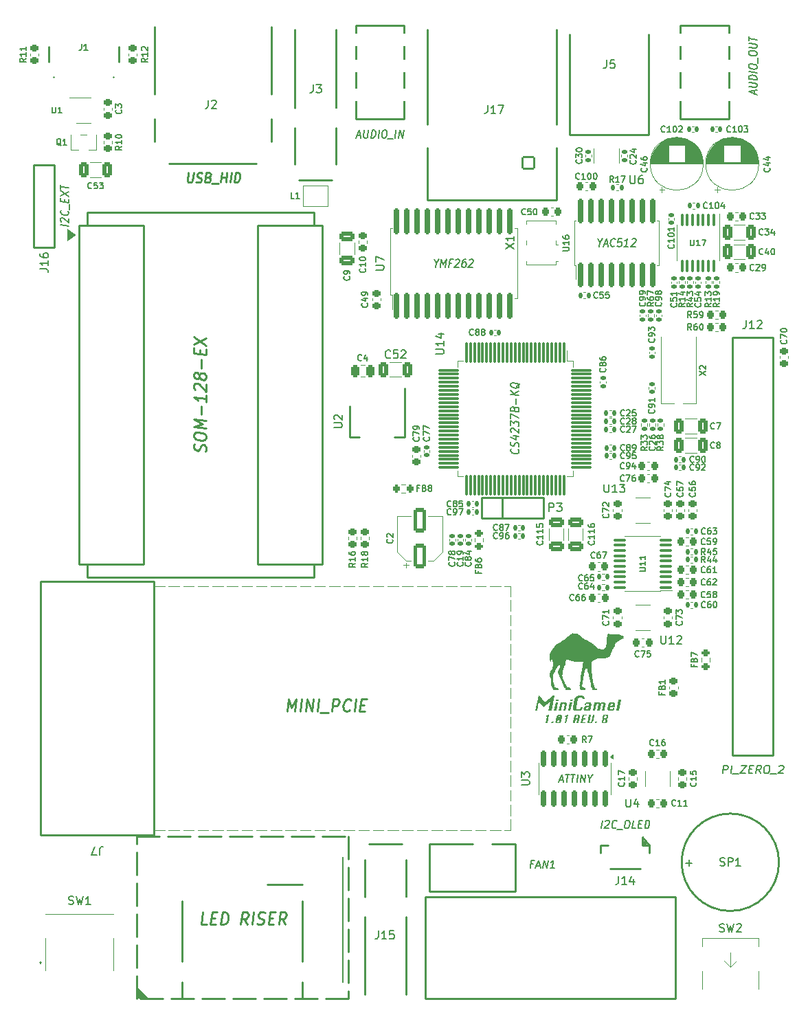
<source format=gto>
G04 #@! TF.GenerationSoftware,KiCad,Pcbnew,9.0.0*
G04 #@! TF.CreationDate,2025-03-14T14:49:40-04:00*
G04 #@! TF.ProjectId,MiniCamel_long_rev.A,4d696e69-4361-46d6-956c-5f6c6f6e675f,2.1*
G04 #@! TF.SameCoordinates,PX16e3600PY6052340*
G04 #@! TF.FileFunction,Legend,Top*
G04 #@! TF.FilePolarity,Positive*
%FSLAX46Y46*%
G04 Gerber Fmt 4.6, Leading zero omitted, Abs format (unit mm)*
G04 Created by KiCad (PCBNEW 9.0.0) date 2025-03-14 14:49:40*
%MOMM*%
%LPD*%
G01*
G04 APERTURE LIST*
G04 Aperture macros list*
%AMRoundRect*
0 Rectangle with rounded corners*
0 $1 Rounding radius*
0 $2 $3 $4 $5 $6 $7 $8 $9 X,Y pos of 4 corners*
0 Add a 4 corners polygon primitive as box body*
4,1,4,$2,$3,$4,$5,$6,$7,$8,$9,$2,$3,0*
0 Add four circle primitives for the rounded corners*
1,1,$1+$1,$2,$3*
1,1,$1+$1,$4,$5*
1,1,$1+$1,$6,$7*
1,1,$1+$1,$8,$9*
0 Add four rect primitives between the rounded corners*
20,1,$1+$1,$2,$3,$4,$5,0*
20,1,$1+$1,$4,$5,$6,$7,0*
20,1,$1+$1,$6,$7,$8,$9,0*
20,1,$1+$1,$8,$9,$2,$3,0*%
G04 Aperture macros list end*
%ADD10C,0.150000*%
%ADD11C,0.300000*%
%ADD12C,0.312500*%
%ADD13C,0.200000*%
%ADD14C,0.180000*%
%ADD15C,0.203200*%
%ADD16C,0.280000*%
%ADD17C,0.240000*%
%ADD18C,0.120000*%
%ADD19C,0.254000*%
%ADD20C,0.000000*%
%ADD21C,0.100000*%
%ADD22RoundRect,0.250000X0.650000X-0.325000X0.650000X0.325000X-0.650000X0.325000X-0.650000X-0.325000X0*%
%ADD23RoundRect,0.225000X-0.225000X-0.250000X0.225000X-0.250000X0.225000X0.250000X-0.225000X0.250000X0*%
%ADD24RoundRect,0.140000X-0.170000X0.140000X-0.170000X-0.140000X0.170000X-0.140000X0.170000X0.140000X0*%
%ADD25RoundRect,0.140000X0.140000X0.170000X-0.140000X0.170000X-0.140000X-0.170000X0.140000X-0.170000X0*%
%ADD26RoundRect,0.225000X-0.250000X0.225000X-0.250000X-0.225000X0.250000X-0.225000X0.250000X0.225000X0*%
%ADD27C,2.000000*%
%ADD28C,2.600000*%
%ADD29R,1.600000X1.600000*%
%ADD30C,1.600000*%
%ADD31RoundRect,0.225000X0.225000X0.250000X-0.225000X0.250000X-0.225000X-0.250000X0.225000X-0.250000X0*%
%ADD32RoundRect,0.135000X-0.135000X-0.185000X0.135000X-0.185000X0.135000X0.185000X-0.135000X0.185000X0*%
%ADD33R,2.200000X1.600000*%
%ADD34RoundRect,0.135000X-0.185000X0.135000X-0.185000X-0.135000X0.185000X-0.135000X0.185000X0.135000X0*%
%ADD35RoundRect,0.135000X0.185000X-0.135000X0.185000X0.135000X-0.185000X0.135000X-0.185000X-0.135000X0*%
%ADD36RoundRect,0.100000X-0.100000X0.637500X-0.100000X-0.637500X0.100000X-0.637500X0.100000X0.637500X0*%
%ADD37RoundRect,0.225000X0.250000X-0.225000X0.250000X0.225000X-0.250000X0.225000X-0.250000X-0.225000X0*%
%ADD38RoundRect,0.162500X0.162500X-1.462500X0.162500X1.462500X-0.162500X1.462500X-0.162500X-1.462500X0*%
%ADD39R,0.600000X1.200000*%
%ADD40RoundRect,0.200000X-0.200000X-0.275000X0.200000X-0.275000X0.200000X0.275000X-0.200000X0.275000X0*%
%ADD41RoundRect,0.140000X0.170000X-0.140000X0.170000X0.140000X-0.170000X0.140000X-0.170000X-0.140000X0*%
%ADD42C,1.397000*%
%ADD43C,1.300000*%
%ADD44C,1.700000*%
%ADD45R,1.200000X0.600000*%
%ADD46R,1.000000X3.000000*%
%ADD47R,1.700000X1.700000*%
%ADD48O,1.700000X1.700000*%
%ADD49RoundRect,0.140000X-0.140000X-0.170000X0.140000X-0.170000X0.140000X0.170000X-0.140000X0.170000X0*%
%ADD50R,0.950000X2.150000*%
%ADD51R,3.250000X2.150000*%
%ADD52RoundRect,0.135000X0.135000X0.185000X-0.135000X0.185000X-0.135000X-0.185000X0.135000X-0.185000X0*%
%ADD53RoundRect,0.100000X0.637500X0.100000X-0.637500X0.100000X-0.637500X-0.100000X0.637500X-0.100000X0*%
%ADD54C,1.400000*%
%ADD55C,0.900000*%
%ADD56R,2.400000X0.600000*%
%ADD57R,3.200000X1.900000*%
%ADD58RoundRect,0.162500X0.162500X-1.337500X0.162500X1.337500X-0.162500X1.337500X-0.162500X-1.337500X0*%
%ADD59R,1.530000X1.530000*%
%ADD60C,1.550000*%
%ADD61RoundRect,0.250000X0.550000X-1.250000X0.550000X1.250000X-0.550000X1.250000X-0.550000X-1.250000X0*%
%ADD62RoundRect,0.075000X-0.075000X1.162500X-0.075000X-1.162500X0.075000X-1.162500X0.075000X1.162500X0*%
%ADD63RoundRect,0.075000X-1.162500X0.075000X-1.162500X-0.075000X1.162500X-0.075000X1.162500X0.075000X0*%
%ADD64R,1.397000X1.397000*%
%ADD65R,0.700000X0.700000*%
%ADD66C,1.420000*%
%ADD67O,1.250000X2.250000*%
%ADD68R,1.300000X1.800000*%
%ADD69R,1.200000X1.800000*%
%ADD70R,0.600000X1.550000*%
%ADD71C,3.250000*%
%ADD72RoundRect,0.102000X-0.704000X-0.704000X0.704000X-0.704000X0.704000X0.704000X-0.704000X0.704000X0*%
%ADD73C,1.612000*%
%ADD74C,1.734000*%
%ADD75C,2.604000*%
%ADD76RoundRect,0.200000X0.275000X-0.200000X0.275000X0.200000X-0.275000X0.200000X-0.275000X-0.200000X0*%
%ADD77C,0.800000*%
%ADD78R,2.600000X0.630000*%
%ADD79C,0.600000*%
%ADD80R,0.600000X1.440000*%
%ADD81R,0.300000X1.500000*%
%ADD82O,0.900000X2.000000*%
%ADD83O,0.900000X1.700000*%
%ADD84RoundRect,0.250000X0.325000X0.650000X-0.325000X0.650000X-0.325000X-0.650000X0.325000X-0.650000X0*%
%ADD85RoundRect,0.150000X-0.150000X0.825000X-0.150000X-0.825000X0.150000X-0.825000X0.150000X0.825000X0*%
%ADD86C,1.000000*%
%ADD87R,0.700000X1.300000*%
%ADD88R,1.400000X2.200000*%
%ADD89R,1.200000X1.700000*%
%ADD90RoundRect,0.250000X0.250000X0.475000X-0.250000X0.475000X-0.250000X-0.475000X0.250000X-0.475000X0*%
%ADD91RoundRect,0.250000X-0.325000X-0.650000X0.325000X-0.650000X0.325000X0.650000X-0.325000X0.650000X0*%
%ADD92C,1.500000*%
%ADD93C,3.000000*%
%ADD94C,5.000000*%
%ADD95RoundRect,0.250000X-0.650000X0.325000X-0.650000X-0.325000X0.650000X-0.325000X0.650000X0.325000X0*%
%ADD96C,1.950000*%
%ADD97O,0.600000X0.900000*%
G04 APERTURE END LIST*
D10*
X57607688Y-32660032D02*
X57607688Y-48020032D01*
D11*
G36*
X87155648Y-14194817D02*
G01*
X87121621Y-14297399D01*
X87079380Y-14386304D01*
X87028924Y-14461531D01*
X86954302Y-14536330D01*
X86866844Y-14589758D01*
X86766552Y-14621815D01*
X86677077Y-14632073D01*
X86653424Y-14632501D01*
X86252927Y-14632501D01*
X86162673Y-14622628D01*
X86076270Y-14588501D01*
X86004476Y-14529997D01*
X85985786Y-14507692D01*
X85942138Y-14433461D01*
X85918145Y-14342099D01*
X85918607Y-14251879D01*
X85925519Y-14209350D01*
X86137522Y-13189514D01*
X86165859Y-13098268D01*
X86211438Y-13013987D01*
X86266429Y-12944918D01*
X86316613Y-12896728D01*
X86390451Y-12842311D01*
X86467922Y-12803442D01*
X86559419Y-12778299D01*
X86633763Y-12772347D01*
X87034260Y-12772347D01*
X87125088Y-12779186D01*
X87218487Y-12806968D01*
X87289513Y-12856122D01*
X87338166Y-12926647D01*
X87364446Y-13018544D01*
X87369361Y-13107448D01*
X87359958Y-13210030D01*
X87132568Y-13210030D01*
X87132274Y-13114287D01*
X87099824Y-13033076D01*
X87022958Y-12993112D01*
X86994509Y-12991189D01*
X86794047Y-12991189D01*
X86710063Y-13010663D01*
X86648295Y-13052738D01*
X86592516Y-13119950D01*
X86561955Y-13199345D01*
X86348243Y-14226447D01*
X86351014Y-14313535D01*
X86374316Y-14358094D01*
X86444396Y-14407093D01*
X86492712Y-14413659D01*
X86693175Y-14413659D01*
X86778718Y-14396348D01*
X86848776Y-14344416D01*
X86898050Y-14269189D01*
X86926976Y-14194817D01*
X87155648Y-14194817D01*
G37*
D10*
G36*
X82581939Y-16170000D02*
G01*
X82751994Y-15352030D01*
X82637505Y-15352030D01*
X82662295Y-15232657D01*
X82916308Y-15114870D01*
X83033056Y-15114870D01*
X82813726Y-16170000D01*
X82581939Y-16170000D01*
G37*
G36*
X83286092Y-16170000D02*
G01*
X83335612Y-15931618D01*
X83567459Y-15931618D01*
X83517939Y-16170000D01*
X83286092Y-16170000D01*
G37*
G36*
X84476731Y-15119480D02*
G01*
X84515847Y-15132655D01*
X84549555Y-15154131D01*
X84578747Y-15184602D01*
X84600640Y-15220727D01*
X84613484Y-15259718D01*
X84617512Y-15302564D01*
X84612086Y-15350504D01*
X84490514Y-15935221D01*
X84470754Y-15995173D01*
X84437311Y-16049840D01*
X84388665Y-16100268D01*
X84331071Y-16139836D01*
X84272752Y-16162523D01*
X84212260Y-16170000D01*
X83983344Y-16170000D01*
X83937423Y-16165409D01*
X83898296Y-16152287D01*
X83864564Y-16130902D01*
X83835333Y-16100573D01*
X83813446Y-16064574D01*
X83800597Y-16025588D01*
X83796576Y-15982607D01*
X83799870Y-15953600D01*
X84032681Y-15953600D01*
X84037658Y-15996756D01*
X84053564Y-16024858D01*
X84080377Y-16042297D01*
X84122196Y-16048855D01*
X84152225Y-16045194D01*
X84180952Y-16034126D01*
X84209085Y-16014905D01*
X84232873Y-15990305D01*
X84249210Y-15963669D01*
X84258850Y-15934488D01*
X84339511Y-15546509D01*
X84032681Y-15953600D01*
X83799870Y-15953600D01*
X83802055Y-15934366D01*
X83842706Y-15738850D01*
X84074508Y-15738850D01*
X84382315Y-15329682D01*
X84374599Y-15286578D01*
X84357425Y-15258861D01*
X84331013Y-15242171D01*
X84291945Y-15236015D01*
X84262215Y-15239635D01*
X84233565Y-15250612D01*
X84205300Y-15269720D01*
X84181473Y-15294154D01*
X84165043Y-15320864D01*
X84155291Y-15350382D01*
X84074508Y-15738850D01*
X83842706Y-15738850D01*
X83923627Y-15349649D01*
X83943580Y-15288996D01*
X83977098Y-15234161D01*
X84025598Y-15184052D01*
X84083116Y-15144814D01*
X84141399Y-15122295D01*
X84201880Y-15114870D01*
X84430797Y-15114870D01*
X84476731Y-15119480D01*
G37*
G36*
X84912993Y-16170000D02*
G01*
X85083047Y-15352030D01*
X84968558Y-15352030D01*
X84993349Y-15232657D01*
X85247362Y-15114870D01*
X85364110Y-15114870D01*
X85144780Y-16170000D01*
X84912993Y-16170000D01*
G37*
G36*
X86681740Y-15119493D02*
G01*
X86720839Y-15132709D01*
X86754531Y-15154257D01*
X86783710Y-15184846D01*
X86805589Y-15221086D01*
X86818414Y-15260215D01*
X86822409Y-15303225D01*
X86816927Y-15351359D01*
X86803677Y-15415045D01*
X86787763Y-15465404D01*
X86760186Y-15515968D01*
X86719230Y-15567452D01*
X86682983Y-15598573D01*
X86639938Y-15620942D01*
X86588690Y-15634641D01*
X86527316Y-15638832D01*
X86640706Y-15636878D01*
X86671019Y-15640954D01*
X86695611Y-15652580D01*
X86715872Y-15671988D01*
X86729665Y-15696565D01*
X86735394Y-15724113D01*
X86732786Y-15756008D01*
X86646751Y-16170000D01*
X86414904Y-16170000D01*
X86487871Y-15819084D01*
X86490330Y-15788483D01*
X86484731Y-15762082D01*
X86471324Y-15738545D01*
X86451760Y-15719945D01*
X86428248Y-15708840D01*
X86399516Y-15704961D01*
X86286615Y-15704961D01*
X86189956Y-16170000D01*
X85958108Y-16170000D01*
X86079958Y-15583817D01*
X86311833Y-15583817D01*
X86423941Y-15583817D01*
X86453279Y-15580150D01*
X86481863Y-15568972D01*
X86510403Y-15549378D01*
X86534509Y-15524462D01*
X86551091Y-15497423D01*
X86560900Y-15467740D01*
X86585324Y-15350137D01*
X86587790Y-15319574D01*
X86582212Y-15293192D01*
X86568838Y-15269659D01*
X86549269Y-15251023D01*
X86525757Y-15239899D01*
X86497030Y-15236015D01*
X86384129Y-15236015D01*
X86311833Y-15583817D01*
X86079958Y-15583817D01*
X86177438Y-15114870D01*
X86635821Y-15114870D01*
X86681740Y-15119493D01*
G37*
G36*
X86890139Y-16170000D02*
G01*
X87109469Y-15114870D01*
X87683623Y-15114870D01*
X87658466Y-15236015D01*
X87316160Y-15236015D01*
X87243864Y-15583817D01*
X87472780Y-15583817D01*
X87447562Y-15704961D01*
X87218646Y-15704961D01*
X87147144Y-16048855D01*
X87489450Y-16048855D01*
X87464293Y-16170000D01*
X86890139Y-16170000D01*
G37*
G36*
X88383012Y-15114870D02*
G01*
X88614860Y-15114870D01*
X88478817Y-15769319D01*
X88455512Y-15847576D01*
X88419351Y-15920127D01*
X88369638Y-15987918D01*
X88304977Y-16051542D01*
X88231422Y-16104786D01*
X88157391Y-16141345D01*
X88081973Y-16162840D01*
X88004009Y-16170000D01*
X87706887Y-16170000D01*
X87926217Y-15114870D01*
X88158065Y-15114870D01*
X87963892Y-16048855D01*
X88075999Y-16048855D01*
X88106025Y-16045188D01*
X88134751Y-16034102D01*
X88162889Y-16014844D01*
X88186675Y-15990205D01*
X88203012Y-15963528D01*
X88212653Y-15934305D01*
X88383012Y-15114870D01*
G37*
G36*
X88638918Y-16170000D02*
G01*
X88688438Y-15931618D01*
X88920286Y-15931618D01*
X88870765Y-16170000D01*
X88638918Y-16170000D01*
G37*
G36*
X90170505Y-15119493D02*
G01*
X90209604Y-15132709D01*
X90243296Y-15154257D01*
X90272475Y-15184846D01*
X90294354Y-15221086D01*
X90307179Y-15260215D01*
X90311174Y-15303225D01*
X90305692Y-15351359D01*
X90293358Y-15410710D01*
X90272962Y-15476393D01*
X90242563Y-15529918D01*
X90202194Y-15573314D01*
X90152715Y-15606359D01*
X90091190Y-15630343D01*
X90014921Y-15644389D01*
X90072049Y-15648694D01*
X90115481Y-15662257D01*
X90148376Y-15683748D01*
X90172824Y-15713326D01*
X90194251Y-15762100D01*
X90202345Y-15816041D01*
X90196393Y-15877213D01*
X90184120Y-15936076D01*
X90164363Y-15995785D01*
X90130798Y-16050268D01*
X90081844Y-16100573D01*
X90023974Y-16140036D01*
X89965852Y-16162591D01*
X89906050Y-16170000D01*
X89446873Y-16170000D01*
X89472055Y-16048855D01*
X89703878Y-16048855D01*
X89815985Y-16048855D01*
X89845358Y-16045248D01*
X89873907Y-16034273D01*
X89902325Y-16015088D01*
X89926380Y-15990614D01*
X89942821Y-15964142D01*
X89952456Y-15935160D01*
X89976636Y-15818900D01*
X89980516Y-15774663D01*
X89973154Y-15744433D01*
X89956771Y-15723648D01*
X89929987Y-15710169D01*
X89888281Y-15704961D01*
X89775380Y-15704961D01*
X89703878Y-16048855D01*
X89472055Y-16048855D01*
X89568723Y-15583817D01*
X89800598Y-15583817D01*
X89912705Y-15583817D01*
X89942043Y-15580150D01*
X89970627Y-15568972D01*
X89999167Y-15549378D01*
X90023274Y-15524462D01*
X90039855Y-15497423D01*
X90049665Y-15467740D01*
X90074089Y-15350137D01*
X90076555Y-15319574D01*
X90070977Y-15293192D01*
X90057602Y-15269659D01*
X90038034Y-15251023D01*
X90014522Y-15239899D01*
X89985795Y-15236015D01*
X89872894Y-15236015D01*
X89800598Y-15583817D01*
X89568723Y-15583817D01*
X89666203Y-15114870D01*
X90124586Y-15114870D01*
X90170505Y-15119493D01*
G37*
D11*
G36*
X81297470Y-14632501D02*
G01*
X81683862Y-12772347D01*
X81792428Y-12772347D01*
X82460493Y-13637455D01*
X83487168Y-12772347D01*
X83709002Y-12772347D01*
X83322609Y-14632501D01*
X82894330Y-14632501D01*
X83122575Y-13534018D01*
X82291660Y-14234568D01*
X81754387Y-13530171D01*
X81525287Y-14632501D01*
X81297470Y-14632501D01*
G37*
D12*
G36*
X83841654Y-13455951D02*
G01*
X83874016Y-13299635D01*
X84178709Y-13299635D01*
X84146347Y-13455951D01*
X83841654Y-13455951D01*
G37*
G36*
X83598022Y-14628317D02*
G01*
X83814177Y-13587537D01*
X84118870Y-13587537D01*
X83902715Y-14628317D01*
X83598022Y-14628317D01*
G37*
G36*
X84181762Y-14628317D02*
G01*
X84397001Y-13592727D01*
X84701694Y-13592727D01*
X84659562Y-13748126D01*
X84678763Y-13686617D01*
X84715018Y-13635784D01*
X84720623Y-13630890D01*
X84775054Y-13601112D01*
X84832669Y-13592727D01*
X84975857Y-13592727D01*
X85040176Y-13599827D01*
X85101785Y-13624370D01*
X85153019Y-13666445D01*
X85166366Y-13682486D01*
X85197691Y-13735632D01*
X85214936Y-13800915D01*
X85214652Y-13865277D01*
X85209719Y-13895588D01*
X85057373Y-14628317D01*
X84752680Y-14628317D01*
X84906553Y-13887650D01*
X84904478Y-13824514D01*
X84887319Y-13792701D01*
X84834517Y-13757163D01*
X84803360Y-13753317D01*
X84743565Y-13766261D01*
X84699862Y-13794227D01*
X84658625Y-13842023D01*
X84639412Y-13891924D01*
X84486455Y-14628317D01*
X84181762Y-14628317D01*
G37*
G36*
X85591654Y-13455951D02*
G01*
X85624016Y-13299635D01*
X85928709Y-13299635D01*
X85896347Y-13455951D01*
X85591654Y-13455951D01*
G37*
G36*
X85348022Y-14628317D02*
G01*
X85564177Y-13587537D01*
X85868870Y-13587537D01*
X85652715Y-14628317D01*
X85348022Y-14628317D01*
G37*
G36*
X88068787Y-13599827D02*
G01*
X88130397Y-13624370D01*
X88181631Y-13666445D01*
X88194977Y-13682486D01*
X88226303Y-13735632D01*
X88243548Y-13800915D01*
X88243263Y-13865277D01*
X88238331Y-13895588D01*
X88085984Y-14628317D01*
X87781291Y-14628317D01*
X87823728Y-14472306D01*
X87801641Y-14533095D01*
X87765487Y-14584286D01*
X87710900Y-14618566D01*
X87650011Y-14628317D01*
X87507129Y-14628317D01*
X87442661Y-14621216D01*
X87380945Y-14596673D01*
X87329663Y-14554598D01*
X87316314Y-14538557D01*
X87285160Y-14485290D01*
X87268106Y-14419591D01*
X87268562Y-14354598D01*
X87273571Y-14323929D01*
X87273877Y-14322708D01*
X87275426Y-14317517D01*
X87579485Y-14317517D01*
X87581584Y-14379604D01*
X87598414Y-14411246D01*
X87651374Y-14446784D01*
X87682983Y-14450630D01*
X87743326Y-14437782D01*
X87786787Y-14410024D01*
X87827700Y-14362335D01*
X87846626Y-14313243D01*
X87874714Y-14178910D01*
X87743433Y-14178910D01*
X87683638Y-14191757D01*
X87639936Y-14219515D01*
X87598936Y-14266901D01*
X87579791Y-14316296D01*
X87579485Y-14317517D01*
X87275426Y-14317517D01*
X87291622Y-14263231D01*
X87319214Y-14208142D01*
X87356652Y-14157443D01*
X87403936Y-14111132D01*
X87457269Y-14072397D01*
X87512548Y-14044729D01*
X87577063Y-14026831D01*
X87628945Y-14022594D01*
X87907076Y-14022594D01*
X87933943Y-13893451D01*
X87934501Y-13831487D01*
X87916235Y-13791174D01*
X87866841Y-13754021D01*
X87832887Y-13749042D01*
X87690005Y-13749042D01*
X87628632Y-13761407D01*
X87578465Y-13798501D01*
X87543278Y-13852235D01*
X87522699Y-13905358D01*
X87359056Y-13905358D01*
X87386577Y-13832085D01*
X87419068Y-13768582D01*
X87456529Y-13714848D01*
X87498962Y-13670885D01*
X87558992Y-13629669D01*
X87626790Y-13603718D01*
X87702354Y-13593032D01*
X87718399Y-13592727D01*
X88004468Y-13592727D01*
X88068787Y-13599827D01*
G37*
G36*
X89252244Y-14628317D02*
G01*
X88947551Y-14628317D01*
X89102340Y-13883986D01*
X89100264Y-13820588D01*
X89083105Y-13788732D01*
X89030303Y-13752918D01*
X88999147Y-13749042D01*
X88939352Y-13761987D01*
X88895649Y-13789953D01*
X88854412Y-13838073D01*
X88835199Y-13888261D01*
X88681326Y-14628317D01*
X88376633Y-14628317D01*
X88591872Y-13592727D01*
X88896565Y-13592727D01*
X88854128Y-13748737D01*
X88873537Y-13686961D01*
X88909887Y-13635822D01*
X88915494Y-13630890D01*
X88969925Y-13601112D01*
X89027540Y-13592727D01*
X89170728Y-13592727D01*
X89231761Y-13596993D01*
X89295291Y-13615014D01*
X89346167Y-13651579D01*
X89366732Y-13681875D01*
X89414743Y-13641958D01*
X89462903Y-13617456D01*
X89522795Y-13599706D01*
X89584505Y-13592944D01*
X89598458Y-13592727D01*
X89740424Y-13592727D01*
X89804816Y-13599779D01*
X89866676Y-13624155D01*
X89918339Y-13665944D01*
X89931849Y-13681875D01*
X89963446Y-13734700D01*
X89980822Y-13800077D01*
X89980502Y-13864934D01*
X89975508Y-13895588D01*
X89823161Y-14628317D01*
X89517247Y-14628317D01*
X89672036Y-13884292D01*
X89669937Y-13821180D01*
X89653107Y-13789037D01*
X89600869Y-13752948D01*
X89570065Y-13749042D01*
X89510269Y-13761987D01*
X89466567Y-13789953D01*
X89425329Y-13838073D01*
X89406117Y-13888261D01*
X89252244Y-14628317D01*
G37*
G36*
X90984948Y-13599658D02*
G01*
X91046617Y-13623617D01*
X91098089Y-13664690D01*
X91111542Y-13680349D01*
X91145805Y-13738333D01*
X91161583Y-13802757D01*
X91159979Y-13866244D01*
X91156117Y-13888566D01*
X91095667Y-14178910D01*
X90524749Y-14178910D01*
X90493608Y-14328203D01*
X90493103Y-14389276D01*
X90511010Y-14429564D01*
X90560398Y-14466987D01*
X90594663Y-14472001D01*
X90737851Y-14472001D01*
X90798396Y-14462231D01*
X90851411Y-14427885D01*
X90885114Y-14376594D01*
X90904241Y-14315686D01*
X91068800Y-14315686D01*
X91041079Y-14388959D01*
X91008445Y-14452462D01*
X90970898Y-14506195D01*
X90928437Y-14550159D01*
X90868451Y-14591375D01*
X90800787Y-14617326D01*
X90725447Y-14628011D01*
X90709458Y-14628317D01*
X90423388Y-14628317D01*
X90358897Y-14621289D01*
X90297097Y-14596996D01*
X90245672Y-14555350D01*
X90232268Y-14539473D01*
X90201090Y-14486598D01*
X90183953Y-14421447D01*
X90184283Y-14357050D01*
X90189220Y-14326677D01*
X90252553Y-14022594D01*
X90557111Y-14022594D01*
X90823336Y-14022594D01*
X90852034Y-13885208D01*
X90849959Y-13822072D01*
X90832800Y-13790258D01*
X90779998Y-13754720D01*
X90748842Y-13750874D01*
X90689046Y-13763818D01*
X90645344Y-13791785D01*
X90604106Y-13839581D01*
X90584894Y-13889482D01*
X90557111Y-14022594D01*
X90252553Y-14022594D01*
X90279895Y-13891314D01*
X90297641Y-13831875D01*
X90325233Y-13776901D01*
X90362671Y-13726393D01*
X90409955Y-13680349D01*
X90463154Y-13642014D01*
X90518338Y-13614632D01*
X90582791Y-13596920D01*
X90634658Y-13592727D01*
X90920728Y-13592727D01*
X90984948Y-13599658D01*
G37*
G36*
X91292893Y-14628317D02*
G01*
X91568887Y-13299635D01*
X91873580Y-13299635D01*
X91597586Y-14628317D01*
X91292893Y-14628317D01*
G37*
D10*
X82167735Y6270714D02*
X82203450Y6235000D01*
X82203450Y6235000D02*
X82239164Y6127857D01*
X82239164Y6127857D02*
X82239164Y6056429D01*
X82239164Y6056429D02*
X82203450Y5949286D01*
X82203450Y5949286D02*
X82132021Y5877857D01*
X82132021Y5877857D02*
X82060592Y5842143D01*
X82060592Y5842143D02*
X81917735Y5806429D01*
X81917735Y5806429D02*
X81810592Y5806429D01*
X81810592Y5806429D02*
X81667735Y5842143D01*
X81667735Y5842143D02*
X81596307Y5877857D01*
X81596307Y5877857D02*
X81524878Y5949286D01*
X81524878Y5949286D02*
X81489164Y6056429D01*
X81489164Y6056429D02*
X81489164Y6127857D01*
X81489164Y6127857D02*
X81524878Y6235000D01*
X81524878Y6235000D02*
X81560592Y6270714D01*
X82239164Y6985000D02*
X82239164Y6556429D01*
X82239164Y6770714D02*
X81489164Y6770714D01*
X81489164Y6770714D02*
X81596307Y6699286D01*
X81596307Y6699286D02*
X81667735Y6627857D01*
X81667735Y6627857D02*
X81703450Y6556429D01*
X82239164Y7699286D02*
X82239164Y7270715D01*
X82239164Y7485000D02*
X81489164Y7485000D01*
X81489164Y7485000D02*
X81596307Y7413572D01*
X81596307Y7413572D02*
X81667735Y7342143D01*
X81667735Y7342143D02*
X81703450Y7270715D01*
X81489164Y8377858D02*
X81489164Y8020715D01*
X81489164Y8020715D02*
X81846307Y7985001D01*
X81846307Y7985001D02*
X81810592Y8020715D01*
X81810592Y8020715D02*
X81774878Y8092143D01*
X81774878Y8092143D02*
X81774878Y8270715D01*
X81774878Y8270715D02*
X81810592Y8342143D01*
X81810592Y8342143D02*
X81846307Y8377858D01*
X81846307Y8377858D02*
X81917735Y8413572D01*
X81917735Y8413572D02*
X82096307Y8413572D01*
X82096307Y8413572D02*
X82167735Y8377858D01*
X82167735Y8377858D02*
X82203450Y8342143D01*
X82203450Y8342143D02*
X82239164Y8270715D01*
X82239164Y8270715D02*
X82239164Y8092143D01*
X82239164Y8092143D02*
X82203450Y8020715D01*
X82203450Y8020715D02*
X82167735Y7985001D01*
X95887856Y-18857735D02*
X95852142Y-18893450D01*
X95852142Y-18893450D02*
X95744999Y-18929164D01*
X95744999Y-18929164D02*
X95673571Y-18929164D01*
X95673571Y-18929164D02*
X95566428Y-18893450D01*
X95566428Y-18893450D02*
X95494999Y-18822021D01*
X95494999Y-18822021D02*
X95459285Y-18750592D01*
X95459285Y-18750592D02*
X95423571Y-18607735D01*
X95423571Y-18607735D02*
X95423571Y-18500592D01*
X95423571Y-18500592D02*
X95459285Y-18357735D01*
X95459285Y-18357735D02*
X95494999Y-18286307D01*
X95494999Y-18286307D02*
X95566428Y-18214878D01*
X95566428Y-18214878D02*
X95673571Y-18179164D01*
X95673571Y-18179164D02*
X95744999Y-18179164D01*
X95744999Y-18179164D02*
X95852142Y-18214878D01*
X95852142Y-18214878D02*
X95887856Y-18250592D01*
X96602142Y-18929164D02*
X96173571Y-18929164D01*
X96387856Y-18929164D02*
X96387856Y-18179164D01*
X96387856Y-18179164D02*
X96316428Y-18286307D01*
X96316428Y-18286307D02*
X96244999Y-18357735D01*
X96244999Y-18357735D02*
X96173571Y-18393450D01*
X97245000Y-18179164D02*
X97102142Y-18179164D01*
X97102142Y-18179164D02*
X97030714Y-18214878D01*
X97030714Y-18214878D02*
X96995000Y-18250592D01*
X96995000Y-18250592D02*
X96923571Y-18357735D01*
X96923571Y-18357735D02*
X96887857Y-18500592D01*
X96887857Y-18500592D02*
X96887857Y-18786307D01*
X96887857Y-18786307D02*
X96923571Y-18857735D01*
X96923571Y-18857735D02*
X96959285Y-18893450D01*
X96959285Y-18893450D02*
X97030714Y-18929164D01*
X97030714Y-18929164D02*
X97173571Y-18929164D01*
X97173571Y-18929164D02*
X97245000Y-18893450D01*
X97245000Y-18893450D02*
X97280714Y-18857735D01*
X97280714Y-18857735D02*
X97316428Y-18786307D01*
X97316428Y-18786307D02*
X97316428Y-18607735D01*
X97316428Y-18607735D02*
X97280714Y-18536307D01*
X97280714Y-18536307D02*
X97245000Y-18500592D01*
X97245000Y-18500592D02*
X97173571Y-18464878D01*
X97173571Y-18464878D02*
X97030714Y-18464878D01*
X97030714Y-18464878D02*
X96959285Y-18500592D01*
X96959285Y-18500592D02*
X96923571Y-18536307D01*
X96923571Y-18536307D02*
X96887857Y-18607735D01*
X73332606Y3635827D02*
X73368321Y3600113D01*
X73368321Y3600113D02*
X73404035Y3492970D01*
X73404035Y3492970D02*
X73404035Y3421542D01*
X73404035Y3421542D02*
X73368321Y3314399D01*
X73368321Y3314399D02*
X73296892Y3242970D01*
X73296892Y3242970D02*
X73225463Y3207256D01*
X73225463Y3207256D02*
X73082606Y3171542D01*
X73082606Y3171542D02*
X72975463Y3171542D01*
X72975463Y3171542D02*
X72832606Y3207256D01*
X72832606Y3207256D02*
X72761178Y3242970D01*
X72761178Y3242970D02*
X72689749Y3314399D01*
X72689749Y3314399D02*
X72654035Y3421542D01*
X72654035Y3421542D02*
X72654035Y3492970D01*
X72654035Y3492970D02*
X72689749Y3600113D01*
X72689749Y3600113D02*
X72725463Y3635827D01*
X72975463Y4064399D02*
X72939749Y3992970D01*
X72939749Y3992970D02*
X72904035Y3957256D01*
X72904035Y3957256D02*
X72832606Y3921542D01*
X72832606Y3921542D02*
X72796892Y3921542D01*
X72796892Y3921542D02*
X72725463Y3957256D01*
X72725463Y3957256D02*
X72689749Y3992970D01*
X72689749Y3992970D02*
X72654035Y4064399D01*
X72654035Y4064399D02*
X72654035Y4207256D01*
X72654035Y4207256D02*
X72689749Y4278684D01*
X72689749Y4278684D02*
X72725463Y4314399D01*
X72725463Y4314399D02*
X72796892Y4350113D01*
X72796892Y4350113D02*
X72832606Y4350113D01*
X72832606Y4350113D02*
X72904035Y4314399D01*
X72904035Y4314399D02*
X72939749Y4278684D01*
X72939749Y4278684D02*
X72975463Y4207256D01*
X72975463Y4207256D02*
X72975463Y4064399D01*
X72975463Y4064399D02*
X73011178Y3992970D01*
X73011178Y3992970D02*
X73046892Y3957256D01*
X73046892Y3957256D02*
X73118321Y3921542D01*
X73118321Y3921542D02*
X73261178Y3921542D01*
X73261178Y3921542D02*
X73332606Y3957256D01*
X73332606Y3957256D02*
X73368321Y3992970D01*
X73368321Y3992970D02*
X73404035Y4064399D01*
X73404035Y4064399D02*
X73404035Y4207256D01*
X73404035Y4207256D02*
X73368321Y4278684D01*
X73368321Y4278684D02*
X73332606Y4314399D01*
X73332606Y4314399D02*
X73261178Y4350113D01*
X73261178Y4350113D02*
X73118321Y4350113D01*
X73118321Y4350113D02*
X73046892Y4314399D01*
X73046892Y4314399D02*
X73011178Y4278684D01*
X73011178Y4278684D02*
X72975463Y4207256D01*
X72904035Y4992970D02*
X73404035Y4992970D01*
X72618321Y4814399D02*
X73154035Y4635828D01*
X73154035Y4635828D02*
X73154035Y5100113D01*
X70907856Y10562265D02*
X70872142Y10526550D01*
X70872142Y10526550D02*
X70764999Y10490836D01*
X70764999Y10490836D02*
X70693571Y10490836D01*
X70693571Y10490836D02*
X70586428Y10526550D01*
X70586428Y10526550D02*
X70514999Y10597979D01*
X70514999Y10597979D02*
X70479285Y10669408D01*
X70479285Y10669408D02*
X70443571Y10812265D01*
X70443571Y10812265D02*
X70443571Y10919408D01*
X70443571Y10919408D02*
X70479285Y11062265D01*
X70479285Y11062265D02*
X70514999Y11133693D01*
X70514999Y11133693D02*
X70586428Y11205122D01*
X70586428Y11205122D02*
X70693571Y11240836D01*
X70693571Y11240836D02*
X70764999Y11240836D01*
X70764999Y11240836D02*
X70872142Y11205122D01*
X70872142Y11205122D02*
X70907856Y11169408D01*
X71336428Y10919408D02*
X71264999Y10955122D01*
X71264999Y10955122D02*
X71229285Y10990836D01*
X71229285Y10990836D02*
X71193571Y11062265D01*
X71193571Y11062265D02*
X71193571Y11097979D01*
X71193571Y11097979D02*
X71229285Y11169408D01*
X71229285Y11169408D02*
X71264999Y11205122D01*
X71264999Y11205122D02*
X71336428Y11240836D01*
X71336428Y11240836D02*
X71479285Y11240836D01*
X71479285Y11240836D02*
X71550714Y11205122D01*
X71550714Y11205122D02*
X71586428Y11169408D01*
X71586428Y11169408D02*
X71622142Y11097979D01*
X71622142Y11097979D02*
X71622142Y11062265D01*
X71622142Y11062265D02*
X71586428Y10990836D01*
X71586428Y10990836D02*
X71550714Y10955122D01*
X71550714Y10955122D02*
X71479285Y10919408D01*
X71479285Y10919408D02*
X71336428Y10919408D01*
X71336428Y10919408D02*
X71264999Y10883693D01*
X71264999Y10883693D02*
X71229285Y10847979D01*
X71229285Y10847979D02*
X71193571Y10776550D01*
X71193571Y10776550D02*
X71193571Y10633693D01*
X71193571Y10633693D02*
X71229285Y10562265D01*
X71229285Y10562265D02*
X71264999Y10526550D01*
X71264999Y10526550D02*
X71336428Y10490836D01*
X71336428Y10490836D02*
X71479285Y10490836D01*
X71479285Y10490836D02*
X71550714Y10526550D01*
X71550714Y10526550D02*
X71586428Y10562265D01*
X71586428Y10562265D02*
X71622142Y10633693D01*
X71622142Y10633693D02*
X71622142Y10776550D01*
X71622142Y10776550D02*
X71586428Y10847979D01*
X71586428Y10847979D02*
X71550714Y10883693D01*
X71550714Y10883693D02*
X71479285Y10919408D01*
X72300714Y11240836D02*
X71943571Y11240836D01*
X71943571Y11240836D02*
X71907857Y10883693D01*
X71907857Y10883693D02*
X71943571Y10919408D01*
X71943571Y10919408D02*
X72015000Y10955122D01*
X72015000Y10955122D02*
X72193571Y10955122D01*
X72193571Y10955122D02*
X72265000Y10919408D01*
X72265000Y10919408D02*
X72300714Y10883693D01*
X72300714Y10883693D02*
X72336428Y10812265D01*
X72336428Y10812265D02*
X72336428Y10633693D01*
X72336428Y10633693D02*
X72300714Y10562265D01*
X72300714Y10562265D02*
X72265000Y10526550D01*
X72265000Y10526550D02*
X72193571Y10490836D01*
X72193571Y10490836D02*
X72015000Y10490836D01*
X72015000Y10490836D02*
X71943571Y10526550D01*
X71943571Y10526550D02*
X71907857Y10562265D01*
X100977735Y12202857D02*
X101013450Y12167143D01*
X101013450Y12167143D02*
X101049164Y12060000D01*
X101049164Y12060000D02*
X101049164Y11988572D01*
X101049164Y11988572D02*
X101013450Y11881429D01*
X101013450Y11881429D02*
X100942021Y11810000D01*
X100942021Y11810000D02*
X100870592Y11774286D01*
X100870592Y11774286D02*
X100727735Y11738572D01*
X100727735Y11738572D02*
X100620592Y11738572D01*
X100620592Y11738572D02*
X100477735Y11774286D01*
X100477735Y11774286D02*
X100406307Y11810000D01*
X100406307Y11810000D02*
X100334878Y11881429D01*
X100334878Y11881429D02*
X100299164Y11988572D01*
X100299164Y11988572D02*
X100299164Y12060000D01*
X100299164Y12060000D02*
X100334878Y12167143D01*
X100334878Y12167143D02*
X100370592Y12202857D01*
X100299164Y12881429D02*
X100299164Y12524286D01*
X100299164Y12524286D02*
X100656307Y12488572D01*
X100656307Y12488572D02*
X100620592Y12524286D01*
X100620592Y12524286D02*
X100584878Y12595714D01*
X100584878Y12595714D02*
X100584878Y12774286D01*
X100584878Y12774286D02*
X100620592Y12845714D01*
X100620592Y12845714D02*
X100656307Y12881429D01*
X100656307Y12881429D02*
X100727735Y12917143D01*
X100727735Y12917143D02*
X100906307Y12917143D01*
X100906307Y12917143D02*
X100977735Y12881429D01*
X100977735Y12881429D02*
X101013450Y12845714D01*
X101013450Y12845714D02*
X101049164Y12774286D01*
X101049164Y12774286D02*
X101049164Y12595714D01*
X101049164Y12595714D02*
X101013450Y12524286D01*
X101013450Y12524286D02*
X100977735Y12488572D01*
X100299164Y13560000D02*
X100299164Y13417143D01*
X100299164Y13417143D02*
X100334878Y13345715D01*
X100334878Y13345715D02*
X100370592Y13310000D01*
X100370592Y13310000D02*
X100477735Y13238572D01*
X100477735Y13238572D02*
X100620592Y13202858D01*
X100620592Y13202858D02*
X100906307Y13202858D01*
X100906307Y13202858D02*
X100977735Y13238572D01*
X100977735Y13238572D02*
X101013450Y13274286D01*
X101013450Y13274286D02*
X101049164Y13345715D01*
X101049164Y13345715D02*
X101049164Y13488572D01*
X101049164Y13488572D02*
X101013450Y13560000D01*
X101013450Y13560000D02*
X100977735Y13595715D01*
X100977735Y13595715D02*
X100906307Y13631429D01*
X100906307Y13631429D02*
X100727735Y13631429D01*
X100727735Y13631429D02*
X100656307Y13595715D01*
X100656307Y13595715D02*
X100620592Y13560000D01*
X100620592Y13560000D02*
X100584878Y13488572D01*
X100584878Y13488572D02*
X100584878Y13345715D01*
X100584878Y13345715D02*
X100620592Y13274286D01*
X100620592Y13274286D02*
X100656307Y13238572D01*
X100656307Y13238572D02*
X100727735Y13202858D01*
D13*
X104025191Y-41824625D02*
X104168048Y-41872244D01*
X104168048Y-41872244D02*
X104406143Y-41872244D01*
X104406143Y-41872244D02*
X104501381Y-41824625D01*
X104501381Y-41824625D02*
X104549000Y-41777005D01*
X104549000Y-41777005D02*
X104596619Y-41681767D01*
X104596619Y-41681767D02*
X104596619Y-41586529D01*
X104596619Y-41586529D02*
X104549000Y-41491291D01*
X104549000Y-41491291D02*
X104501381Y-41443672D01*
X104501381Y-41443672D02*
X104406143Y-41396053D01*
X104406143Y-41396053D02*
X104215667Y-41348434D01*
X104215667Y-41348434D02*
X104120429Y-41300815D01*
X104120429Y-41300815D02*
X104072810Y-41253196D01*
X104072810Y-41253196D02*
X104025191Y-41157958D01*
X104025191Y-41157958D02*
X104025191Y-41062720D01*
X104025191Y-41062720D02*
X104072810Y-40967482D01*
X104072810Y-40967482D02*
X104120429Y-40919863D01*
X104120429Y-40919863D02*
X104215667Y-40872244D01*
X104215667Y-40872244D02*
X104453762Y-40872244D01*
X104453762Y-40872244D02*
X104596619Y-40919863D01*
X104929953Y-40872244D02*
X105168048Y-41872244D01*
X105168048Y-41872244D02*
X105358524Y-41157958D01*
X105358524Y-41157958D02*
X105549000Y-41872244D01*
X105549000Y-41872244D02*
X105787096Y-40872244D01*
X106120429Y-40967482D02*
X106168048Y-40919863D01*
X106168048Y-40919863D02*
X106263286Y-40872244D01*
X106263286Y-40872244D02*
X106501381Y-40872244D01*
X106501381Y-40872244D02*
X106596619Y-40919863D01*
X106596619Y-40919863D02*
X106644238Y-40967482D01*
X106644238Y-40967482D02*
X106691857Y-41062720D01*
X106691857Y-41062720D02*
X106691857Y-41157958D01*
X106691857Y-41157958D02*
X106644238Y-41300815D01*
X106644238Y-41300815D02*
X106072810Y-41872244D01*
X106072810Y-41872244D02*
X106691857Y-41872244D01*
D10*
X95007735Y52217857D02*
X95043450Y52182143D01*
X95043450Y52182143D02*
X95079164Y52075000D01*
X95079164Y52075000D02*
X95079164Y52003572D01*
X95079164Y52003572D02*
X95043450Y51896429D01*
X95043450Y51896429D02*
X94972021Y51825000D01*
X94972021Y51825000D02*
X94900592Y51789286D01*
X94900592Y51789286D02*
X94757735Y51753572D01*
X94757735Y51753572D02*
X94650592Y51753572D01*
X94650592Y51753572D02*
X94507735Y51789286D01*
X94507735Y51789286D02*
X94436307Y51825000D01*
X94436307Y51825000D02*
X94364878Y51896429D01*
X94364878Y51896429D02*
X94329164Y52003572D01*
X94329164Y52003572D02*
X94329164Y52075000D01*
X94329164Y52075000D02*
X94364878Y52182143D01*
X94364878Y52182143D02*
X94400592Y52217857D01*
X94579164Y52860714D02*
X95079164Y52860714D01*
X94293450Y52682143D02*
X94829164Y52503572D01*
X94829164Y52503572D02*
X94829164Y52967857D01*
X94329164Y53575000D02*
X94329164Y53432143D01*
X94329164Y53432143D02*
X94364878Y53360715D01*
X94364878Y53360715D02*
X94400592Y53325000D01*
X94400592Y53325000D02*
X94507735Y53253572D01*
X94507735Y53253572D02*
X94650592Y53217858D01*
X94650592Y53217858D02*
X94936307Y53217858D01*
X94936307Y53217858D02*
X95007735Y53253572D01*
X95007735Y53253572D02*
X95043450Y53289286D01*
X95043450Y53289286D02*
X95079164Y53360715D01*
X95079164Y53360715D02*
X95079164Y53503572D01*
X95079164Y53503572D02*
X95043450Y53575000D01*
X95043450Y53575000D02*
X95007735Y53610715D01*
X95007735Y53610715D02*
X94936307Y53646429D01*
X94936307Y53646429D02*
X94757735Y53646429D01*
X94757735Y53646429D02*
X94686307Y53610715D01*
X94686307Y53610715D02*
X94650592Y53575000D01*
X94650592Y53575000D02*
X94614878Y53503572D01*
X94614878Y53503572D02*
X94614878Y53360715D01*
X94614878Y53360715D02*
X94650592Y53289286D01*
X94650592Y53289286D02*
X94686307Y53253572D01*
X94686307Y53253572D02*
X94757735Y53217858D01*
X87574999Y-18519164D02*
X87324999Y-18162021D01*
X87146428Y-18519164D02*
X87146428Y-17769164D01*
X87146428Y-17769164D02*
X87432142Y-17769164D01*
X87432142Y-17769164D02*
X87503571Y-17804878D01*
X87503571Y-17804878D02*
X87539285Y-17840592D01*
X87539285Y-17840592D02*
X87574999Y-17912021D01*
X87574999Y-17912021D02*
X87574999Y-18019164D01*
X87574999Y-18019164D02*
X87539285Y-18090592D01*
X87539285Y-18090592D02*
X87503571Y-18126307D01*
X87503571Y-18126307D02*
X87432142Y-18162021D01*
X87432142Y-18162021D02*
X87146428Y-18162021D01*
X87824999Y-17769164D02*
X88324999Y-17769164D01*
X88324999Y-17769164D02*
X88003571Y-18519164D01*
X102237856Y-1857735D02*
X102202142Y-1893450D01*
X102202142Y-1893450D02*
X102094999Y-1929164D01*
X102094999Y-1929164D02*
X102023571Y-1929164D01*
X102023571Y-1929164D02*
X101916428Y-1893450D01*
X101916428Y-1893450D02*
X101844999Y-1822021D01*
X101844999Y-1822021D02*
X101809285Y-1750592D01*
X101809285Y-1750592D02*
X101773571Y-1607735D01*
X101773571Y-1607735D02*
X101773571Y-1500592D01*
X101773571Y-1500592D02*
X101809285Y-1357735D01*
X101809285Y-1357735D02*
X101844999Y-1286307D01*
X101844999Y-1286307D02*
X101916428Y-1214878D01*
X101916428Y-1214878D02*
X102023571Y-1179164D01*
X102023571Y-1179164D02*
X102094999Y-1179164D01*
X102094999Y-1179164D02*
X102202142Y-1214878D01*
X102202142Y-1214878D02*
X102237856Y-1250592D01*
X102880714Y-1179164D02*
X102737856Y-1179164D01*
X102737856Y-1179164D02*
X102666428Y-1214878D01*
X102666428Y-1214878D02*
X102630714Y-1250592D01*
X102630714Y-1250592D02*
X102559285Y-1357735D01*
X102559285Y-1357735D02*
X102523571Y-1500592D01*
X102523571Y-1500592D02*
X102523571Y-1786307D01*
X102523571Y-1786307D02*
X102559285Y-1857735D01*
X102559285Y-1857735D02*
X102594999Y-1893450D01*
X102594999Y-1893450D02*
X102666428Y-1929164D01*
X102666428Y-1929164D02*
X102809285Y-1929164D01*
X102809285Y-1929164D02*
X102880714Y-1893450D01*
X102880714Y-1893450D02*
X102916428Y-1857735D01*
X102916428Y-1857735D02*
X102952142Y-1786307D01*
X102952142Y-1786307D02*
X102952142Y-1607735D01*
X102952142Y-1607735D02*
X102916428Y-1536307D01*
X102916428Y-1536307D02*
X102880714Y-1500592D01*
X102880714Y-1500592D02*
X102809285Y-1464878D01*
X102809285Y-1464878D02*
X102666428Y-1464878D01*
X102666428Y-1464878D02*
X102594999Y-1500592D01*
X102594999Y-1500592D02*
X102559285Y-1536307D01*
X102559285Y-1536307D02*
X102523571Y-1607735D01*
X103416428Y-1179164D02*
X103487857Y-1179164D01*
X103487857Y-1179164D02*
X103559285Y-1214878D01*
X103559285Y-1214878D02*
X103595000Y-1250592D01*
X103595000Y-1250592D02*
X103630714Y-1322021D01*
X103630714Y-1322021D02*
X103666428Y-1464878D01*
X103666428Y-1464878D02*
X103666428Y-1643450D01*
X103666428Y-1643450D02*
X103630714Y-1786307D01*
X103630714Y-1786307D02*
X103595000Y-1857735D01*
X103595000Y-1857735D02*
X103559285Y-1893450D01*
X103559285Y-1893450D02*
X103487857Y-1929164D01*
X103487857Y-1929164D02*
X103416428Y-1929164D01*
X103416428Y-1929164D02*
X103345000Y-1893450D01*
X103345000Y-1893450D02*
X103309285Y-1857735D01*
X103309285Y-1857735D02*
X103273571Y-1786307D01*
X103273571Y-1786307D02*
X103237857Y-1643450D01*
X103237857Y-1643450D02*
X103237857Y-1464878D01*
X103237857Y-1464878D02*
X103273571Y-1322021D01*
X103273571Y-1322021D02*
X103309285Y-1250592D01*
X103309285Y-1250592D02*
X103345000Y-1214878D01*
X103345000Y-1214878D02*
X103416428Y-1179164D01*
X100822856Y16057265D02*
X100787142Y16021550D01*
X100787142Y16021550D02*
X100679999Y15985836D01*
X100679999Y15985836D02*
X100608571Y15985836D01*
X100608571Y15985836D02*
X100501428Y16021550D01*
X100501428Y16021550D02*
X100429999Y16092979D01*
X100429999Y16092979D02*
X100394285Y16164408D01*
X100394285Y16164408D02*
X100358571Y16307265D01*
X100358571Y16307265D02*
X100358571Y16414408D01*
X100358571Y16414408D02*
X100394285Y16557265D01*
X100394285Y16557265D02*
X100429999Y16628693D01*
X100429999Y16628693D02*
X100501428Y16700122D01*
X100501428Y16700122D02*
X100608571Y16735836D01*
X100608571Y16735836D02*
X100679999Y16735836D01*
X100679999Y16735836D02*
X100787142Y16700122D01*
X100787142Y16700122D02*
X100822856Y16664408D01*
X101179999Y15985836D02*
X101322856Y15985836D01*
X101322856Y15985836D02*
X101394285Y16021550D01*
X101394285Y16021550D02*
X101429999Y16057265D01*
X101429999Y16057265D02*
X101501428Y16164408D01*
X101501428Y16164408D02*
X101537142Y16307265D01*
X101537142Y16307265D02*
X101537142Y16592979D01*
X101537142Y16592979D02*
X101501428Y16664408D01*
X101501428Y16664408D02*
X101465714Y16700122D01*
X101465714Y16700122D02*
X101394285Y16735836D01*
X101394285Y16735836D02*
X101251428Y16735836D01*
X101251428Y16735836D02*
X101179999Y16700122D01*
X101179999Y16700122D02*
X101144285Y16664408D01*
X101144285Y16664408D02*
X101108571Y16592979D01*
X101108571Y16592979D02*
X101108571Y16414408D01*
X101108571Y16414408D02*
X101144285Y16342979D01*
X101144285Y16342979D02*
X101179999Y16307265D01*
X101179999Y16307265D02*
X101251428Y16271550D01*
X101251428Y16271550D02*
X101394285Y16271550D01*
X101394285Y16271550D02*
X101465714Y16307265D01*
X101465714Y16307265D02*
X101501428Y16342979D01*
X101501428Y16342979D02*
X101537142Y16414408D01*
X102001428Y16735836D02*
X102072857Y16735836D01*
X102072857Y16735836D02*
X102144285Y16700122D01*
X102144285Y16700122D02*
X102180000Y16664408D01*
X102180000Y16664408D02*
X102215714Y16592979D01*
X102215714Y16592979D02*
X102251428Y16450122D01*
X102251428Y16450122D02*
X102251428Y16271550D01*
X102251428Y16271550D02*
X102215714Y16128693D01*
X102215714Y16128693D02*
X102180000Y16057265D01*
X102180000Y16057265D02*
X102144285Y16021550D01*
X102144285Y16021550D02*
X102072857Y15985836D01*
X102072857Y15985836D02*
X102001428Y15985836D01*
X102001428Y15985836D02*
X101930000Y16021550D01*
X101930000Y16021550D02*
X101894285Y16057265D01*
X101894285Y16057265D02*
X101858571Y16128693D01*
X101858571Y16128693D02*
X101822857Y16271550D01*
X101822857Y16271550D02*
X101822857Y16450122D01*
X101822857Y16450122D02*
X101858571Y16592979D01*
X101858571Y16592979D02*
X101894285Y16664408D01*
X101894285Y16664408D02*
X101930000Y16700122D01*
X101930000Y16700122D02*
X102001428Y16735836D01*
D14*
X59349762Y56212456D02*
X59778333Y56212456D01*
X59228333Y55926741D02*
X59653333Y56926741D01*
X59653333Y56926741D02*
X59828333Y55926741D01*
X60253334Y56926741D02*
X60152143Y56117218D01*
X60152143Y56117218D02*
X60183096Y56021980D01*
X60183096Y56021980D02*
X60220001Y55974360D01*
X60220001Y55974360D02*
X60299762Y55926741D01*
X60299762Y55926741D02*
X60471191Y55926741D01*
X60471191Y55926741D02*
X60562858Y55974360D01*
X60562858Y55974360D02*
X60611667Y56021980D01*
X60611667Y56021980D02*
X60666429Y56117218D01*
X60666429Y56117218D02*
X60767620Y56926741D01*
X61071191Y55926741D02*
X61196191Y56926741D01*
X61196191Y56926741D02*
X61410477Y56926741D01*
X61410477Y56926741D02*
X61533096Y56879122D01*
X61533096Y56879122D02*
X61606905Y56783884D01*
X61606905Y56783884D02*
X61637858Y56688646D01*
X61637858Y56688646D02*
X61656905Y56498170D01*
X61656905Y56498170D02*
X61639048Y56355313D01*
X61639048Y56355313D02*
X61572381Y56164837D01*
X61572381Y56164837D02*
X61517619Y56069599D01*
X61517619Y56069599D02*
X61420000Y55974360D01*
X61420000Y55974360D02*
X61285477Y55926741D01*
X61285477Y55926741D02*
X61071191Y55926741D01*
X61971191Y55926741D02*
X62096191Y56926741D01*
X62696190Y56926741D02*
X62867619Y56926741D01*
X62867619Y56926741D02*
X62947381Y56879122D01*
X62947381Y56879122D02*
X63021190Y56783884D01*
X63021190Y56783884D02*
X63040238Y56593408D01*
X63040238Y56593408D02*
X62998571Y56260075D01*
X62998571Y56260075D02*
X62931905Y56069599D01*
X62931905Y56069599D02*
X62834286Y55974360D01*
X62834286Y55974360D02*
X62742619Y55926741D01*
X62742619Y55926741D02*
X62571190Y55926741D01*
X62571190Y55926741D02*
X62491429Y55974360D01*
X62491429Y55974360D02*
X62417619Y56069599D01*
X62417619Y56069599D02*
X62398571Y56260075D01*
X62398571Y56260075D02*
X62440238Y56593408D01*
X62440238Y56593408D02*
X62506905Y56783884D01*
X62506905Y56783884D02*
X62604524Y56879122D01*
X62604524Y56879122D02*
X62696190Y56926741D01*
X63116428Y55831503D02*
X63802143Y55831503D01*
X64028333Y55926741D02*
X64153333Y56926741D01*
X64456904Y55926741D02*
X64581904Y56926741D01*
X64581904Y56926741D02*
X64971190Y55926741D01*
X64971190Y55926741D02*
X65096190Y56926741D01*
D10*
X87007735Y53257857D02*
X87043450Y53222143D01*
X87043450Y53222143D02*
X87079164Y53115000D01*
X87079164Y53115000D02*
X87079164Y53043572D01*
X87079164Y53043572D02*
X87043450Y52936429D01*
X87043450Y52936429D02*
X86972021Y52865000D01*
X86972021Y52865000D02*
X86900592Y52829286D01*
X86900592Y52829286D02*
X86757735Y52793572D01*
X86757735Y52793572D02*
X86650592Y52793572D01*
X86650592Y52793572D02*
X86507735Y52829286D01*
X86507735Y52829286D02*
X86436307Y52865000D01*
X86436307Y52865000D02*
X86364878Y52936429D01*
X86364878Y52936429D02*
X86329164Y53043572D01*
X86329164Y53043572D02*
X86329164Y53115000D01*
X86329164Y53115000D02*
X86364878Y53222143D01*
X86364878Y53222143D02*
X86400592Y53257857D01*
X86329164Y53507857D02*
X86329164Y53972143D01*
X86329164Y53972143D02*
X86614878Y53722143D01*
X86614878Y53722143D02*
X86614878Y53829286D01*
X86614878Y53829286D02*
X86650592Y53900714D01*
X86650592Y53900714D02*
X86686307Y53936429D01*
X86686307Y53936429D02*
X86757735Y53972143D01*
X86757735Y53972143D02*
X86936307Y53972143D01*
X86936307Y53972143D02*
X87007735Y53936429D01*
X87007735Y53936429D02*
X87043450Y53900714D01*
X87043450Y53900714D02*
X87079164Y53829286D01*
X87079164Y53829286D02*
X87079164Y53615000D01*
X87079164Y53615000D02*
X87043450Y53543572D01*
X87043450Y53543572D02*
X87007735Y53507857D01*
X86329164Y54436429D02*
X86329164Y54507858D01*
X86329164Y54507858D02*
X86364878Y54579286D01*
X86364878Y54579286D02*
X86400592Y54615000D01*
X86400592Y54615000D02*
X86472021Y54650715D01*
X86472021Y54650715D02*
X86614878Y54686429D01*
X86614878Y54686429D02*
X86793450Y54686429D01*
X86793450Y54686429D02*
X86936307Y54650715D01*
X86936307Y54650715D02*
X87007735Y54615000D01*
X87007735Y54615000D02*
X87043450Y54579286D01*
X87043450Y54579286D02*
X87079164Y54507858D01*
X87079164Y54507858D02*
X87079164Y54436429D01*
X87079164Y54436429D02*
X87043450Y54365000D01*
X87043450Y54365000D02*
X87007735Y54329286D01*
X87007735Y54329286D02*
X86936307Y54293572D01*
X86936307Y54293572D02*
X86793450Y54257858D01*
X86793450Y54257858D02*
X86614878Y54257858D01*
X86614878Y54257858D02*
X86472021Y54293572D01*
X86472021Y54293572D02*
X86400592Y54329286D01*
X86400592Y54329286D02*
X86364878Y54365000D01*
X86364878Y54365000D02*
X86329164Y54436429D01*
X112217735Y31037857D02*
X112253450Y31002143D01*
X112253450Y31002143D02*
X112289164Y30895000D01*
X112289164Y30895000D02*
X112289164Y30823572D01*
X112289164Y30823572D02*
X112253450Y30716429D01*
X112253450Y30716429D02*
X112182021Y30645000D01*
X112182021Y30645000D02*
X112110592Y30609286D01*
X112110592Y30609286D02*
X111967735Y30573572D01*
X111967735Y30573572D02*
X111860592Y30573572D01*
X111860592Y30573572D02*
X111717735Y30609286D01*
X111717735Y30609286D02*
X111646307Y30645000D01*
X111646307Y30645000D02*
X111574878Y30716429D01*
X111574878Y30716429D02*
X111539164Y30823572D01*
X111539164Y30823572D02*
X111539164Y30895000D01*
X111539164Y30895000D02*
X111574878Y31002143D01*
X111574878Y31002143D02*
X111610592Y31037857D01*
X111539164Y31287857D02*
X111539164Y31787857D01*
X111539164Y31787857D02*
X112289164Y31466429D01*
X111539164Y32216429D02*
X111539164Y32287858D01*
X111539164Y32287858D02*
X111574878Y32359286D01*
X111574878Y32359286D02*
X111610592Y32395000D01*
X111610592Y32395000D02*
X111682021Y32430715D01*
X111682021Y32430715D02*
X111824878Y32466429D01*
X111824878Y32466429D02*
X112003450Y32466429D01*
X112003450Y32466429D02*
X112146307Y32430715D01*
X112146307Y32430715D02*
X112217735Y32395000D01*
X112217735Y32395000D02*
X112253450Y32359286D01*
X112253450Y32359286D02*
X112289164Y32287858D01*
X112289164Y32287858D02*
X112289164Y32216429D01*
X112289164Y32216429D02*
X112253450Y32145000D01*
X112253450Y32145000D02*
X112217735Y32109286D01*
X112217735Y32109286D02*
X112146307Y32073572D01*
X112146307Y32073572D02*
X112003450Y32037858D01*
X112003450Y32037858D02*
X111824878Y32037858D01*
X111824878Y32037858D02*
X111682021Y32073572D01*
X111682021Y32073572D02*
X111610592Y32109286D01*
X111610592Y32109286D02*
X111574878Y32145000D01*
X111574878Y32145000D02*
X111539164Y32216429D01*
X97079164Y17897857D02*
X96722021Y17647857D01*
X97079164Y17469286D02*
X96329164Y17469286D01*
X96329164Y17469286D02*
X96329164Y17755000D01*
X96329164Y17755000D02*
X96364878Y17826429D01*
X96364878Y17826429D02*
X96400592Y17862143D01*
X96400592Y17862143D02*
X96472021Y17897857D01*
X96472021Y17897857D02*
X96579164Y17897857D01*
X96579164Y17897857D02*
X96650592Y17862143D01*
X96650592Y17862143D02*
X96686307Y17826429D01*
X96686307Y17826429D02*
X96722021Y17755000D01*
X96722021Y17755000D02*
X96722021Y17469286D01*
X96329164Y18147857D02*
X96329164Y18612143D01*
X96329164Y18612143D02*
X96614878Y18362143D01*
X96614878Y18362143D02*
X96614878Y18469286D01*
X96614878Y18469286D02*
X96650592Y18540714D01*
X96650592Y18540714D02*
X96686307Y18576429D01*
X96686307Y18576429D02*
X96757735Y18612143D01*
X96757735Y18612143D02*
X96936307Y18612143D01*
X96936307Y18612143D02*
X97007735Y18576429D01*
X97007735Y18576429D02*
X97043450Y18540714D01*
X97043450Y18540714D02*
X97079164Y18469286D01*
X97079164Y18469286D02*
X97079164Y18255000D01*
X97079164Y18255000D02*
X97043450Y18183572D01*
X97043450Y18183572D02*
X97007735Y18147857D01*
X96650592Y19040715D02*
X96614878Y18969286D01*
X96614878Y18969286D02*
X96579164Y18933572D01*
X96579164Y18933572D02*
X96507735Y18897858D01*
X96507735Y18897858D02*
X96472021Y18897858D01*
X96472021Y18897858D02*
X96400592Y18933572D01*
X96400592Y18933572D02*
X96364878Y18969286D01*
X96364878Y18969286D02*
X96329164Y19040715D01*
X96329164Y19040715D02*
X96329164Y19183572D01*
X96329164Y19183572D02*
X96364878Y19255000D01*
X96364878Y19255000D02*
X96400592Y19290715D01*
X96400592Y19290715D02*
X96472021Y19326429D01*
X96472021Y19326429D02*
X96507735Y19326429D01*
X96507735Y19326429D02*
X96579164Y19290715D01*
X96579164Y19290715D02*
X96614878Y19255000D01*
X96614878Y19255000D02*
X96650592Y19183572D01*
X96650592Y19183572D02*
X96650592Y19040715D01*
X96650592Y19040715D02*
X96686307Y18969286D01*
X96686307Y18969286D02*
X96722021Y18933572D01*
X96722021Y18933572D02*
X96793450Y18897858D01*
X96793450Y18897858D02*
X96936307Y18897858D01*
X96936307Y18897858D02*
X97007735Y18933572D01*
X97007735Y18933572D02*
X97043450Y18969286D01*
X97043450Y18969286D02*
X97079164Y19040715D01*
X97079164Y19040715D02*
X97079164Y19183572D01*
X97079164Y19183572D02*
X97043450Y19255000D01*
X97043450Y19255000D02*
X97007735Y19290715D01*
X97007735Y19290715D02*
X96936307Y19326429D01*
X96936307Y19326429D02*
X96793450Y19326429D01*
X96793450Y19326429D02*
X96722021Y19290715D01*
X96722021Y19290715D02*
X96686307Y19255000D01*
X96686307Y19255000D02*
X96650592Y19183572D01*
X68207735Y19067857D02*
X68243450Y19032143D01*
X68243450Y19032143D02*
X68279164Y18925000D01*
X68279164Y18925000D02*
X68279164Y18853572D01*
X68279164Y18853572D02*
X68243450Y18746429D01*
X68243450Y18746429D02*
X68172021Y18675000D01*
X68172021Y18675000D02*
X68100592Y18639286D01*
X68100592Y18639286D02*
X67957735Y18603572D01*
X67957735Y18603572D02*
X67850592Y18603572D01*
X67850592Y18603572D02*
X67707735Y18639286D01*
X67707735Y18639286D02*
X67636307Y18675000D01*
X67636307Y18675000D02*
X67564878Y18746429D01*
X67564878Y18746429D02*
X67529164Y18853572D01*
X67529164Y18853572D02*
X67529164Y18925000D01*
X67529164Y18925000D02*
X67564878Y19032143D01*
X67564878Y19032143D02*
X67600592Y19067857D01*
X67529164Y19317857D02*
X67529164Y19817857D01*
X67529164Y19817857D02*
X68279164Y19496429D01*
X67529164Y20032143D02*
X67529164Y20532143D01*
X67529164Y20532143D02*
X68279164Y20210715D01*
X92277856Y21752265D02*
X92242142Y21716550D01*
X92242142Y21716550D02*
X92134999Y21680836D01*
X92134999Y21680836D02*
X92063571Y21680836D01*
X92063571Y21680836D02*
X91956428Y21716550D01*
X91956428Y21716550D02*
X91884999Y21787979D01*
X91884999Y21787979D02*
X91849285Y21859408D01*
X91849285Y21859408D02*
X91813571Y22002265D01*
X91813571Y22002265D02*
X91813571Y22109408D01*
X91813571Y22109408D02*
X91849285Y22252265D01*
X91849285Y22252265D02*
X91884999Y22323693D01*
X91884999Y22323693D02*
X91956428Y22395122D01*
X91956428Y22395122D02*
X92063571Y22430836D01*
X92063571Y22430836D02*
X92134999Y22430836D01*
X92134999Y22430836D02*
X92242142Y22395122D01*
X92242142Y22395122D02*
X92277856Y22359408D01*
X92563571Y22359408D02*
X92599285Y22395122D01*
X92599285Y22395122D02*
X92670714Y22430836D01*
X92670714Y22430836D02*
X92849285Y22430836D01*
X92849285Y22430836D02*
X92920714Y22395122D01*
X92920714Y22395122D02*
X92956428Y22359408D01*
X92956428Y22359408D02*
X92992142Y22287979D01*
X92992142Y22287979D02*
X92992142Y22216550D01*
X92992142Y22216550D02*
X92956428Y22109408D01*
X92956428Y22109408D02*
X92527856Y21680836D01*
X92527856Y21680836D02*
X92992142Y21680836D01*
X93670714Y22430836D02*
X93313571Y22430836D01*
X93313571Y22430836D02*
X93277857Y22073693D01*
X93277857Y22073693D02*
X93313571Y22109408D01*
X93313571Y22109408D02*
X93385000Y22145122D01*
X93385000Y22145122D02*
X93563571Y22145122D01*
X93563571Y22145122D02*
X93635000Y22109408D01*
X93635000Y22109408D02*
X93670714Y22073693D01*
X93670714Y22073693D02*
X93706428Y22002265D01*
X93706428Y22002265D02*
X93706428Y21823693D01*
X93706428Y21823693D02*
X93670714Y21752265D01*
X93670714Y21752265D02*
X93635000Y21716550D01*
X93635000Y21716550D02*
X93563571Y21680836D01*
X93563571Y21680836D02*
X93385000Y21680836D01*
X93385000Y21680836D02*
X93313571Y21716550D01*
X93313571Y21716550D02*
X93277857Y21752265D01*
X93667413Y53167857D02*
X93703128Y53132143D01*
X93703128Y53132143D02*
X93738842Y53025000D01*
X93738842Y53025000D02*
X93738842Y52953572D01*
X93738842Y52953572D02*
X93703128Y52846429D01*
X93703128Y52846429D02*
X93631699Y52775000D01*
X93631699Y52775000D02*
X93560270Y52739286D01*
X93560270Y52739286D02*
X93417413Y52703572D01*
X93417413Y52703572D02*
X93310270Y52703572D01*
X93310270Y52703572D02*
X93167413Y52739286D01*
X93167413Y52739286D02*
X93095985Y52775000D01*
X93095985Y52775000D02*
X93024556Y52846429D01*
X93024556Y52846429D02*
X92988842Y52953572D01*
X92988842Y52953572D02*
X92988842Y53025000D01*
X92988842Y53025000D02*
X93024556Y53132143D01*
X93024556Y53132143D02*
X93060270Y53167857D01*
X93060270Y53453572D02*
X93024556Y53489286D01*
X93024556Y53489286D02*
X92988842Y53560714D01*
X92988842Y53560714D02*
X92988842Y53739286D01*
X92988842Y53739286D02*
X93024556Y53810714D01*
X93024556Y53810714D02*
X93060270Y53846429D01*
X93060270Y53846429D02*
X93131699Y53882143D01*
X93131699Y53882143D02*
X93203128Y53882143D01*
X93203128Y53882143D02*
X93310270Y53846429D01*
X93310270Y53846429D02*
X93738842Y53417857D01*
X93738842Y53417857D02*
X93738842Y53882143D01*
X93238842Y54525000D02*
X93738842Y54525000D01*
X92953128Y54346429D02*
X93488842Y54167858D01*
X93488842Y54167858D02*
X93488842Y54632143D01*
X88632856Y4252265D02*
X88597142Y4216550D01*
X88597142Y4216550D02*
X88489999Y4180836D01*
X88489999Y4180836D02*
X88418571Y4180836D01*
X88418571Y4180836D02*
X88311428Y4216550D01*
X88311428Y4216550D02*
X88239999Y4287979D01*
X88239999Y4287979D02*
X88204285Y4359408D01*
X88204285Y4359408D02*
X88168571Y4502265D01*
X88168571Y4502265D02*
X88168571Y4609408D01*
X88168571Y4609408D02*
X88204285Y4752265D01*
X88204285Y4752265D02*
X88239999Y4823693D01*
X88239999Y4823693D02*
X88311428Y4895122D01*
X88311428Y4895122D02*
X88418571Y4930836D01*
X88418571Y4930836D02*
X88489999Y4930836D01*
X88489999Y4930836D02*
X88597142Y4895122D01*
X88597142Y4895122D02*
X88632856Y4859408D01*
X89275714Y4930836D02*
X89132856Y4930836D01*
X89132856Y4930836D02*
X89061428Y4895122D01*
X89061428Y4895122D02*
X89025714Y4859408D01*
X89025714Y4859408D02*
X88954285Y4752265D01*
X88954285Y4752265D02*
X88918571Y4609408D01*
X88918571Y4609408D02*
X88918571Y4323693D01*
X88918571Y4323693D02*
X88954285Y4252265D01*
X88954285Y4252265D02*
X88989999Y4216550D01*
X88989999Y4216550D02*
X89061428Y4180836D01*
X89061428Y4180836D02*
X89204285Y4180836D01*
X89204285Y4180836D02*
X89275714Y4216550D01*
X89275714Y4216550D02*
X89311428Y4252265D01*
X89311428Y4252265D02*
X89347142Y4323693D01*
X89347142Y4323693D02*
X89347142Y4502265D01*
X89347142Y4502265D02*
X89311428Y4573693D01*
X89311428Y4573693D02*
X89275714Y4609408D01*
X89275714Y4609408D02*
X89204285Y4645122D01*
X89204285Y4645122D02*
X89061428Y4645122D01*
X89061428Y4645122D02*
X88989999Y4609408D01*
X88989999Y4609408D02*
X88954285Y4573693D01*
X88954285Y4573693D02*
X88918571Y4502265D01*
X89597142Y4930836D02*
X90097142Y4930836D01*
X90097142Y4930836D02*
X89775714Y4180836D01*
X73657856Y31692265D02*
X73622142Y31656550D01*
X73622142Y31656550D02*
X73514999Y31620836D01*
X73514999Y31620836D02*
X73443571Y31620836D01*
X73443571Y31620836D02*
X73336428Y31656550D01*
X73336428Y31656550D02*
X73264999Y31727979D01*
X73264999Y31727979D02*
X73229285Y31799408D01*
X73229285Y31799408D02*
X73193571Y31942265D01*
X73193571Y31942265D02*
X73193571Y32049408D01*
X73193571Y32049408D02*
X73229285Y32192265D01*
X73229285Y32192265D02*
X73264999Y32263693D01*
X73264999Y32263693D02*
X73336428Y32335122D01*
X73336428Y32335122D02*
X73443571Y32370836D01*
X73443571Y32370836D02*
X73514999Y32370836D01*
X73514999Y32370836D02*
X73622142Y32335122D01*
X73622142Y32335122D02*
X73657856Y32299408D01*
X74086428Y32049408D02*
X74014999Y32085122D01*
X74014999Y32085122D02*
X73979285Y32120836D01*
X73979285Y32120836D02*
X73943571Y32192265D01*
X73943571Y32192265D02*
X73943571Y32227979D01*
X73943571Y32227979D02*
X73979285Y32299408D01*
X73979285Y32299408D02*
X74014999Y32335122D01*
X74014999Y32335122D02*
X74086428Y32370836D01*
X74086428Y32370836D02*
X74229285Y32370836D01*
X74229285Y32370836D02*
X74300714Y32335122D01*
X74300714Y32335122D02*
X74336428Y32299408D01*
X74336428Y32299408D02*
X74372142Y32227979D01*
X74372142Y32227979D02*
X74372142Y32192265D01*
X74372142Y32192265D02*
X74336428Y32120836D01*
X74336428Y32120836D02*
X74300714Y32085122D01*
X74300714Y32085122D02*
X74229285Y32049408D01*
X74229285Y32049408D02*
X74086428Y32049408D01*
X74086428Y32049408D02*
X74014999Y32013693D01*
X74014999Y32013693D02*
X73979285Y31977979D01*
X73979285Y31977979D02*
X73943571Y31906550D01*
X73943571Y31906550D02*
X73943571Y31763693D01*
X73943571Y31763693D02*
X73979285Y31692265D01*
X73979285Y31692265D02*
X74014999Y31656550D01*
X74014999Y31656550D02*
X74086428Y31620836D01*
X74086428Y31620836D02*
X74229285Y31620836D01*
X74229285Y31620836D02*
X74300714Y31656550D01*
X74300714Y31656550D02*
X74336428Y31692265D01*
X74336428Y31692265D02*
X74372142Y31763693D01*
X74372142Y31763693D02*
X74372142Y31906550D01*
X74372142Y31906550D02*
X74336428Y31977979D01*
X74336428Y31977979D02*
X74300714Y32013693D01*
X74300714Y32013693D02*
X74229285Y32049408D01*
X74800714Y32049408D02*
X74729285Y32085122D01*
X74729285Y32085122D02*
X74693571Y32120836D01*
X74693571Y32120836D02*
X74657857Y32192265D01*
X74657857Y32192265D02*
X74657857Y32227979D01*
X74657857Y32227979D02*
X74693571Y32299408D01*
X74693571Y32299408D02*
X74729285Y32335122D01*
X74729285Y32335122D02*
X74800714Y32370836D01*
X74800714Y32370836D02*
X74943571Y32370836D01*
X74943571Y32370836D02*
X75015000Y32335122D01*
X75015000Y32335122D02*
X75050714Y32299408D01*
X75050714Y32299408D02*
X75086428Y32227979D01*
X75086428Y32227979D02*
X75086428Y32192265D01*
X75086428Y32192265D02*
X75050714Y32120836D01*
X75050714Y32120836D02*
X75015000Y32085122D01*
X75015000Y32085122D02*
X74943571Y32049408D01*
X74943571Y32049408D02*
X74800714Y32049408D01*
X74800714Y32049408D02*
X74729285Y32013693D01*
X74729285Y32013693D02*
X74693571Y31977979D01*
X74693571Y31977979D02*
X74657857Y31906550D01*
X74657857Y31906550D02*
X74657857Y31763693D01*
X74657857Y31763693D02*
X74693571Y31692265D01*
X74693571Y31692265D02*
X74729285Y31656550D01*
X74729285Y31656550D02*
X74800714Y31620836D01*
X74800714Y31620836D02*
X74943571Y31620836D01*
X74943571Y31620836D02*
X75015000Y31656550D01*
X75015000Y31656550D02*
X75050714Y31692265D01*
X75050714Y31692265D02*
X75086428Y31763693D01*
X75086428Y31763693D02*
X75086428Y31906550D01*
X75086428Y31906550D02*
X75050714Y31977979D01*
X75050714Y31977979D02*
X75015000Y32013693D01*
X75015000Y32013693D02*
X74943571Y32049408D01*
X100411518Y43410836D02*
X100411518Y42803693D01*
X100411518Y42803693D02*
X100447232Y42732265D01*
X100447232Y42732265D02*
X100482947Y42696550D01*
X100482947Y42696550D02*
X100554375Y42660836D01*
X100554375Y42660836D02*
X100697232Y42660836D01*
X100697232Y42660836D02*
X100768661Y42696550D01*
X100768661Y42696550D02*
X100804375Y42732265D01*
X100804375Y42732265D02*
X100840089Y42803693D01*
X100840089Y42803693D02*
X100840089Y43410836D01*
X101590089Y42660836D02*
X101161518Y42660836D01*
X101375803Y42660836D02*
X101375803Y43410836D01*
X101375803Y43410836D02*
X101304375Y43303693D01*
X101304375Y43303693D02*
X101232946Y43232265D01*
X101232946Y43232265D02*
X101161518Y43196550D01*
X101840089Y43410836D02*
X102340089Y43410836D01*
X102340089Y43410836D02*
X102018661Y42660836D01*
X97942735Y12202857D02*
X97978450Y12167143D01*
X97978450Y12167143D02*
X98014164Y12060000D01*
X98014164Y12060000D02*
X98014164Y11988572D01*
X98014164Y11988572D02*
X97978450Y11881429D01*
X97978450Y11881429D02*
X97907021Y11810000D01*
X97907021Y11810000D02*
X97835592Y11774286D01*
X97835592Y11774286D02*
X97692735Y11738572D01*
X97692735Y11738572D02*
X97585592Y11738572D01*
X97585592Y11738572D02*
X97442735Y11774286D01*
X97442735Y11774286D02*
X97371307Y11810000D01*
X97371307Y11810000D02*
X97299878Y11881429D01*
X97299878Y11881429D02*
X97264164Y11988572D01*
X97264164Y11988572D02*
X97264164Y12060000D01*
X97264164Y12060000D02*
X97299878Y12167143D01*
X97299878Y12167143D02*
X97335592Y12202857D01*
X97264164Y12452857D02*
X97264164Y12952857D01*
X97264164Y12952857D02*
X98014164Y12631429D01*
X97514164Y13560000D02*
X98014164Y13560000D01*
X97228450Y13381429D02*
X97764164Y13202858D01*
X97764164Y13202858D02*
X97764164Y13667143D01*
D15*
X61648453Y39690905D02*
X62470930Y39690905D01*
X62470930Y39690905D02*
X62567692Y39739286D01*
X62567692Y39739286D02*
X62616073Y39787667D01*
X62616073Y39787667D02*
X62664453Y39884429D01*
X62664453Y39884429D02*
X62664453Y40077953D01*
X62664453Y40077953D02*
X62616073Y40174715D01*
X62616073Y40174715D02*
X62567692Y40223096D01*
X62567692Y40223096D02*
X62470930Y40271477D01*
X62470930Y40271477D02*
X61648453Y40271477D01*
X61648453Y40658524D02*
X61648453Y41335858D01*
X61648453Y41335858D02*
X62664453Y40900429D01*
D14*
X69072856Y40487932D02*
X69013332Y40011741D01*
X68838332Y41011741D02*
X69072856Y40487932D01*
X69072856Y40487932D02*
X69438332Y41011741D01*
X69613333Y40011741D02*
X69738333Y41011741D01*
X69738333Y41011741D02*
X69949047Y40297456D01*
X69949047Y40297456D02*
X70338333Y41011741D01*
X70338333Y41011741D02*
X70213333Y40011741D01*
X71007380Y40535551D02*
X70707380Y40535551D01*
X70641904Y40011741D02*
X70766904Y41011741D01*
X70766904Y41011741D02*
X71195475Y41011741D01*
X71483571Y40916503D02*
X71532380Y40964122D01*
X71532380Y40964122D02*
X71624047Y41011741D01*
X71624047Y41011741D02*
X71838333Y41011741D01*
X71838333Y41011741D02*
X71918095Y40964122D01*
X71918095Y40964122D02*
X71955000Y40916503D01*
X71955000Y40916503D02*
X71985952Y40821265D01*
X71985952Y40821265D02*
X71974047Y40726027D01*
X71974047Y40726027D02*
X71913333Y40583170D01*
X71913333Y40583170D02*
X71327619Y40011741D01*
X71327619Y40011741D02*
X71884761Y40011741D01*
X72781190Y41011741D02*
X72609762Y41011741D01*
X72609762Y41011741D02*
X72518095Y40964122D01*
X72518095Y40964122D02*
X72469285Y40916503D01*
X72469285Y40916503D02*
X72365714Y40773646D01*
X72365714Y40773646D02*
X72299047Y40583170D01*
X72299047Y40583170D02*
X72251428Y40202218D01*
X72251428Y40202218D02*
X72282381Y40106980D01*
X72282381Y40106980D02*
X72319285Y40059360D01*
X72319285Y40059360D02*
X72399047Y40011741D01*
X72399047Y40011741D02*
X72570476Y40011741D01*
X72570476Y40011741D02*
X72662143Y40059360D01*
X72662143Y40059360D02*
X72710952Y40106980D01*
X72710952Y40106980D02*
X72765714Y40202218D01*
X72765714Y40202218D02*
X72795476Y40440313D01*
X72795476Y40440313D02*
X72764523Y40535551D01*
X72764523Y40535551D02*
X72727619Y40583170D01*
X72727619Y40583170D02*
X72647857Y40630789D01*
X72647857Y40630789D02*
X72476428Y40630789D01*
X72476428Y40630789D02*
X72384762Y40583170D01*
X72384762Y40583170D02*
X72335952Y40535551D01*
X72335952Y40535551D02*
X72281190Y40440313D01*
X73197857Y40916503D02*
X73246666Y40964122D01*
X73246666Y40964122D02*
X73338333Y41011741D01*
X73338333Y41011741D02*
X73552619Y41011741D01*
X73552619Y41011741D02*
X73632381Y40964122D01*
X73632381Y40964122D02*
X73669286Y40916503D01*
X73669286Y40916503D02*
X73700238Y40821265D01*
X73700238Y40821265D02*
X73688333Y40726027D01*
X73688333Y40726027D02*
X73627619Y40583170D01*
X73627619Y40583170D02*
X73041905Y40011741D01*
X73041905Y40011741D02*
X73599047Y40011741D01*
D10*
X103989164Y35577857D02*
X103632021Y35327857D01*
X103989164Y35149286D02*
X103239164Y35149286D01*
X103239164Y35149286D02*
X103239164Y35435000D01*
X103239164Y35435000D02*
X103274878Y35506429D01*
X103274878Y35506429D02*
X103310592Y35542143D01*
X103310592Y35542143D02*
X103382021Y35577857D01*
X103382021Y35577857D02*
X103489164Y35577857D01*
X103489164Y35577857D02*
X103560592Y35542143D01*
X103560592Y35542143D02*
X103596307Y35506429D01*
X103596307Y35506429D02*
X103632021Y35435000D01*
X103632021Y35435000D02*
X103632021Y35149286D01*
X103989164Y36292143D02*
X103989164Y35863572D01*
X103989164Y36077857D02*
X103239164Y36077857D01*
X103239164Y36077857D02*
X103346307Y36006429D01*
X103346307Y36006429D02*
X103417735Y35935000D01*
X103417735Y35935000D02*
X103453450Y35863572D01*
X103989164Y36649286D02*
X103989164Y36792143D01*
X103989164Y36792143D02*
X103953450Y36863572D01*
X103953450Y36863572D02*
X103917735Y36899286D01*
X103917735Y36899286D02*
X103810592Y36970715D01*
X103810592Y36970715D02*
X103667735Y37006429D01*
X103667735Y37006429D02*
X103382021Y37006429D01*
X103382021Y37006429D02*
X103310592Y36970715D01*
X103310592Y36970715D02*
X103274878Y36935000D01*
X103274878Y36935000D02*
X103239164Y36863572D01*
X103239164Y36863572D02*
X103239164Y36720715D01*
X103239164Y36720715D02*
X103274878Y36649286D01*
X103274878Y36649286D02*
X103310592Y36613572D01*
X103310592Y36613572D02*
X103382021Y36577858D01*
X103382021Y36577858D02*
X103560592Y36577858D01*
X103560592Y36577858D02*
X103632021Y36613572D01*
X103632021Y36613572D02*
X103667735Y36649286D01*
X103667735Y36649286D02*
X103703450Y36720715D01*
X103703450Y36720715D02*
X103703450Y36863572D01*
X103703450Y36863572D02*
X103667735Y36935000D01*
X103667735Y36935000D02*
X103632021Y36970715D01*
X103632021Y36970715D02*
X103560592Y37006429D01*
D15*
X93005904Y51326547D02*
X93005904Y50504070D01*
X93005904Y50504070D02*
X93054285Y50407308D01*
X93054285Y50407308D02*
X93102666Y50358927D01*
X93102666Y50358927D02*
X93199428Y50310547D01*
X93199428Y50310547D02*
X93392952Y50310547D01*
X93392952Y50310547D02*
X93489714Y50358927D01*
X93489714Y50358927D02*
X93538095Y50407308D01*
X93538095Y50407308D02*
X93586476Y50504070D01*
X93586476Y50504070D02*
X93586476Y51326547D01*
X94505714Y51326547D02*
X94312190Y51326547D01*
X94312190Y51326547D02*
X94215428Y51278166D01*
X94215428Y51278166D02*
X94167047Y51229785D01*
X94167047Y51229785D02*
X94070285Y51084642D01*
X94070285Y51084642D02*
X94021904Y50891118D01*
X94021904Y50891118D02*
X94021904Y50504070D01*
X94021904Y50504070D02*
X94070285Y50407308D01*
X94070285Y50407308D02*
X94118666Y50358927D01*
X94118666Y50358927D02*
X94215428Y50310547D01*
X94215428Y50310547D02*
X94408952Y50310547D01*
X94408952Y50310547D02*
X94505714Y50358927D01*
X94505714Y50358927D02*
X94554095Y50407308D01*
X94554095Y50407308D02*
X94602476Y50504070D01*
X94602476Y50504070D02*
X94602476Y50745975D01*
X94602476Y50745975D02*
X94554095Y50842737D01*
X94554095Y50842737D02*
X94505714Y50891118D01*
X94505714Y50891118D02*
X94408952Y50939499D01*
X94408952Y50939499D02*
X94215428Y50939499D01*
X94215428Y50939499D02*
X94118666Y50891118D01*
X94118666Y50891118D02*
X94070285Y50842737D01*
X94070285Y50842737D02*
X94021904Y50745975D01*
D10*
X67005000Y12793693D02*
X66755000Y12793693D01*
X66755000Y12400836D02*
X66755000Y13150836D01*
X66755000Y13150836D02*
X67112143Y13150836D01*
X67647857Y12793693D02*
X67755000Y12757979D01*
X67755000Y12757979D02*
X67790714Y12722265D01*
X67790714Y12722265D02*
X67826428Y12650836D01*
X67826428Y12650836D02*
X67826428Y12543693D01*
X67826428Y12543693D02*
X67790714Y12472265D01*
X67790714Y12472265D02*
X67755000Y12436550D01*
X67755000Y12436550D02*
X67683571Y12400836D01*
X67683571Y12400836D02*
X67397857Y12400836D01*
X67397857Y12400836D02*
X67397857Y13150836D01*
X67397857Y13150836D02*
X67647857Y13150836D01*
X67647857Y13150836D02*
X67719286Y13115122D01*
X67719286Y13115122D02*
X67755000Y13079408D01*
X67755000Y13079408D02*
X67790714Y13007979D01*
X67790714Y13007979D02*
X67790714Y12936550D01*
X67790714Y12936550D02*
X67755000Y12865122D01*
X67755000Y12865122D02*
X67719286Y12829408D01*
X67719286Y12829408D02*
X67647857Y12793693D01*
X67647857Y12793693D02*
X67397857Y12793693D01*
X68255000Y12829408D02*
X68183571Y12865122D01*
X68183571Y12865122D02*
X68147857Y12900836D01*
X68147857Y12900836D02*
X68112143Y12972265D01*
X68112143Y12972265D02*
X68112143Y13007979D01*
X68112143Y13007979D02*
X68147857Y13079408D01*
X68147857Y13079408D02*
X68183571Y13115122D01*
X68183571Y13115122D02*
X68255000Y13150836D01*
X68255000Y13150836D02*
X68397857Y13150836D01*
X68397857Y13150836D02*
X68469286Y13115122D01*
X68469286Y13115122D02*
X68505000Y13079408D01*
X68505000Y13079408D02*
X68540714Y13007979D01*
X68540714Y13007979D02*
X68540714Y12972265D01*
X68540714Y12972265D02*
X68505000Y12900836D01*
X68505000Y12900836D02*
X68469286Y12865122D01*
X68469286Y12865122D02*
X68397857Y12829408D01*
X68397857Y12829408D02*
X68255000Y12829408D01*
X68255000Y12829408D02*
X68183571Y12793693D01*
X68183571Y12793693D02*
X68147857Y12757979D01*
X68147857Y12757979D02*
X68112143Y12686550D01*
X68112143Y12686550D02*
X68112143Y12543693D01*
X68112143Y12543693D02*
X68147857Y12472265D01*
X68147857Y12472265D02*
X68183571Y12436550D01*
X68183571Y12436550D02*
X68255000Y12400836D01*
X68255000Y12400836D02*
X68397857Y12400836D01*
X68397857Y12400836D02*
X68469286Y12436550D01*
X68469286Y12436550D02*
X68505000Y12472265D01*
X68505000Y12472265D02*
X68540714Y12543693D01*
X68540714Y12543693D02*
X68540714Y12686550D01*
X68540714Y12686550D02*
X68505000Y12757979D01*
X68505000Y12757979D02*
X68469286Y12793693D01*
X68469286Y12793693D02*
X68397857Y12829408D01*
X95947735Y31217857D02*
X95983450Y31182143D01*
X95983450Y31182143D02*
X96019164Y31075000D01*
X96019164Y31075000D02*
X96019164Y31003572D01*
X96019164Y31003572D02*
X95983450Y30896429D01*
X95983450Y30896429D02*
X95912021Y30825000D01*
X95912021Y30825000D02*
X95840592Y30789286D01*
X95840592Y30789286D02*
X95697735Y30753572D01*
X95697735Y30753572D02*
X95590592Y30753572D01*
X95590592Y30753572D02*
X95447735Y30789286D01*
X95447735Y30789286D02*
X95376307Y30825000D01*
X95376307Y30825000D02*
X95304878Y30896429D01*
X95304878Y30896429D02*
X95269164Y31003572D01*
X95269164Y31003572D02*
X95269164Y31075000D01*
X95269164Y31075000D02*
X95304878Y31182143D01*
X95304878Y31182143D02*
X95340592Y31217857D01*
X96019164Y31575000D02*
X96019164Y31717857D01*
X96019164Y31717857D02*
X95983450Y31789286D01*
X95983450Y31789286D02*
X95947735Y31825000D01*
X95947735Y31825000D02*
X95840592Y31896429D01*
X95840592Y31896429D02*
X95697735Y31932143D01*
X95697735Y31932143D02*
X95412021Y31932143D01*
X95412021Y31932143D02*
X95340592Y31896429D01*
X95340592Y31896429D02*
X95304878Y31860714D01*
X95304878Y31860714D02*
X95269164Y31789286D01*
X95269164Y31789286D02*
X95269164Y31646429D01*
X95269164Y31646429D02*
X95304878Y31575000D01*
X95304878Y31575000D02*
X95340592Y31539286D01*
X95340592Y31539286D02*
X95412021Y31503572D01*
X95412021Y31503572D02*
X95590592Y31503572D01*
X95590592Y31503572D02*
X95662021Y31539286D01*
X95662021Y31539286D02*
X95697735Y31575000D01*
X95697735Y31575000D02*
X95733450Y31646429D01*
X95733450Y31646429D02*
X95733450Y31789286D01*
X95733450Y31789286D02*
X95697735Y31860714D01*
X95697735Y31860714D02*
X95662021Y31896429D01*
X95662021Y31896429D02*
X95590592Y31932143D01*
X95269164Y32182143D02*
X95269164Y32646429D01*
X95269164Y32646429D02*
X95554878Y32396429D01*
X95554878Y32396429D02*
X95554878Y32503572D01*
X95554878Y32503572D02*
X95590592Y32575000D01*
X95590592Y32575000D02*
X95626307Y32610715D01*
X95626307Y32610715D02*
X95697735Y32646429D01*
X95697735Y32646429D02*
X95876307Y32646429D01*
X95876307Y32646429D02*
X95947735Y32610715D01*
X95947735Y32610715D02*
X95983450Y32575000D01*
X95983450Y32575000D02*
X96019164Y32503572D01*
X96019164Y32503572D02*
X96019164Y32289286D01*
X96019164Y32289286D02*
X95983450Y32217858D01*
X95983450Y32217858D02*
X95947735Y32182143D01*
X60587735Y35547857D02*
X60623450Y35512143D01*
X60623450Y35512143D02*
X60659164Y35405000D01*
X60659164Y35405000D02*
X60659164Y35333572D01*
X60659164Y35333572D02*
X60623450Y35226429D01*
X60623450Y35226429D02*
X60552021Y35155000D01*
X60552021Y35155000D02*
X60480592Y35119286D01*
X60480592Y35119286D02*
X60337735Y35083572D01*
X60337735Y35083572D02*
X60230592Y35083572D01*
X60230592Y35083572D02*
X60087735Y35119286D01*
X60087735Y35119286D02*
X60016307Y35155000D01*
X60016307Y35155000D02*
X59944878Y35226429D01*
X59944878Y35226429D02*
X59909164Y35333572D01*
X59909164Y35333572D02*
X59909164Y35405000D01*
X59909164Y35405000D02*
X59944878Y35512143D01*
X59944878Y35512143D02*
X59980592Y35547857D01*
X60159164Y36190714D02*
X60659164Y36190714D01*
X59873450Y36012143D02*
X60409164Y35833572D01*
X60409164Y35833572D02*
X60409164Y36297857D01*
X60659164Y36619286D02*
X60659164Y36762143D01*
X60659164Y36762143D02*
X60623450Y36833572D01*
X60623450Y36833572D02*
X60587735Y36869286D01*
X60587735Y36869286D02*
X60480592Y36940715D01*
X60480592Y36940715D02*
X60337735Y36976429D01*
X60337735Y36976429D02*
X60052021Y36976429D01*
X60052021Y36976429D02*
X59980592Y36940715D01*
X59980592Y36940715D02*
X59944878Y36905000D01*
X59944878Y36905000D02*
X59909164Y36833572D01*
X59909164Y36833572D02*
X59909164Y36690715D01*
X59909164Y36690715D02*
X59944878Y36619286D01*
X59944878Y36619286D02*
X59980592Y36583572D01*
X59980592Y36583572D02*
X60052021Y36547858D01*
X60052021Y36547858D02*
X60230592Y36547858D01*
X60230592Y36547858D02*
X60302021Y36583572D01*
X60302021Y36583572D02*
X60337735Y36619286D01*
X60337735Y36619286D02*
X60373450Y36690715D01*
X60373450Y36690715D02*
X60373450Y36833572D01*
X60373450Y36833572D02*
X60337735Y36905000D01*
X60337735Y36905000D02*
X60302021Y36940715D01*
X60302021Y36940715D02*
X60230592Y36976429D01*
D13*
X20282219Y39800477D02*
X20996504Y39800477D01*
X20996504Y39800477D02*
X21139361Y39752858D01*
X21139361Y39752858D02*
X21234600Y39657620D01*
X21234600Y39657620D02*
X21282219Y39514763D01*
X21282219Y39514763D02*
X21282219Y39419525D01*
X21282219Y40800477D02*
X21282219Y40229049D01*
X21282219Y40514763D02*
X20282219Y40514763D01*
X20282219Y40514763D02*
X20425076Y40419525D01*
X20425076Y40419525D02*
X20520314Y40324287D01*
X20520314Y40324287D02*
X20567933Y40229049D01*
X20282219Y41657620D02*
X20282219Y41467144D01*
X20282219Y41467144D02*
X20329838Y41371906D01*
X20329838Y41371906D02*
X20377457Y41324287D01*
X20377457Y41324287D02*
X20520314Y41229049D01*
X20520314Y41229049D02*
X20710790Y41181430D01*
X20710790Y41181430D02*
X21091742Y41181430D01*
X21091742Y41181430D02*
X21186980Y41229049D01*
X21186980Y41229049D02*
X21234600Y41276668D01*
X21234600Y41276668D02*
X21282219Y41371906D01*
X21282219Y41371906D02*
X21282219Y41562382D01*
X21282219Y41562382D02*
X21234600Y41657620D01*
X21234600Y41657620D02*
X21186980Y41705239D01*
X21186980Y41705239D02*
X21091742Y41752858D01*
X21091742Y41752858D02*
X20853647Y41752858D01*
X20853647Y41752858D02*
X20758409Y41705239D01*
X20758409Y41705239D02*
X20710790Y41657620D01*
X20710790Y41657620D02*
X20663171Y41562382D01*
X20663171Y41562382D02*
X20663171Y41371906D01*
X20663171Y41371906D02*
X20710790Y41276668D01*
X20710790Y41276668D02*
X20758409Y41229049D01*
X20758409Y41229049D02*
X20853647Y41181430D01*
D14*
X23793259Y45114049D02*
X22793259Y45239049D01*
X22888497Y45612858D02*
X22840878Y45661667D01*
X22840878Y45661667D02*
X22793259Y45753334D01*
X22793259Y45753334D02*
X22793259Y45967620D01*
X22793259Y45967620D02*
X22840878Y46047382D01*
X22840878Y46047382D02*
X22888497Y46084286D01*
X22888497Y46084286D02*
X22983735Y46115239D01*
X22983735Y46115239D02*
X23078973Y46103334D01*
X23078973Y46103334D02*
X23221830Y46042620D01*
X23221830Y46042620D02*
X23793259Y45456906D01*
X23793259Y45456906D02*
X23793259Y46014048D01*
X23698020Y46925953D02*
X23745640Y46877144D01*
X23745640Y46877144D02*
X23793259Y46742620D01*
X23793259Y46742620D02*
X23793259Y46656906D01*
X23793259Y46656906D02*
X23745640Y46534287D01*
X23745640Y46534287D02*
X23650401Y46460477D01*
X23650401Y46460477D02*
X23555163Y46429525D01*
X23555163Y46429525D02*
X23364687Y46410477D01*
X23364687Y46410477D02*
X23221830Y46428334D01*
X23221830Y46428334D02*
X23031354Y46495001D01*
X23031354Y46495001D02*
X22936116Y46549763D01*
X22936116Y46549763D02*
X22840878Y46647382D01*
X22840878Y46647382D02*
X22793259Y46781906D01*
X22793259Y46781906D02*
X22793259Y46867620D01*
X22793259Y46867620D02*
X22840878Y46990239D01*
X22840878Y46990239D02*
X22888497Y47027144D01*
X23888497Y47073572D02*
X23888497Y47759287D01*
X23269449Y48050953D02*
X23269449Y48350953D01*
X23793259Y48414048D02*
X23793259Y47985477D01*
X23793259Y47985477D02*
X22793259Y48110477D01*
X22793259Y48110477D02*
X22793259Y48539048D01*
X22793259Y48839049D02*
X23793259Y49314049D01*
X22793259Y49439049D02*
X23793259Y48714049D01*
X22793259Y49653334D02*
X22793259Y50167620D01*
X23793259Y49785477D02*
X22793259Y49910477D01*
D13*
X90096666Y65527781D02*
X90096666Y64813496D01*
X90096666Y64813496D02*
X90049047Y64670639D01*
X90049047Y64670639D02*
X89953809Y64575400D01*
X89953809Y64575400D02*
X89810952Y64527781D01*
X89810952Y64527781D02*
X89715714Y64527781D01*
X91049047Y65527781D02*
X90572857Y65527781D01*
X90572857Y65527781D02*
X90525238Y65051591D01*
X90525238Y65051591D02*
X90572857Y65099210D01*
X90572857Y65099210D02*
X90668095Y65146829D01*
X90668095Y65146829D02*
X90906190Y65146829D01*
X90906190Y65146829D02*
X91001428Y65099210D01*
X91001428Y65099210D02*
X91049047Y65051591D01*
X91049047Y65051591D02*
X91096666Y64956353D01*
X91096666Y64956353D02*
X91096666Y64718258D01*
X91096666Y64718258D02*
X91049047Y64623020D01*
X91049047Y64623020D02*
X91001428Y64575400D01*
X91001428Y64575400D02*
X90906190Y64527781D01*
X90906190Y64527781D02*
X90668095Y64527781D01*
X90668095Y64527781D02*
X90572857Y64575400D01*
X90572857Y64575400D02*
X90525238Y64623020D01*
X96809405Y-5402219D02*
X96809405Y-6211742D01*
X96809405Y-6211742D02*
X96857024Y-6306980D01*
X96857024Y-6306980D02*
X96904643Y-6354600D01*
X96904643Y-6354600D02*
X96999881Y-6402219D01*
X96999881Y-6402219D02*
X97190357Y-6402219D01*
X97190357Y-6402219D02*
X97285595Y-6354600D01*
X97285595Y-6354600D02*
X97333214Y-6306980D01*
X97333214Y-6306980D02*
X97380833Y-6211742D01*
X97380833Y-6211742D02*
X97380833Y-5402219D01*
X98380833Y-6402219D02*
X97809405Y-6402219D01*
X98095119Y-6402219D02*
X98095119Y-5402219D01*
X98095119Y-5402219D02*
X97999881Y-5545076D01*
X97999881Y-5545076D02*
X97904643Y-5640314D01*
X97904643Y-5640314D02*
X97809405Y-5687933D01*
X98761786Y-5497457D02*
X98809405Y-5449838D01*
X98809405Y-5449838D02*
X98904643Y-5402219D01*
X98904643Y-5402219D02*
X99142738Y-5402219D01*
X99142738Y-5402219D02*
X99237976Y-5449838D01*
X99237976Y-5449838D02*
X99285595Y-5497457D01*
X99285595Y-5497457D02*
X99333214Y-5592695D01*
X99333214Y-5592695D02*
X99333214Y-5687933D01*
X99333214Y-5687933D02*
X99285595Y-5830790D01*
X99285595Y-5830790D02*
X98714167Y-6402219D01*
X98714167Y-6402219D02*
X99333214Y-6402219D01*
X89809405Y13267781D02*
X89809405Y12458258D01*
X89809405Y12458258D02*
X89857024Y12363020D01*
X89857024Y12363020D02*
X89904643Y12315400D01*
X89904643Y12315400D02*
X89999881Y12267781D01*
X89999881Y12267781D02*
X90190357Y12267781D01*
X90190357Y12267781D02*
X90285595Y12315400D01*
X90285595Y12315400D02*
X90333214Y12363020D01*
X90333214Y12363020D02*
X90380833Y12458258D01*
X90380833Y12458258D02*
X90380833Y13267781D01*
X91380833Y12267781D02*
X90809405Y12267781D01*
X91095119Y12267781D02*
X91095119Y13267781D01*
X91095119Y13267781D02*
X90999881Y13124924D01*
X90999881Y13124924D02*
X90904643Y13029686D01*
X90904643Y13029686D02*
X90809405Y12982067D01*
X91714167Y13267781D02*
X92333214Y13267781D01*
X92333214Y13267781D02*
X91999881Y12886829D01*
X91999881Y12886829D02*
X92142738Y12886829D01*
X92142738Y12886829D02*
X92237976Y12839210D01*
X92237976Y12839210D02*
X92285595Y12791591D01*
X92285595Y12791591D02*
X92333214Y12696353D01*
X92333214Y12696353D02*
X92333214Y12458258D01*
X92333214Y12458258D02*
X92285595Y12363020D01*
X92285595Y12363020D02*
X92237976Y12315400D01*
X92237976Y12315400D02*
X92142738Y12267781D01*
X92142738Y12267781D02*
X91857024Y12267781D01*
X91857024Y12267781D02*
X91761786Y12315400D01*
X91761786Y12315400D02*
X91714167Y12363020D01*
D10*
X100822856Y15082265D02*
X100787142Y15046550D01*
X100787142Y15046550D02*
X100679999Y15010836D01*
X100679999Y15010836D02*
X100608571Y15010836D01*
X100608571Y15010836D02*
X100501428Y15046550D01*
X100501428Y15046550D02*
X100429999Y15117979D01*
X100429999Y15117979D02*
X100394285Y15189408D01*
X100394285Y15189408D02*
X100358571Y15332265D01*
X100358571Y15332265D02*
X100358571Y15439408D01*
X100358571Y15439408D02*
X100394285Y15582265D01*
X100394285Y15582265D02*
X100429999Y15653693D01*
X100429999Y15653693D02*
X100501428Y15725122D01*
X100501428Y15725122D02*
X100608571Y15760836D01*
X100608571Y15760836D02*
X100679999Y15760836D01*
X100679999Y15760836D02*
X100787142Y15725122D01*
X100787142Y15725122D02*
X100822856Y15689408D01*
X101179999Y15010836D02*
X101322856Y15010836D01*
X101322856Y15010836D02*
X101394285Y15046550D01*
X101394285Y15046550D02*
X101429999Y15082265D01*
X101429999Y15082265D02*
X101501428Y15189408D01*
X101501428Y15189408D02*
X101537142Y15332265D01*
X101537142Y15332265D02*
X101537142Y15617979D01*
X101537142Y15617979D02*
X101501428Y15689408D01*
X101501428Y15689408D02*
X101465714Y15725122D01*
X101465714Y15725122D02*
X101394285Y15760836D01*
X101394285Y15760836D02*
X101251428Y15760836D01*
X101251428Y15760836D02*
X101179999Y15725122D01*
X101179999Y15725122D02*
X101144285Y15689408D01*
X101144285Y15689408D02*
X101108571Y15617979D01*
X101108571Y15617979D02*
X101108571Y15439408D01*
X101108571Y15439408D02*
X101144285Y15367979D01*
X101144285Y15367979D02*
X101179999Y15332265D01*
X101179999Y15332265D02*
X101251428Y15296550D01*
X101251428Y15296550D02*
X101394285Y15296550D01*
X101394285Y15296550D02*
X101465714Y15332265D01*
X101465714Y15332265D02*
X101501428Y15367979D01*
X101501428Y15367979D02*
X101537142Y15439408D01*
X101822857Y15689408D02*
X101858571Y15725122D01*
X101858571Y15725122D02*
X101930000Y15760836D01*
X101930000Y15760836D02*
X102108571Y15760836D01*
X102108571Y15760836D02*
X102180000Y15725122D01*
X102180000Y15725122D02*
X102215714Y15689408D01*
X102215714Y15689408D02*
X102251428Y15617979D01*
X102251428Y15617979D02*
X102251428Y15546550D01*
X102251428Y15546550D02*
X102215714Y15439408D01*
X102215714Y15439408D02*
X101787142Y15010836D01*
X101787142Y15010836D02*
X102251428Y15010836D01*
X98327735Y42800714D02*
X98363450Y42765000D01*
X98363450Y42765000D02*
X98399164Y42657857D01*
X98399164Y42657857D02*
X98399164Y42586429D01*
X98399164Y42586429D02*
X98363450Y42479286D01*
X98363450Y42479286D02*
X98292021Y42407857D01*
X98292021Y42407857D02*
X98220592Y42372143D01*
X98220592Y42372143D02*
X98077735Y42336429D01*
X98077735Y42336429D02*
X97970592Y42336429D01*
X97970592Y42336429D02*
X97827735Y42372143D01*
X97827735Y42372143D02*
X97756307Y42407857D01*
X97756307Y42407857D02*
X97684878Y42479286D01*
X97684878Y42479286D02*
X97649164Y42586429D01*
X97649164Y42586429D02*
X97649164Y42657857D01*
X97649164Y42657857D02*
X97684878Y42765000D01*
X97684878Y42765000D02*
X97720592Y42800714D01*
X98399164Y43515000D02*
X98399164Y43086429D01*
X98399164Y43300714D02*
X97649164Y43300714D01*
X97649164Y43300714D02*
X97756307Y43229286D01*
X97756307Y43229286D02*
X97827735Y43157857D01*
X97827735Y43157857D02*
X97863450Y43086429D01*
X97649164Y43979286D02*
X97649164Y44050715D01*
X97649164Y44050715D02*
X97684878Y44122143D01*
X97684878Y44122143D02*
X97720592Y44157857D01*
X97720592Y44157857D02*
X97792021Y44193572D01*
X97792021Y44193572D02*
X97934878Y44229286D01*
X97934878Y44229286D02*
X98113450Y44229286D01*
X98113450Y44229286D02*
X98256307Y44193572D01*
X98256307Y44193572D02*
X98327735Y44157857D01*
X98327735Y44157857D02*
X98363450Y44122143D01*
X98363450Y44122143D02*
X98399164Y44050715D01*
X98399164Y44050715D02*
X98399164Y43979286D01*
X98399164Y43979286D02*
X98363450Y43907857D01*
X98363450Y43907857D02*
X98327735Y43872143D01*
X98327735Y43872143D02*
X98256307Y43836429D01*
X98256307Y43836429D02*
X98113450Y43800715D01*
X98113450Y43800715D02*
X97934878Y43800715D01*
X97934878Y43800715D02*
X97792021Y43836429D01*
X97792021Y43836429D02*
X97720592Y43872143D01*
X97720592Y43872143D02*
X97684878Y43907857D01*
X97684878Y43907857D02*
X97649164Y43979286D01*
X98399164Y44943572D02*
X98399164Y44515001D01*
X98399164Y44729286D02*
X97649164Y44729286D01*
X97649164Y44729286D02*
X97756307Y44657858D01*
X97756307Y44657858D02*
X97827735Y44586429D01*
X97827735Y44586429D02*
X97863450Y44515001D01*
X33526664Y65737857D02*
X33169521Y65487857D01*
X33526664Y65309286D02*
X32776664Y65309286D01*
X32776664Y65309286D02*
X32776664Y65595000D01*
X32776664Y65595000D02*
X32812378Y65666429D01*
X32812378Y65666429D02*
X32848092Y65702143D01*
X32848092Y65702143D02*
X32919521Y65737857D01*
X32919521Y65737857D02*
X33026664Y65737857D01*
X33026664Y65737857D02*
X33098092Y65702143D01*
X33098092Y65702143D02*
X33133807Y65666429D01*
X33133807Y65666429D02*
X33169521Y65595000D01*
X33169521Y65595000D02*
X33169521Y65309286D01*
X33526664Y66452143D02*
X33526664Y66023572D01*
X33526664Y66237857D02*
X32776664Y66237857D01*
X32776664Y66237857D02*
X32883807Y66166429D01*
X32883807Y66166429D02*
X32955235Y66095000D01*
X32955235Y66095000D02*
X32990950Y66023572D01*
X32848092Y66737858D02*
X32812378Y66773572D01*
X32812378Y66773572D02*
X32776664Y66845000D01*
X32776664Y66845000D02*
X32776664Y67023572D01*
X32776664Y67023572D02*
X32812378Y67095000D01*
X32812378Y67095000D02*
X32848092Y67130715D01*
X32848092Y67130715D02*
X32919521Y67166429D01*
X32919521Y67166429D02*
X32990950Y67166429D01*
X32990950Y67166429D02*
X33098092Y67130715D01*
X33098092Y67130715D02*
X33526664Y66702143D01*
X33526664Y66702143D02*
X33526664Y67166429D01*
X86037856Y-977735D02*
X86002142Y-1013450D01*
X86002142Y-1013450D02*
X85894999Y-1049164D01*
X85894999Y-1049164D02*
X85823571Y-1049164D01*
X85823571Y-1049164D02*
X85716428Y-1013450D01*
X85716428Y-1013450D02*
X85644999Y-942021D01*
X85644999Y-942021D02*
X85609285Y-870592D01*
X85609285Y-870592D02*
X85573571Y-727735D01*
X85573571Y-727735D02*
X85573571Y-620592D01*
X85573571Y-620592D02*
X85609285Y-477735D01*
X85609285Y-477735D02*
X85644999Y-406307D01*
X85644999Y-406307D02*
X85716428Y-334878D01*
X85716428Y-334878D02*
X85823571Y-299164D01*
X85823571Y-299164D02*
X85894999Y-299164D01*
X85894999Y-299164D02*
X86002142Y-334878D01*
X86002142Y-334878D02*
X86037856Y-370592D01*
X86680714Y-299164D02*
X86537856Y-299164D01*
X86537856Y-299164D02*
X86466428Y-334878D01*
X86466428Y-334878D02*
X86430714Y-370592D01*
X86430714Y-370592D02*
X86359285Y-477735D01*
X86359285Y-477735D02*
X86323571Y-620592D01*
X86323571Y-620592D02*
X86323571Y-906307D01*
X86323571Y-906307D02*
X86359285Y-977735D01*
X86359285Y-977735D02*
X86394999Y-1013450D01*
X86394999Y-1013450D02*
X86466428Y-1049164D01*
X86466428Y-1049164D02*
X86609285Y-1049164D01*
X86609285Y-1049164D02*
X86680714Y-1013450D01*
X86680714Y-1013450D02*
X86716428Y-977735D01*
X86716428Y-977735D02*
X86752142Y-906307D01*
X86752142Y-906307D02*
X86752142Y-727735D01*
X86752142Y-727735D02*
X86716428Y-656307D01*
X86716428Y-656307D02*
X86680714Y-620592D01*
X86680714Y-620592D02*
X86609285Y-584878D01*
X86609285Y-584878D02*
X86466428Y-584878D01*
X86466428Y-584878D02*
X86394999Y-620592D01*
X86394999Y-620592D02*
X86359285Y-656307D01*
X86359285Y-656307D02*
X86323571Y-727735D01*
X87395000Y-299164D02*
X87252142Y-299164D01*
X87252142Y-299164D02*
X87180714Y-334878D01*
X87180714Y-334878D02*
X87145000Y-370592D01*
X87145000Y-370592D02*
X87073571Y-477735D01*
X87073571Y-477735D02*
X87037857Y-620592D01*
X87037857Y-620592D02*
X87037857Y-906307D01*
X87037857Y-906307D02*
X87073571Y-977735D01*
X87073571Y-977735D02*
X87109285Y-1013450D01*
X87109285Y-1013450D02*
X87180714Y-1049164D01*
X87180714Y-1049164D02*
X87323571Y-1049164D01*
X87323571Y-1049164D02*
X87395000Y-1013450D01*
X87395000Y-1013450D02*
X87430714Y-977735D01*
X87430714Y-977735D02*
X87466428Y-906307D01*
X87466428Y-906307D02*
X87466428Y-727735D01*
X87466428Y-727735D02*
X87430714Y-656307D01*
X87430714Y-656307D02*
X87395000Y-620592D01*
X87395000Y-620592D02*
X87323571Y-584878D01*
X87323571Y-584878D02*
X87180714Y-584878D01*
X87180714Y-584878D02*
X87109285Y-620592D01*
X87109285Y-620592D02*
X87073571Y-656307D01*
X87073571Y-656307D02*
X87037857Y-727735D01*
X92242856Y15242265D02*
X92207142Y15206550D01*
X92207142Y15206550D02*
X92099999Y15170836D01*
X92099999Y15170836D02*
X92028571Y15170836D01*
X92028571Y15170836D02*
X91921428Y15206550D01*
X91921428Y15206550D02*
X91849999Y15277979D01*
X91849999Y15277979D02*
X91814285Y15349408D01*
X91814285Y15349408D02*
X91778571Y15492265D01*
X91778571Y15492265D02*
X91778571Y15599408D01*
X91778571Y15599408D02*
X91814285Y15742265D01*
X91814285Y15742265D02*
X91849999Y15813693D01*
X91849999Y15813693D02*
X91921428Y15885122D01*
X91921428Y15885122D02*
X92028571Y15920836D01*
X92028571Y15920836D02*
X92099999Y15920836D01*
X92099999Y15920836D02*
X92207142Y15885122D01*
X92207142Y15885122D02*
X92242856Y15849408D01*
X92599999Y15170836D02*
X92742856Y15170836D01*
X92742856Y15170836D02*
X92814285Y15206550D01*
X92814285Y15206550D02*
X92849999Y15242265D01*
X92849999Y15242265D02*
X92921428Y15349408D01*
X92921428Y15349408D02*
X92957142Y15492265D01*
X92957142Y15492265D02*
X92957142Y15777979D01*
X92957142Y15777979D02*
X92921428Y15849408D01*
X92921428Y15849408D02*
X92885714Y15885122D01*
X92885714Y15885122D02*
X92814285Y15920836D01*
X92814285Y15920836D02*
X92671428Y15920836D01*
X92671428Y15920836D02*
X92599999Y15885122D01*
X92599999Y15885122D02*
X92564285Y15849408D01*
X92564285Y15849408D02*
X92528571Y15777979D01*
X92528571Y15777979D02*
X92528571Y15599408D01*
X92528571Y15599408D02*
X92564285Y15527979D01*
X92564285Y15527979D02*
X92599999Y15492265D01*
X92599999Y15492265D02*
X92671428Y15456550D01*
X92671428Y15456550D02*
X92814285Y15456550D01*
X92814285Y15456550D02*
X92885714Y15492265D01*
X92885714Y15492265D02*
X92921428Y15527979D01*
X92921428Y15527979D02*
X92957142Y15599408D01*
X93600000Y15670836D02*
X93600000Y15170836D01*
X93421428Y15956550D02*
X93242857Y15420836D01*
X93242857Y15420836D02*
X93707142Y15420836D01*
X30267735Y59395000D02*
X30303450Y59359286D01*
X30303450Y59359286D02*
X30339164Y59252143D01*
X30339164Y59252143D02*
X30339164Y59180715D01*
X30339164Y59180715D02*
X30303450Y59073572D01*
X30303450Y59073572D02*
X30232021Y59002143D01*
X30232021Y59002143D02*
X30160592Y58966429D01*
X30160592Y58966429D02*
X30017735Y58930715D01*
X30017735Y58930715D02*
X29910592Y58930715D01*
X29910592Y58930715D02*
X29767735Y58966429D01*
X29767735Y58966429D02*
X29696307Y59002143D01*
X29696307Y59002143D02*
X29624878Y59073572D01*
X29624878Y59073572D02*
X29589164Y59180715D01*
X29589164Y59180715D02*
X29589164Y59252143D01*
X29589164Y59252143D02*
X29624878Y59359286D01*
X29624878Y59359286D02*
X29660592Y59395000D01*
X29589164Y59645000D02*
X29589164Y60109286D01*
X29589164Y60109286D02*
X29874878Y59859286D01*
X29874878Y59859286D02*
X29874878Y59966429D01*
X29874878Y59966429D02*
X29910592Y60037857D01*
X29910592Y60037857D02*
X29946307Y60073572D01*
X29946307Y60073572D02*
X30017735Y60109286D01*
X30017735Y60109286D02*
X30196307Y60109286D01*
X30196307Y60109286D02*
X30267735Y60073572D01*
X30267735Y60073572D02*
X30303450Y60037857D01*
X30303450Y60037857D02*
X30339164Y59966429D01*
X30339164Y59966429D02*
X30339164Y59752143D01*
X30339164Y59752143D02*
X30303450Y59680715D01*
X30303450Y59680715D02*
X30267735Y59645000D01*
D14*
X108327544Y61359763D02*
X108327544Y61788334D01*
X108613259Y61238334D02*
X107613259Y61663334D01*
X107613259Y61663334D02*
X108613259Y61838334D01*
X107613259Y62263335D02*
X108422782Y62162144D01*
X108422782Y62162144D02*
X108518020Y62193097D01*
X108518020Y62193097D02*
X108565640Y62230001D01*
X108565640Y62230001D02*
X108613259Y62309763D01*
X108613259Y62309763D02*
X108613259Y62481192D01*
X108613259Y62481192D02*
X108565640Y62572859D01*
X108565640Y62572859D02*
X108518020Y62621668D01*
X108518020Y62621668D02*
X108422782Y62676430D01*
X108422782Y62676430D02*
X107613259Y62777621D01*
X108613259Y63081192D02*
X107613259Y63206192D01*
X107613259Y63206192D02*
X107613259Y63420478D01*
X107613259Y63420478D02*
X107660878Y63543097D01*
X107660878Y63543097D02*
X107756116Y63616906D01*
X107756116Y63616906D02*
X107851354Y63647858D01*
X107851354Y63647858D02*
X108041830Y63666906D01*
X108041830Y63666906D02*
X108184687Y63649049D01*
X108184687Y63649049D02*
X108375163Y63582382D01*
X108375163Y63582382D02*
X108470401Y63527620D01*
X108470401Y63527620D02*
X108565640Y63430001D01*
X108565640Y63430001D02*
X108613259Y63295478D01*
X108613259Y63295478D02*
X108613259Y63081192D01*
X108613259Y63981192D02*
X107613259Y64106192D01*
X107613259Y64706191D02*
X107613259Y64877620D01*
X107613259Y64877620D02*
X107660878Y64957382D01*
X107660878Y64957382D02*
X107756116Y65031191D01*
X107756116Y65031191D02*
X107946592Y65050239D01*
X107946592Y65050239D02*
X108279925Y65008572D01*
X108279925Y65008572D02*
X108470401Y64941906D01*
X108470401Y64941906D02*
X108565640Y64844287D01*
X108565640Y64844287D02*
X108613259Y64752620D01*
X108613259Y64752620D02*
X108613259Y64581191D01*
X108613259Y64581191D02*
X108565640Y64501429D01*
X108565640Y64501429D02*
X108470401Y64427620D01*
X108470401Y64427620D02*
X108279925Y64408572D01*
X108279925Y64408572D02*
X107946592Y64450239D01*
X107946592Y64450239D02*
X107756116Y64516906D01*
X107756116Y64516906D02*
X107660878Y64614525D01*
X107660878Y64614525D02*
X107613259Y64706191D01*
X108708497Y65126429D02*
X108708497Y65812144D01*
X107613259Y66334762D02*
X107613259Y66506191D01*
X107613259Y66506191D02*
X107660878Y66585953D01*
X107660878Y66585953D02*
X107756116Y66659762D01*
X107756116Y66659762D02*
X107946592Y66678810D01*
X107946592Y66678810D02*
X108279925Y66637143D01*
X108279925Y66637143D02*
X108470401Y66570477D01*
X108470401Y66570477D02*
X108565640Y66472858D01*
X108565640Y66472858D02*
X108613259Y66381191D01*
X108613259Y66381191D02*
X108613259Y66209762D01*
X108613259Y66209762D02*
X108565640Y66130000D01*
X108565640Y66130000D02*
X108470401Y66056191D01*
X108470401Y66056191D02*
X108279925Y66037143D01*
X108279925Y66037143D02*
X107946592Y66078810D01*
X107946592Y66078810D02*
X107756116Y66145477D01*
X107756116Y66145477D02*
X107660878Y66243096D01*
X107660878Y66243096D02*
X107613259Y66334762D01*
X107613259Y67106191D02*
X108422782Y67005000D01*
X108422782Y67005000D02*
X108518020Y67035953D01*
X108518020Y67035953D02*
X108565640Y67072857D01*
X108565640Y67072857D02*
X108613259Y67152619D01*
X108613259Y67152619D02*
X108613259Y67324048D01*
X108613259Y67324048D02*
X108565640Y67415715D01*
X108565640Y67415715D02*
X108518020Y67464524D01*
X108518020Y67464524D02*
X108422782Y67519286D01*
X108422782Y67519286D02*
X107613259Y67620477D01*
X107613259Y67920476D02*
X107613259Y68434762D01*
X108613259Y68052619D02*
X107613259Y68177619D01*
D10*
X100557856Y33810836D02*
X100307856Y34167979D01*
X100129285Y33810836D02*
X100129285Y34560836D01*
X100129285Y34560836D02*
X100414999Y34560836D01*
X100414999Y34560836D02*
X100486428Y34525122D01*
X100486428Y34525122D02*
X100522142Y34489408D01*
X100522142Y34489408D02*
X100557856Y34417979D01*
X100557856Y34417979D02*
X100557856Y34310836D01*
X100557856Y34310836D02*
X100522142Y34239408D01*
X100522142Y34239408D02*
X100486428Y34203693D01*
X100486428Y34203693D02*
X100414999Y34167979D01*
X100414999Y34167979D02*
X100129285Y34167979D01*
X101236428Y34560836D02*
X100879285Y34560836D01*
X100879285Y34560836D02*
X100843571Y34203693D01*
X100843571Y34203693D02*
X100879285Y34239408D01*
X100879285Y34239408D02*
X100950714Y34275122D01*
X100950714Y34275122D02*
X101129285Y34275122D01*
X101129285Y34275122D02*
X101200714Y34239408D01*
X101200714Y34239408D02*
X101236428Y34203693D01*
X101236428Y34203693D02*
X101272142Y34132265D01*
X101272142Y34132265D02*
X101272142Y33953693D01*
X101272142Y33953693D02*
X101236428Y33882265D01*
X101236428Y33882265D02*
X101200714Y33846550D01*
X101200714Y33846550D02*
X101129285Y33810836D01*
X101129285Y33810836D02*
X100950714Y33810836D01*
X100950714Y33810836D02*
X100879285Y33846550D01*
X100879285Y33846550D02*
X100843571Y33882265D01*
X101629285Y33810836D02*
X101772142Y33810836D01*
X101772142Y33810836D02*
X101843571Y33846550D01*
X101843571Y33846550D02*
X101879285Y33882265D01*
X101879285Y33882265D02*
X101950714Y33989408D01*
X101950714Y33989408D02*
X101986428Y34132265D01*
X101986428Y34132265D02*
X101986428Y34417979D01*
X101986428Y34417979D02*
X101950714Y34489408D01*
X101950714Y34489408D02*
X101915000Y34525122D01*
X101915000Y34525122D02*
X101843571Y34560836D01*
X101843571Y34560836D02*
X101700714Y34560836D01*
X101700714Y34560836D02*
X101629285Y34525122D01*
X101629285Y34525122D02*
X101593571Y34489408D01*
X101593571Y34489408D02*
X101557857Y34417979D01*
X101557857Y34417979D02*
X101557857Y34239408D01*
X101557857Y34239408D02*
X101593571Y34167979D01*
X101593571Y34167979D02*
X101629285Y34132265D01*
X101629285Y34132265D02*
X101700714Y34096550D01*
X101700714Y34096550D02*
X101843571Y34096550D01*
X101843571Y34096550D02*
X101915000Y34132265D01*
X101915000Y34132265D02*
X101950714Y34167979D01*
X101950714Y34167979D02*
X101986428Y34239408D01*
X101559164Y26722857D02*
X102309164Y27222857D01*
X101559164Y27222857D02*
X102309164Y26722857D01*
X101630592Y27472858D02*
X101594878Y27508572D01*
X101594878Y27508572D02*
X101559164Y27580000D01*
X101559164Y27580000D02*
X101559164Y27758572D01*
X101559164Y27758572D02*
X101594878Y27830000D01*
X101594878Y27830000D02*
X101630592Y27865715D01*
X101630592Y27865715D02*
X101702021Y27901429D01*
X101702021Y27901429D02*
X101773450Y27901429D01*
X101773450Y27901429D02*
X101880592Y27865715D01*
X101880592Y27865715D02*
X102309164Y27437143D01*
X102309164Y27437143D02*
X102309164Y27901429D01*
D16*
X40817551Y-40960836D02*
X40150884Y-40960836D01*
X40150884Y-40960836D02*
X40338384Y-39460836D01*
X41382432Y-40175122D02*
X41849098Y-40175122D01*
X41950884Y-40960836D02*
X41284217Y-40960836D01*
X41284217Y-40960836D02*
X41471717Y-39460836D01*
X41471717Y-39460836D02*
X42138384Y-39460836D01*
X42550884Y-40960836D02*
X42738384Y-39460836D01*
X42738384Y-39460836D02*
X43071718Y-39460836D01*
X43071718Y-39460836D02*
X43262789Y-39532265D01*
X43262789Y-39532265D02*
X43378265Y-39675122D01*
X43378265Y-39675122D02*
X43427075Y-39817979D01*
X43427075Y-39817979D02*
X43458027Y-40103693D01*
X43458027Y-40103693D02*
X43431241Y-40317979D01*
X43431241Y-40317979D02*
X43328860Y-40603693D01*
X43328860Y-40603693D02*
X43244337Y-40746550D01*
X43244337Y-40746550D02*
X43093146Y-40889408D01*
X43093146Y-40889408D02*
X42884218Y-40960836D01*
X42884218Y-40960836D02*
X42550884Y-40960836D01*
X45817551Y-40960836D02*
X45440170Y-40246550D01*
X45017551Y-40960836D02*
X45205051Y-39460836D01*
X45205051Y-39460836D02*
X45738385Y-39460836D01*
X45738385Y-39460836D02*
X45862789Y-39532265D01*
X45862789Y-39532265D02*
X45920527Y-39603693D01*
X45920527Y-39603693D02*
X45969337Y-39746550D01*
X45969337Y-39746550D02*
X45942551Y-39960836D01*
X45942551Y-39960836D02*
X45858027Y-40103693D01*
X45858027Y-40103693D02*
X45782432Y-40175122D01*
X45782432Y-40175122D02*
X45640170Y-40246550D01*
X45640170Y-40246550D02*
X45106837Y-40246550D01*
X46417551Y-40960836D02*
X46605051Y-39460836D01*
X47026480Y-40889408D02*
X47217552Y-40960836D01*
X47217552Y-40960836D02*
X47550885Y-40960836D01*
X47550885Y-40960836D02*
X47693147Y-40889408D01*
X47693147Y-40889408D02*
X47768742Y-40817979D01*
X47768742Y-40817979D02*
X47853266Y-40675122D01*
X47853266Y-40675122D02*
X47871123Y-40532265D01*
X47871123Y-40532265D02*
X47822314Y-40389408D01*
X47822314Y-40389408D02*
X47764575Y-40317979D01*
X47764575Y-40317979D02*
X47640171Y-40246550D01*
X47640171Y-40246550D02*
X47382433Y-40175122D01*
X47382433Y-40175122D02*
X47258028Y-40103693D01*
X47258028Y-40103693D02*
X47200290Y-40032265D01*
X47200290Y-40032265D02*
X47151480Y-39889408D01*
X47151480Y-39889408D02*
X47169337Y-39746550D01*
X47169337Y-39746550D02*
X47253861Y-39603693D01*
X47253861Y-39603693D02*
X47329456Y-39532265D01*
X47329456Y-39532265D02*
X47471718Y-39460836D01*
X47471718Y-39460836D02*
X47805052Y-39460836D01*
X47805052Y-39460836D02*
X47996123Y-39532265D01*
X48515766Y-40175122D02*
X48982432Y-40175122D01*
X49084218Y-40960836D02*
X48417551Y-40960836D01*
X48417551Y-40960836D02*
X48605051Y-39460836D01*
X48605051Y-39460836D02*
X49271718Y-39460836D01*
X50484218Y-40960836D02*
X50106837Y-40246550D01*
X49684218Y-40960836D02*
X49871718Y-39460836D01*
X49871718Y-39460836D02*
X50405052Y-39460836D01*
X50405052Y-39460836D02*
X50529456Y-39532265D01*
X50529456Y-39532265D02*
X50587194Y-39603693D01*
X50587194Y-39603693D02*
X50636004Y-39746550D01*
X50636004Y-39746550D02*
X50609218Y-39960836D01*
X50609218Y-39960836D02*
X50524694Y-40103693D01*
X50524694Y-40103693D02*
X50449099Y-40175122D01*
X50449099Y-40175122D02*
X50306837Y-40246550D01*
X50306837Y-40246550D02*
X49773504Y-40246550D01*
D10*
X95879164Y35677857D02*
X95522021Y35427857D01*
X95879164Y35249286D02*
X95129164Y35249286D01*
X95129164Y35249286D02*
X95129164Y35535000D01*
X95129164Y35535000D02*
X95164878Y35606429D01*
X95164878Y35606429D02*
X95200592Y35642143D01*
X95200592Y35642143D02*
X95272021Y35677857D01*
X95272021Y35677857D02*
X95379164Y35677857D01*
X95379164Y35677857D02*
X95450592Y35642143D01*
X95450592Y35642143D02*
X95486307Y35606429D01*
X95486307Y35606429D02*
X95522021Y35535000D01*
X95522021Y35535000D02*
X95522021Y35249286D01*
X95129164Y36320714D02*
X95129164Y36177857D01*
X95129164Y36177857D02*
X95164878Y36106429D01*
X95164878Y36106429D02*
X95200592Y36070714D01*
X95200592Y36070714D02*
X95307735Y35999286D01*
X95307735Y35999286D02*
X95450592Y35963572D01*
X95450592Y35963572D02*
X95736307Y35963572D01*
X95736307Y35963572D02*
X95807735Y35999286D01*
X95807735Y35999286D02*
X95843450Y36035000D01*
X95843450Y36035000D02*
X95879164Y36106429D01*
X95879164Y36106429D02*
X95879164Y36249286D01*
X95879164Y36249286D02*
X95843450Y36320714D01*
X95843450Y36320714D02*
X95807735Y36356429D01*
X95807735Y36356429D02*
X95736307Y36392143D01*
X95736307Y36392143D02*
X95557735Y36392143D01*
X95557735Y36392143D02*
X95486307Y36356429D01*
X95486307Y36356429D02*
X95450592Y36320714D01*
X95450592Y36320714D02*
X95414878Y36249286D01*
X95414878Y36249286D02*
X95414878Y36106429D01*
X95414878Y36106429D02*
X95450592Y36035000D01*
X95450592Y36035000D02*
X95486307Y35999286D01*
X95486307Y35999286D02*
X95557735Y35963572D01*
X95129164Y36642143D02*
X95129164Y37142143D01*
X95129164Y37142143D02*
X95879164Y36820715D01*
X70907856Y9582265D02*
X70872142Y9546550D01*
X70872142Y9546550D02*
X70764999Y9510836D01*
X70764999Y9510836D02*
X70693571Y9510836D01*
X70693571Y9510836D02*
X70586428Y9546550D01*
X70586428Y9546550D02*
X70514999Y9617979D01*
X70514999Y9617979D02*
X70479285Y9689408D01*
X70479285Y9689408D02*
X70443571Y9832265D01*
X70443571Y9832265D02*
X70443571Y9939408D01*
X70443571Y9939408D02*
X70479285Y10082265D01*
X70479285Y10082265D02*
X70514999Y10153693D01*
X70514999Y10153693D02*
X70586428Y10225122D01*
X70586428Y10225122D02*
X70693571Y10260836D01*
X70693571Y10260836D02*
X70764999Y10260836D01*
X70764999Y10260836D02*
X70872142Y10225122D01*
X70872142Y10225122D02*
X70907856Y10189408D01*
X71264999Y9510836D02*
X71407856Y9510836D01*
X71407856Y9510836D02*
X71479285Y9546550D01*
X71479285Y9546550D02*
X71514999Y9582265D01*
X71514999Y9582265D02*
X71586428Y9689408D01*
X71586428Y9689408D02*
X71622142Y9832265D01*
X71622142Y9832265D02*
X71622142Y10117979D01*
X71622142Y10117979D02*
X71586428Y10189408D01*
X71586428Y10189408D02*
X71550714Y10225122D01*
X71550714Y10225122D02*
X71479285Y10260836D01*
X71479285Y10260836D02*
X71336428Y10260836D01*
X71336428Y10260836D02*
X71264999Y10225122D01*
X71264999Y10225122D02*
X71229285Y10189408D01*
X71229285Y10189408D02*
X71193571Y10117979D01*
X71193571Y10117979D02*
X71193571Y9939408D01*
X71193571Y9939408D02*
X71229285Y9867979D01*
X71229285Y9867979D02*
X71264999Y9832265D01*
X71264999Y9832265D02*
X71336428Y9796550D01*
X71336428Y9796550D02*
X71479285Y9796550D01*
X71479285Y9796550D02*
X71550714Y9832265D01*
X71550714Y9832265D02*
X71586428Y9867979D01*
X71586428Y9867979D02*
X71622142Y9939408D01*
X71872142Y10260836D02*
X72372142Y10260836D01*
X72372142Y10260836D02*
X72050714Y9510836D01*
X99342735Y-3617143D02*
X99378450Y-3652857D01*
X99378450Y-3652857D02*
X99414164Y-3760000D01*
X99414164Y-3760000D02*
X99414164Y-3831428D01*
X99414164Y-3831428D02*
X99378450Y-3938571D01*
X99378450Y-3938571D02*
X99307021Y-4010000D01*
X99307021Y-4010000D02*
X99235592Y-4045714D01*
X99235592Y-4045714D02*
X99092735Y-4081428D01*
X99092735Y-4081428D02*
X98985592Y-4081428D01*
X98985592Y-4081428D02*
X98842735Y-4045714D01*
X98842735Y-4045714D02*
X98771307Y-4010000D01*
X98771307Y-4010000D02*
X98699878Y-3938571D01*
X98699878Y-3938571D02*
X98664164Y-3831428D01*
X98664164Y-3831428D02*
X98664164Y-3760000D01*
X98664164Y-3760000D02*
X98699878Y-3652857D01*
X98699878Y-3652857D02*
X98735592Y-3617143D01*
X98664164Y-3367143D02*
X98664164Y-2867143D01*
X98664164Y-2867143D02*
X99414164Y-3188571D01*
X98664164Y-2652857D02*
X98664164Y-2188571D01*
X98664164Y-2188571D02*
X98949878Y-2438571D01*
X98949878Y-2438571D02*
X98949878Y-2331428D01*
X98949878Y-2331428D02*
X98985592Y-2260000D01*
X98985592Y-2260000D02*
X99021307Y-2224285D01*
X99021307Y-2224285D02*
X99092735Y-2188571D01*
X99092735Y-2188571D02*
X99271307Y-2188571D01*
X99271307Y-2188571D02*
X99342735Y-2224285D01*
X99342735Y-2224285D02*
X99378450Y-2260000D01*
X99378450Y-2260000D02*
X99414164Y-2331428D01*
X99414164Y-2331428D02*
X99414164Y-2545714D01*
X99414164Y-2545714D02*
X99378450Y-2617142D01*
X99378450Y-2617142D02*
X99342735Y-2652857D01*
X101647735Y35557857D02*
X101683450Y35522143D01*
X101683450Y35522143D02*
X101719164Y35415000D01*
X101719164Y35415000D02*
X101719164Y35343572D01*
X101719164Y35343572D02*
X101683450Y35236429D01*
X101683450Y35236429D02*
X101612021Y35165000D01*
X101612021Y35165000D02*
X101540592Y35129286D01*
X101540592Y35129286D02*
X101397735Y35093572D01*
X101397735Y35093572D02*
X101290592Y35093572D01*
X101290592Y35093572D02*
X101147735Y35129286D01*
X101147735Y35129286D02*
X101076307Y35165000D01*
X101076307Y35165000D02*
X101004878Y35236429D01*
X101004878Y35236429D02*
X100969164Y35343572D01*
X100969164Y35343572D02*
X100969164Y35415000D01*
X100969164Y35415000D02*
X101004878Y35522143D01*
X101004878Y35522143D02*
X101040592Y35557857D01*
X100969164Y36236429D02*
X100969164Y35879286D01*
X100969164Y35879286D02*
X101326307Y35843572D01*
X101326307Y35843572D02*
X101290592Y35879286D01*
X101290592Y35879286D02*
X101254878Y35950714D01*
X101254878Y35950714D02*
X101254878Y36129286D01*
X101254878Y36129286D02*
X101290592Y36200714D01*
X101290592Y36200714D02*
X101326307Y36236429D01*
X101326307Y36236429D02*
X101397735Y36272143D01*
X101397735Y36272143D02*
X101576307Y36272143D01*
X101576307Y36272143D02*
X101647735Y36236429D01*
X101647735Y36236429D02*
X101683450Y36200714D01*
X101683450Y36200714D02*
X101719164Y36129286D01*
X101719164Y36129286D02*
X101719164Y35950714D01*
X101719164Y35950714D02*
X101683450Y35879286D01*
X101683450Y35879286D02*
X101647735Y35843572D01*
X101219164Y36915000D02*
X101719164Y36915000D01*
X100933450Y36736429D02*
X101469164Y36557858D01*
X101469164Y36557858D02*
X101469164Y37022143D01*
D13*
X56512219Y20248096D02*
X57321742Y20248096D01*
X57321742Y20248096D02*
X57416980Y20295715D01*
X57416980Y20295715D02*
X57464600Y20343334D01*
X57464600Y20343334D02*
X57512219Y20438572D01*
X57512219Y20438572D02*
X57512219Y20629048D01*
X57512219Y20629048D02*
X57464600Y20724286D01*
X57464600Y20724286D02*
X57416980Y20771905D01*
X57416980Y20771905D02*
X57321742Y20819524D01*
X57321742Y20819524D02*
X56512219Y20819524D01*
X56607457Y21248096D02*
X56559838Y21295715D01*
X56559838Y21295715D02*
X56512219Y21390953D01*
X56512219Y21390953D02*
X56512219Y21629048D01*
X56512219Y21629048D02*
X56559838Y21724286D01*
X56559838Y21724286D02*
X56607457Y21771905D01*
X56607457Y21771905D02*
X56702695Y21819524D01*
X56702695Y21819524D02*
X56797933Y21819524D01*
X56797933Y21819524D02*
X56940790Y21771905D01*
X56940790Y21771905D02*
X57512219Y21200477D01*
X57512219Y21200477D02*
X57512219Y21819524D01*
D10*
X87107856Y432265D02*
X87072142Y396550D01*
X87072142Y396550D02*
X86964999Y360836D01*
X86964999Y360836D02*
X86893571Y360836D01*
X86893571Y360836D02*
X86786428Y396550D01*
X86786428Y396550D02*
X86714999Y467979D01*
X86714999Y467979D02*
X86679285Y539408D01*
X86679285Y539408D02*
X86643571Y682265D01*
X86643571Y682265D02*
X86643571Y789408D01*
X86643571Y789408D02*
X86679285Y932265D01*
X86679285Y932265D02*
X86714999Y1003693D01*
X86714999Y1003693D02*
X86786428Y1075122D01*
X86786428Y1075122D02*
X86893571Y1110836D01*
X86893571Y1110836D02*
X86964999Y1110836D01*
X86964999Y1110836D02*
X87072142Y1075122D01*
X87072142Y1075122D02*
X87107856Y1039408D01*
X87750714Y1110836D02*
X87607856Y1110836D01*
X87607856Y1110836D02*
X87536428Y1075122D01*
X87536428Y1075122D02*
X87500714Y1039408D01*
X87500714Y1039408D02*
X87429285Y932265D01*
X87429285Y932265D02*
X87393571Y789408D01*
X87393571Y789408D02*
X87393571Y503693D01*
X87393571Y503693D02*
X87429285Y432265D01*
X87429285Y432265D02*
X87464999Y396550D01*
X87464999Y396550D02*
X87536428Y360836D01*
X87536428Y360836D02*
X87679285Y360836D01*
X87679285Y360836D02*
X87750714Y396550D01*
X87750714Y396550D02*
X87786428Y432265D01*
X87786428Y432265D02*
X87822142Y503693D01*
X87822142Y503693D02*
X87822142Y682265D01*
X87822142Y682265D02*
X87786428Y753693D01*
X87786428Y753693D02*
X87750714Y789408D01*
X87750714Y789408D02*
X87679285Y825122D01*
X87679285Y825122D02*
X87536428Y825122D01*
X87536428Y825122D02*
X87464999Y789408D01*
X87464999Y789408D02*
X87429285Y753693D01*
X87429285Y753693D02*
X87393571Y682265D01*
X88465000Y860836D02*
X88465000Y360836D01*
X88286428Y1146550D02*
X88107857Y610836D01*
X88107857Y610836D02*
X88572142Y610836D01*
X92242856Y13722265D02*
X92207142Y13686550D01*
X92207142Y13686550D02*
X92099999Y13650836D01*
X92099999Y13650836D02*
X92028571Y13650836D01*
X92028571Y13650836D02*
X91921428Y13686550D01*
X91921428Y13686550D02*
X91849999Y13757979D01*
X91849999Y13757979D02*
X91814285Y13829408D01*
X91814285Y13829408D02*
X91778571Y13972265D01*
X91778571Y13972265D02*
X91778571Y14079408D01*
X91778571Y14079408D02*
X91814285Y14222265D01*
X91814285Y14222265D02*
X91849999Y14293693D01*
X91849999Y14293693D02*
X91921428Y14365122D01*
X91921428Y14365122D02*
X92028571Y14400836D01*
X92028571Y14400836D02*
X92099999Y14400836D01*
X92099999Y14400836D02*
X92207142Y14365122D01*
X92207142Y14365122D02*
X92242856Y14329408D01*
X92492856Y14400836D02*
X92992856Y14400836D01*
X92992856Y14400836D02*
X92671428Y13650836D01*
X93600000Y14400836D02*
X93457142Y14400836D01*
X93457142Y14400836D02*
X93385714Y14365122D01*
X93385714Y14365122D02*
X93350000Y14329408D01*
X93350000Y14329408D02*
X93278571Y14222265D01*
X93278571Y14222265D02*
X93242857Y14079408D01*
X93242857Y14079408D02*
X93242857Y13793693D01*
X93242857Y13793693D02*
X93278571Y13722265D01*
X93278571Y13722265D02*
X93314285Y13686550D01*
X93314285Y13686550D02*
X93385714Y13650836D01*
X93385714Y13650836D02*
X93528571Y13650836D01*
X93528571Y13650836D02*
X93600000Y13686550D01*
X93600000Y13686550D02*
X93635714Y13722265D01*
X93635714Y13722265D02*
X93671428Y13793693D01*
X93671428Y13793693D02*
X93671428Y13972265D01*
X93671428Y13972265D02*
X93635714Y14043693D01*
X93635714Y14043693D02*
X93600000Y14079408D01*
X93600000Y14079408D02*
X93528571Y14115122D01*
X93528571Y14115122D02*
X93385714Y14115122D01*
X93385714Y14115122D02*
X93314285Y14079408D01*
X93314285Y14079408D02*
X93278571Y14043693D01*
X93278571Y14043693D02*
X93242857Y13972265D01*
X92277856Y16502265D02*
X92242142Y16466550D01*
X92242142Y16466550D02*
X92134999Y16430836D01*
X92134999Y16430836D02*
X92063571Y16430836D01*
X92063571Y16430836D02*
X91956428Y16466550D01*
X91956428Y16466550D02*
X91884999Y16537979D01*
X91884999Y16537979D02*
X91849285Y16609408D01*
X91849285Y16609408D02*
X91813571Y16752265D01*
X91813571Y16752265D02*
X91813571Y16859408D01*
X91813571Y16859408D02*
X91849285Y17002265D01*
X91849285Y17002265D02*
X91884999Y17073693D01*
X91884999Y17073693D02*
X91956428Y17145122D01*
X91956428Y17145122D02*
X92063571Y17180836D01*
X92063571Y17180836D02*
X92134999Y17180836D01*
X92134999Y17180836D02*
X92242142Y17145122D01*
X92242142Y17145122D02*
X92277856Y17109408D01*
X92634999Y16430836D02*
X92777856Y16430836D01*
X92777856Y16430836D02*
X92849285Y16466550D01*
X92849285Y16466550D02*
X92884999Y16502265D01*
X92884999Y16502265D02*
X92956428Y16609408D01*
X92956428Y16609408D02*
X92992142Y16752265D01*
X92992142Y16752265D02*
X92992142Y17037979D01*
X92992142Y17037979D02*
X92956428Y17109408D01*
X92956428Y17109408D02*
X92920714Y17145122D01*
X92920714Y17145122D02*
X92849285Y17180836D01*
X92849285Y17180836D02*
X92706428Y17180836D01*
X92706428Y17180836D02*
X92634999Y17145122D01*
X92634999Y17145122D02*
X92599285Y17109408D01*
X92599285Y17109408D02*
X92563571Y17037979D01*
X92563571Y17037979D02*
X92563571Y16859408D01*
X92563571Y16859408D02*
X92599285Y16787979D01*
X92599285Y16787979D02*
X92634999Y16752265D01*
X92634999Y16752265D02*
X92706428Y16716550D01*
X92706428Y16716550D02*
X92849285Y16716550D01*
X92849285Y16716550D02*
X92920714Y16752265D01*
X92920714Y16752265D02*
X92956428Y16787979D01*
X92956428Y16787979D02*
X92992142Y16859408D01*
X93670714Y17180836D02*
X93313571Y17180836D01*
X93313571Y17180836D02*
X93277857Y16823693D01*
X93277857Y16823693D02*
X93313571Y16859408D01*
X93313571Y16859408D02*
X93385000Y16895122D01*
X93385000Y16895122D02*
X93563571Y16895122D01*
X93563571Y16895122D02*
X93635000Y16859408D01*
X93635000Y16859408D02*
X93670714Y16823693D01*
X93670714Y16823693D02*
X93706428Y16752265D01*
X93706428Y16752265D02*
X93706428Y16573693D01*
X93706428Y16573693D02*
X93670714Y16502265D01*
X93670714Y16502265D02*
X93635000Y16466550D01*
X93635000Y16466550D02*
X93563571Y16430836D01*
X93563571Y16430836D02*
X93385000Y16430836D01*
X93385000Y16430836D02*
X93313571Y16466550D01*
X93313571Y16466550D02*
X93277857Y16502265D01*
X102237856Y3630836D02*
X101987856Y3987979D01*
X101809285Y3630836D02*
X101809285Y4380836D01*
X101809285Y4380836D02*
X102094999Y4380836D01*
X102094999Y4380836D02*
X102166428Y4345122D01*
X102166428Y4345122D02*
X102202142Y4309408D01*
X102202142Y4309408D02*
X102237856Y4237979D01*
X102237856Y4237979D02*
X102237856Y4130836D01*
X102237856Y4130836D02*
X102202142Y4059408D01*
X102202142Y4059408D02*
X102166428Y4023693D01*
X102166428Y4023693D02*
X102094999Y3987979D01*
X102094999Y3987979D02*
X101809285Y3987979D01*
X102880714Y4130836D02*
X102880714Y3630836D01*
X102702142Y4416550D02*
X102523571Y3880836D01*
X102523571Y3880836D02*
X102987856Y3880836D01*
X103595000Y4130836D02*
X103595000Y3630836D01*
X103416428Y4416550D02*
X103237857Y3880836D01*
X103237857Y3880836D02*
X103702142Y3880836D01*
X86745713Y50922265D02*
X86709999Y50886550D01*
X86709999Y50886550D02*
X86602856Y50850836D01*
X86602856Y50850836D02*
X86531428Y50850836D01*
X86531428Y50850836D02*
X86424285Y50886550D01*
X86424285Y50886550D02*
X86352856Y50957979D01*
X86352856Y50957979D02*
X86317142Y51029408D01*
X86317142Y51029408D02*
X86281428Y51172265D01*
X86281428Y51172265D02*
X86281428Y51279408D01*
X86281428Y51279408D02*
X86317142Y51422265D01*
X86317142Y51422265D02*
X86352856Y51493693D01*
X86352856Y51493693D02*
X86424285Y51565122D01*
X86424285Y51565122D02*
X86531428Y51600836D01*
X86531428Y51600836D02*
X86602856Y51600836D01*
X86602856Y51600836D02*
X86709999Y51565122D01*
X86709999Y51565122D02*
X86745713Y51529408D01*
X87459999Y50850836D02*
X87031428Y50850836D01*
X87245713Y50850836D02*
X87245713Y51600836D01*
X87245713Y51600836D02*
X87174285Y51493693D01*
X87174285Y51493693D02*
X87102856Y51422265D01*
X87102856Y51422265D02*
X87031428Y51386550D01*
X87924285Y51600836D02*
X87995714Y51600836D01*
X87995714Y51600836D02*
X88067142Y51565122D01*
X88067142Y51565122D02*
X88102857Y51529408D01*
X88102857Y51529408D02*
X88138571Y51457979D01*
X88138571Y51457979D02*
X88174285Y51315122D01*
X88174285Y51315122D02*
X88174285Y51136550D01*
X88174285Y51136550D02*
X88138571Y50993693D01*
X88138571Y50993693D02*
X88102857Y50922265D01*
X88102857Y50922265D02*
X88067142Y50886550D01*
X88067142Y50886550D02*
X87995714Y50850836D01*
X87995714Y50850836D02*
X87924285Y50850836D01*
X87924285Y50850836D02*
X87852857Y50886550D01*
X87852857Y50886550D02*
X87817142Y50922265D01*
X87817142Y50922265D02*
X87781428Y50993693D01*
X87781428Y50993693D02*
X87745714Y51136550D01*
X87745714Y51136550D02*
X87745714Y51315122D01*
X87745714Y51315122D02*
X87781428Y51457979D01*
X87781428Y51457979D02*
X87817142Y51529408D01*
X87817142Y51529408D02*
X87852857Y51565122D01*
X87852857Y51565122D02*
X87924285Y51600836D01*
X88638571Y51600836D02*
X88710000Y51600836D01*
X88710000Y51600836D02*
X88781428Y51565122D01*
X88781428Y51565122D02*
X88817143Y51529408D01*
X88817143Y51529408D02*
X88852857Y51457979D01*
X88852857Y51457979D02*
X88888571Y51315122D01*
X88888571Y51315122D02*
X88888571Y51136550D01*
X88888571Y51136550D02*
X88852857Y50993693D01*
X88852857Y50993693D02*
X88817143Y50922265D01*
X88817143Y50922265D02*
X88781428Y50886550D01*
X88781428Y50886550D02*
X88710000Y50850836D01*
X88710000Y50850836D02*
X88638571Y50850836D01*
X88638571Y50850836D02*
X88567143Y50886550D01*
X88567143Y50886550D02*
X88531428Y50922265D01*
X88531428Y50922265D02*
X88495714Y50993693D01*
X88495714Y50993693D02*
X88460000Y51136550D01*
X88460000Y51136550D02*
X88460000Y51315122D01*
X88460000Y51315122D02*
X88495714Y51457979D01*
X88495714Y51457979D02*
X88531428Y51529408D01*
X88531428Y51529408D02*
X88567143Y51565122D01*
X88567143Y51565122D02*
X88638571Y51600836D01*
X94136664Y2546429D02*
X94743807Y2546429D01*
X94743807Y2546429D02*
X94815235Y2582143D01*
X94815235Y2582143D02*
X94850950Y2617857D01*
X94850950Y2617857D02*
X94886664Y2689286D01*
X94886664Y2689286D02*
X94886664Y2832143D01*
X94886664Y2832143D02*
X94850950Y2903572D01*
X94850950Y2903572D02*
X94815235Y2939286D01*
X94815235Y2939286D02*
X94743807Y2975000D01*
X94743807Y2975000D02*
X94136664Y2975000D01*
X94886664Y3725000D02*
X94886664Y3296429D01*
X94886664Y3510714D02*
X94136664Y3510714D01*
X94136664Y3510714D02*
X94243807Y3439286D01*
X94243807Y3439286D02*
X94315235Y3367857D01*
X94315235Y3367857D02*
X94350950Y3296429D01*
X94886664Y4439286D02*
X94886664Y4010715D01*
X94886664Y4225000D02*
X94136664Y4225000D01*
X94136664Y4225000D02*
X94243807Y4153572D01*
X94243807Y4153572D02*
X94315235Y4082143D01*
X94315235Y4082143D02*
X94350950Y4010715D01*
D15*
X27648666Y-32386546D02*
X27648666Y-31660831D01*
X27648666Y-31660831D02*
X27697047Y-31515688D01*
X27697047Y-31515688D02*
X27793809Y-31418927D01*
X27793809Y-31418927D02*
X27938952Y-31370546D01*
X27938952Y-31370546D02*
X28035714Y-31370546D01*
X27261619Y-32386546D02*
X26584285Y-32386546D01*
X26584285Y-32386546D02*
X27019714Y-31370546D01*
D16*
X50734403Y-14709368D02*
X50921903Y-13209368D01*
X50921903Y-13209368D02*
X51254641Y-14280797D01*
X51254641Y-14280797D02*
X51855237Y-13209368D01*
X51855237Y-13209368D02*
X51667737Y-14709368D01*
X52334403Y-14709368D02*
X52521903Y-13209368D01*
X53001070Y-14709368D02*
X53188570Y-13209368D01*
X53188570Y-13209368D02*
X53801070Y-14709368D01*
X53801070Y-14709368D02*
X53988570Y-13209368D01*
X54467737Y-14709368D02*
X54655237Y-13209368D01*
X54783214Y-14852225D02*
X55849880Y-14852225D01*
X56201071Y-14709368D02*
X56388571Y-13209368D01*
X56388571Y-13209368D02*
X56921905Y-13209368D01*
X56921905Y-13209368D02*
X57046309Y-13280797D01*
X57046309Y-13280797D02*
X57104047Y-13352225D01*
X57104047Y-13352225D02*
X57152857Y-13495082D01*
X57152857Y-13495082D02*
X57126071Y-13709368D01*
X57126071Y-13709368D02*
X57041547Y-13852225D01*
X57041547Y-13852225D02*
X56965952Y-13923654D01*
X56965952Y-13923654D02*
X56823690Y-13995082D01*
X56823690Y-13995082D02*
X56290357Y-13995082D01*
X58418928Y-14566511D02*
X58343333Y-14637940D01*
X58343333Y-14637940D02*
X58134405Y-14709368D01*
X58134405Y-14709368D02*
X58001071Y-14709368D01*
X58001071Y-14709368D02*
X57810000Y-14637940D01*
X57810000Y-14637940D02*
X57694524Y-14495082D01*
X57694524Y-14495082D02*
X57645714Y-14352225D01*
X57645714Y-14352225D02*
X57614762Y-14066511D01*
X57614762Y-14066511D02*
X57641547Y-13852225D01*
X57641547Y-13852225D02*
X57743928Y-13566511D01*
X57743928Y-13566511D02*
X57828452Y-13423654D01*
X57828452Y-13423654D02*
X57979643Y-13280797D01*
X57979643Y-13280797D02*
X58188571Y-13209368D01*
X58188571Y-13209368D02*
X58321905Y-13209368D01*
X58321905Y-13209368D02*
X58512976Y-13280797D01*
X58512976Y-13280797D02*
X58570714Y-13352225D01*
X59001071Y-14709368D02*
X59188571Y-13209368D01*
X59765953Y-13923654D02*
X60232619Y-13923654D01*
X60334405Y-14709368D02*
X59667738Y-14709368D01*
X59667738Y-14709368D02*
X59855238Y-13209368D01*
X59855238Y-13209368D02*
X60521905Y-13209368D01*
D10*
X84699164Y42036429D02*
X85306307Y42036429D01*
X85306307Y42036429D02*
X85377735Y42072143D01*
X85377735Y42072143D02*
X85413450Y42107857D01*
X85413450Y42107857D02*
X85449164Y42179286D01*
X85449164Y42179286D02*
X85449164Y42322143D01*
X85449164Y42322143D02*
X85413450Y42393572D01*
X85413450Y42393572D02*
X85377735Y42429286D01*
X85377735Y42429286D02*
X85306307Y42465000D01*
X85306307Y42465000D02*
X84699164Y42465000D01*
X85449164Y43215000D02*
X85449164Y42786429D01*
X85449164Y43000714D02*
X84699164Y43000714D01*
X84699164Y43000714D02*
X84806307Y42929286D01*
X84806307Y42929286D02*
X84877735Y42857857D01*
X84877735Y42857857D02*
X84913450Y42786429D01*
X84699164Y43857857D02*
X84699164Y43715000D01*
X84699164Y43715000D02*
X84734878Y43643572D01*
X84734878Y43643572D02*
X84770592Y43607857D01*
X84770592Y43607857D02*
X84877735Y43536429D01*
X84877735Y43536429D02*
X85020592Y43500715D01*
X85020592Y43500715D02*
X85306307Y43500715D01*
X85306307Y43500715D02*
X85377735Y43536429D01*
X85377735Y43536429D02*
X85413450Y43572143D01*
X85413450Y43572143D02*
X85449164Y43643572D01*
X85449164Y43643572D02*
X85449164Y43786429D01*
X85449164Y43786429D02*
X85413450Y43857857D01*
X85413450Y43857857D02*
X85377735Y43893572D01*
X85377735Y43893572D02*
X85306307Y43929286D01*
X85306307Y43929286D02*
X85127735Y43929286D01*
X85127735Y43929286D02*
X85056307Y43893572D01*
X85056307Y43893572D02*
X85020592Y43857857D01*
X85020592Y43857857D02*
X84984878Y43786429D01*
X84984878Y43786429D02*
X84984878Y43643572D01*
X84984878Y43643572D02*
X85020592Y43572143D01*
X85020592Y43572143D02*
X85056307Y43536429D01*
X85056307Y43536429D02*
X85127735Y43500715D01*
D14*
X89232142Y43022932D02*
X89172618Y42546741D01*
X88997618Y43546741D02*
X89232142Y43022932D01*
X89232142Y43022932D02*
X89597618Y43546741D01*
X89765476Y42832456D02*
X90194047Y42832456D01*
X89644047Y42546741D02*
X90069047Y43546741D01*
X90069047Y43546741D02*
X90244047Y42546741D01*
X91070238Y42641980D02*
X91021429Y42594360D01*
X91021429Y42594360D02*
X90886905Y42546741D01*
X90886905Y42546741D02*
X90801191Y42546741D01*
X90801191Y42546741D02*
X90678572Y42594360D01*
X90678572Y42594360D02*
X90604762Y42689599D01*
X90604762Y42689599D02*
X90573810Y42784837D01*
X90573810Y42784837D02*
X90554762Y42975313D01*
X90554762Y42975313D02*
X90572619Y43118170D01*
X90572619Y43118170D02*
X90639286Y43308646D01*
X90639286Y43308646D02*
X90694048Y43403884D01*
X90694048Y43403884D02*
X90791667Y43499122D01*
X90791667Y43499122D02*
X90926191Y43546741D01*
X90926191Y43546741D02*
X91011905Y43546741D01*
X91011905Y43546741D02*
X91134524Y43499122D01*
X91134524Y43499122D02*
X91171429Y43451503D01*
X91997619Y43546741D02*
X91569048Y43546741D01*
X91569048Y43546741D02*
X91466667Y43070551D01*
X91466667Y43070551D02*
X91515476Y43118170D01*
X91515476Y43118170D02*
X91607143Y43165789D01*
X91607143Y43165789D02*
X91821429Y43165789D01*
X91821429Y43165789D02*
X91901191Y43118170D01*
X91901191Y43118170D02*
X91938095Y43070551D01*
X91938095Y43070551D02*
X91969048Y42975313D01*
X91969048Y42975313D02*
X91939286Y42737218D01*
X91939286Y42737218D02*
X91884524Y42641980D01*
X91884524Y42641980D02*
X91835715Y42594360D01*
X91835715Y42594360D02*
X91744048Y42546741D01*
X91744048Y42546741D02*
X91529762Y42546741D01*
X91529762Y42546741D02*
X91450000Y42594360D01*
X91450000Y42594360D02*
X91413095Y42641980D01*
X92772619Y42546741D02*
X92258334Y42546741D01*
X92515477Y42546741D02*
X92640477Y43546741D01*
X92640477Y43546741D02*
X92536905Y43403884D01*
X92536905Y43403884D02*
X92439286Y43308646D01*
X92439286Y43308646D02*
X92347619Y43261027D01*
X93228572Y43451503D02*
X93277381Y43499122D01*
X93277381Y43499122D02*
X93369048Y43546741D01*
X93369048Y43546741D02*
X93583334Y43546741D01*
X93583334Y43546741D02*
X93663096Y43499122D01*
X93663096Y43499122D02*
X93700001Y43451503D01*
X93700001Y43451503D02*
X93730953Y43356265D01*
X93730953Y43356265D02*
X93719048Y43261027D01*
X93719048Y43261027D02*
X93658334Y43118170D01*
X93658334Y43118170D02*
X93072620Y42546741D01*
X93072620Y42546741D02*
X93629762Y42546741D01*
D10*
X90287735Y-3617143D02*
X90323450Y-3652857D01*
X90323450Y-3652857D02*
X90359164Y-3760000D01*
X90359164Y-3760000D02*
X90359164Y-3831428D01*
X90359164Y-3831428D02*
X90323450Y-3938571D01*
X90323450Y-3938571D02*
X90252021Y-4010000D01*
X90252021Y-4010000D02*
X90180592Y-4045714D01*
X90180592Y-4045714D02*
X90037735Y-4081428D01*
X90037735Y-4081428D02*
X89930592Y-4081428D01*
X89930592Y-4081428D02*
X89787735Y-4045714D01*
X89787735Y-4045714D02*
X89716307Y-4010000D01*
X89716307Y-4010000D02*
X89644878Y-3938571D01*
X89644878Y-3938571D02*
X89609164Y-3831428D01*
X89609164Y-3831428D02*
X89609164Y-3760000D01*
X89609164Y-3760000D02*
X89644878Y-3652857D01*
X89644878Y-3652857D02*
X89680592Y-3617143D01*
X89609164Y-3367143D02*
X89609164Y-2867143D01*
X89609164Y-2867143D02*
X90359164Y-3188571D01*
X90359164Y-2188571D02*
X90359164Y-2617142D01*
X90359164Y-2402857D02*
X89609164Y-2402857D01*
X89609164Y-2402857D02*
X89716307Y-2474285D01*
X89716307Y-2474285D02*
X89787735Y-2545714D01*
X89787735Y-2545714D02*
X89823450Y-2617142D01*
X108232856Y46007265D02*
X108197142Y45971550D01*
X108197142Y45971550D02*
X108089999Y45935836D01*
X108089999Y45935836D02*
X108018571Y45935836D01*
X108018571Y45935836D02*
X107911428Y45971550D01*
X107911428Y45971550D02*
X107839999Y46042979D01*
X107839999Y46042979D02*
X107804285Y46114408D01*
X107804285Y46114408D02*
X107768571Y46257265D01*
X107768571Y46257265D02*
X107768571Y46364408D01*
X107768571Y46364408D02*
X107804285Y46507265D01*
X107804285Y46507265D02*
X107839999Y46578693D01*
X107839999Y46578693D02*
X107911428Y46650122D01*
X107911428Y46650122D02*
X108018571Y46685836D01*
X108018571Y46685836D02*
X108089999Y46685836D01*
X108089999Y46685836D02*
X108197142Y46650122D01*
X108197142Y46650122D02*
X108232856Y46614408D01*
X108482856Y46685836D02*
X108947142Y46685836D01*
X108947142Y46685836D02*
X108697142Y46400122D01*
X108697142Y46400122D02*
X108804285Y46400122D01*
X108804285Y46400122D02*
X108875714Y46364408D01*
X108875714Y46364408D02*
X108911428Y46328693D01*
X108911428Y46328693D02*
X108947142Y46257265D01*
X108947142Y46257265D02*
X108947142Y46078693D01*
X108947142Y46078693D02*
X108911428Y46007265D01*
X108911428Y46007265D02*
X108875714Y45971550D01*
X108875714Y45971550D02*
X108804285Y45935836D01*
X108804285Y45935836D02*
X108589999Y45935836D01*
X108589999Y45935836D02*
X108518571Y45971550D01*
X108518571Y45971550D02*
X108482856Y46007265D01*
X109197142Y46685836D02*
X109661428Y46685836D01*
X109661428Y46685836D02*
X109411428Y46400122D01*
X109411428Y46400122D02*
X109518571Y46400122D01*
X109518571Y46400122D02*
X109590000Y46364408D01*
X109590000Y46364408D02*
X109625714Y46328693D01*
X109625714Y46328693D02*
X109661428Y46257265D01*
X109661428Y46257265D02*
X109661428Y46078693D01*
X109661428Y46078693D02*
X109625714Y46007265D01*
X109625714Y46007265D02*
X109590000Y45971550D01*
X109590000Y45971550D02*
X109518571Y45935836D01*
X109518571Y45935836D02*
X109304285Y45935836D01*
X109304285Y45935836D02*
X109232857Y45971550D01*
X109232857Y45971550D02*
X109197142Y46007265D01*
X96797735Y35677857D02*
X96833450Y35642143D01*
X96833450Y35642143D02*
X96869164Y35535000D01*
X96869164Y35535000D02*
X96869164Y35463572D01*
X96869164Y35463572D02*
X96833450Y35356429D01*
X96833450Y35356429D02*
X96762021Y35285000D01*
X96762021Y35285000D02*
X96690592Y35249286D01*
X96690592Y35249286D02*
X96547735Y35213572D01*
X96547735Y35213572D02*
X96440592Y35213572D01*
X96440592Y35213572D02*
X96297735Y35249286D01*
X96297735Y35249286D02*
X96226307Y35285000D01*
X96226307Y35285000D02*
X96154878Y35356429D01*
X96154878Y35356429D02*
X96119164Y35463572D01*
X96119164Y35463572D02*
X96119164Y35535000D01*
X96119164Y35535000D02*
X96154878Y35642143D01*
X96154878Y35642143D02*
X96190592Y35677857D01*
X96869164Y36035000D02*
X96869164Y36177857D01*
X96869164Y36177857D02*
X96833450Y36249286D01*
X96833450Y36249286D02*
X96797735Y36285000D01*
X96797735Y36285000D02*
X96690592Y36356429D01*
X96690592Y36356429D02*
X96547735Y36392143D01*
X96547735Y36392143D02*
X96262021Y36392143D01*
X96262021Y36392143D02*
X96190592Y36356429D01*
X96190592Y36356429D02*
X96154878Y36320714D01*
X96154878Y36320714D02*
X96119164Y36249286D01*
X96119164Y36249286D02*
X96119164Y36106429D01*
X96119164Y36106429D02*
X96154878Y36035000D01*
X96154878Y36035000D02*
X96190592Y35999286D01*
X96190592Y35999286D02*
X96262021Y35963572D01*
X96262021Y35963572D02*
X96440592Y35963572D01*
X96440592Y35963572D02*
X96512021Y35999286D01*
X96512021Y35999286D02*
X96547735Y36035000D01*
X96547735Y36035000D02*
X96583450Y36106429D01*
X96583450Y36106429D02*
X96583450Y36249286D01*
X96583450Y36249286D02*
X96547735Y36320714D01*
X96547735Y36320714D02*
X96512021Y36356429D01*
X96512021Y36356429D02*
X96440592Y36392143D01*
X96440592Y36820715D02*
X96404878Y36749286D01*
X96404878Y36749286D02*
X96369164Y36713572D01*
X96369164Y36713572D02*
X96297735Y36677858D01*
X96297735Y36677858D02*
X96262021Y36677858D01*
X96262021Y36677858D02*
X96190592Y36713572D01*
X96190592Y36713572D02*
X96154878Y36749286D01*
X96154878Y36749286D02*
X96119164Y36820715D01*
X96119164Y36820715D02*
X96119164Y36963572D01*
X96119164Y36963572D02*
X96154878Y37035000D01*
X96154878Y37035000D02*
X96190592Y37070715D01*
X96190592Y37070715D02*
X96262021Y37106429D01*
X96262021Y37106429D02*
X96297735Y37106429D01*
X96297735Y37106429D02*
X96369164Y37070715D01*
X96369164Y37070715D02*
X96404878Y37035000D01*
X96404878Y37035000D02*
X96440592Y36963572D01*
X96440592Y36963572D02*
X96440592Y36820715D01*
X96440592Y36820715D02*
X96476307Y36749286D01*
X96476307Y36749286D02*
X96512021Y36713572D01*
X96512021Y36713572D02*
X96583450Y36677858D01*
X96583450Y36677858D02*
X96726307Y36677858D01*
X96726307Y36677858D02*
X96797735Y36713572D01*
X96797735Y36713572D02*
X96833450Y36749286D01*
X96833450Y36749286D02*
X96869164Y36820715D01*
X96869164Y36820715D02*
X96869164Y36963572D01*
X96869164Y36963572D02*
X96833450Y37035000D01*
X96833450Y37035000D02*
X96797735Y37070715D01*
X96797735Y37070715D02*
X96726307Y37106429D01*
X96726307Y37106429D02*
X96583450Y37106429D01*
X96583450Y37106429D02*
X96512021Y37070715D01*
X96512021Y37070715D02*
X96476307Y37035000D01*
X96476307Y37035000D02*
X96440592Y36963572D01*
X22868571Y54999408D02*
X22797142Y55035122D01*
X22797142Y55035122D02*
X22725714Y55106550D01*
X22725714Y55106550D02*
X22618571Y55213693D01*
X22618571Y55213693D02*
X22547142Y55249408D01*
X22547142Y55249408D02*
X22475714Y55249408D01*
X22511428Y55070836D02*
X22440000Y55106550D01*
X22440000Y55106550D02*
X22368571Y55177979D01*
X22368571Y55177979D02*
X22332857Y55320836D01*
X22332857Y55320836D02*
X22332857Y55570836D01*
X22332857Y55570836D02*
X22368571Y55713693D01*
X22368571Y55713693D02*
X22440000Y55785122D01*
X22440000Y55785122D02*
X22511428Y55820836D01*
X22511428Y55820836D02*
X22654285Y55820836D01*
X22654285Y55820836D02*
X22725714Y55785122D01*
X22725714Y55785122D02*
X22797142Y55713693D01*
X22797142Y55713693D02*
X22832857Y55570836D01*
X22832857Y55570836D02*
X22832857Y55320836D01*
X22832857Y55320836D02*
X22797142Y55177979D01*
X22797142Y55177979D02*
X22725714Y55106550D01*
X22725714Y55106550D02*
X22654285Y55070836D01*
X22654285Y55070836D02*
X22511428Y55070836D01*
X23547142Y55070836D02*
X23118571Y55070836D01*
X23332856Y55070836D02*
X23332856Y55820836D01*
X23332856Y55820836D02*
X23261428Y55713693D01*
X23261428Y55713693D02*
X23189999Y55642265D01*
X23189999Y55642265D02*
X23118571Y55606550D01*
D13*
X104076895Y-33707000D02*
X104219752Y-33754619D01*
X104219752Y-33754619D02*
X104457847Y-33754619D01*
X104457847Y-33754619D02*
X104553085Y-33707000D01*
X104553085Y-33707000D02*
X104600704Y-33659380D01*
X104600704Y-33659380D02*
X104648323Y-33564142D01*
X104648323Y-33564142D02*
X104648323Y-33468904D01*
X104648323Y-33468904D02*
X104600704Y-33373666D01*
X104600704Y-33373666D02*
X104553085Y-33326047D01*
X104553085Y-33326047D02*
X104457847Y-33278428D01*
X104457847Y-33278428D02*
X104267371Y-33230809D01*
X104267371Y-33230809D02*
X104172133Y-33183190D01*
X104172133Y-33183190D02*
X104124514Y-33135571D01*
X104124514Y-33135571D02*
X104076895Y-33040333D01*
X104076895Y-33040333D02*
X104076895Y-32945095D01*
X104076895Y-32945095D02*
X104124514Y-32849857D01*
X104124514Y-32849857D02*
X104172133Y-32802238D01*
X104172133Y-32802238D02*
X104267371Y-32754619D01*
X104267371Y-32754619D02*
X104505466Y-32754619D01*
X104505466Y-32754619D02*
X104648323Y-32802238D01*
X105076895Y-33754619D02*
X105076895Y-32754619D01*
X105076895Y-32754619D02*
X105457847Y-32754619D01*
X105457847Y-32754619D02*
X105553085Y-32802238D01*
X105553085Y-32802238D02*
X105600704Y-32849857D01*
X105600704Y-32849857D02*
X105648323Y-32945095D01*
X105648323Y-32945095D02*
X105648323Y-33087952D01*
X105648323Y-33087952D02*
X105600704Y-33183190D01*
X105600704Y-33183190D02*
X105553085Y-33230809D01*
X105553085Y-33230809D02*
X105457847Y-33278428D01*
X105457847Y-33278428D02*
X105076895Y-33278428D01*
X106600704Y-33754619D02*
X106029276Y-33754619D01*
X106314990Y-33754619D02*
X106314990Y-32754619D01*
X106314990Y-32754619D02*
X106219752Y-32897476D01*
X106219752Y-32897476D02*
X106124514Y-32992714D01*
X106124514Y-32992714D02*
X106029276Y-33040333D01*
D15*
X99871752Y-33374806D02*
X100645848Y-33374806D01*
X100258800Y-33761853D02*
X100258800Y-32987758D01*
D10*
X90287735Y9602857D02*
X90323450Y9567143D01*
X90323450Y9567143D02*
X90359164Y9460000D01*
X90359164Y9460000D02*
X90359164Y9388572D01*
X90359164Y9388572D02*
X90323450Y9281429D01*
X90323450Y9281429D02*
X90252021Y9210000D01*
X90252021Y9210000D02*
X90180592Y9174286D01*
X90180592Y9174286D02*
X90037735Y9138572D01*
X90037735Y9138572D02*
X89930592Y9138572D01*
X89930592Y9138572D02*
X89787735Y9174286D01*
X89787735Y9174286D02*
X89716307Y9210000D01*
X89716307Y9210000D02*
X89644878Y9281429D01*
X89644878Y9281429D02*
X89609164Y9388572D01*
X89609164Y9388572D02*
X89609164Y9460000D01*
X89609164Y9460000D02*
X89644878Y9567143D01*
X89644878Y9567143D02*
X89680592Y9602857D01*
X89609164Y9852857D02*
X89609164Y10352857D01*
X89609164Y10352857D02*
X90359164Y10031429D01*
X89680592Y10602858D02*
X89644878Y10638572D01*
X89644878Y10638572D02*
X89609164Y10710000D01*
X89609164Y10710000D02*
X89609164Y10888572D01*
X89609164Y10888572D02*
X89644878Y10960000D01*
X89644878Y10960000D02*
X89680592Y10995715D01*
X89680592Y10995715D02*
X89752021Y11031429D01*
X89752021Y11031429D02*
X89823450Y11031429D01*
X89823450Y11031429D02*
X89930592Y10995715D01*
X89930592Y10995715D02*
X90359164Y10567143D01*
X90359164Y10567143D02*
X90359164Y11031429D01*
D14*
X81062380Y-33519449D02*
X80762380Y-33519449D01*
X80696904Y-34043259D02*
X80821904Y-33043259D01*
X80821904Y-33043259D02*
X81250475Y-33043259D01*
X81461190Y-33757544D02*
X81889761Y-33757544D01*
X81339761Y-34043259D02*
X81764761Y-33043259D01*
X81764761Y-33043259D02*
X81939761Y-34043259D01*
X82239762Y-34043259D02*
X82364762Y-33043259D01*
X82364762Y-33043259D02*
X82754048Y-34043259D01*
X82754048Y-34043259D02*
X82879048Y-33043259D01*
X83654047Y-34043259D02*
X83139762Y-34043259D01*
X83396905Y-34043259D02*
X83521905Y-33043259D01*
X83521905Y-33043259D02*
X83418333Y-33186116D01*
X83418333Y-33186116D02*
X83320714Y-33281354D01*
X83320714Y-33281354D02*
X83229047Y-33328973D01*
D10*
X108232856Y39682265D02*
X108197142Y39646550D01*
X108197142Y39646550D02*
X108089999Y39610836D01*
X108089999Y39610836D02*
X108018571Y39610836D01*
X108018571Y39610836D02*
X107911428Y39646550D01*
X107911428Y39646550D02*
X107839999Y39717979D01*
X107839999Y39717979D02*
X107804285Y39789408D01*
X107804285Y39789408D02*
X107768571Y39932265D01*
X107768571Y39932265D02*
X107768571Y40039408D01*
X107768571Y40039408D02*
X107804285Y40182265D01*
X107804285Y40182265D02*
X107839999Y40253693D01*
X107839999Y40253693D02*
X107911428Y40325122D01*
X107911428Y40325122D02*
X108018571Y40360836D01*
X108018571Y40360836D02*
X108089999Y40360836D01*
X108089999Y40360836D02*
X108197142Y40325122D01*
X108197142Y40325122D02*
X108232856Y40289408D01*
X108518571Y40289408D02*
X108554285Y40325122D01*
X108554285Y40325122D02*
X108625714Y40360836D01*
X108625714Y40360836D02*
X108804285Y40360836D01*
X108804285Y40360836D02*
X108875714Y40325122D01*
X108875714Y40325122D02*
X108911428Y40289408D01*
X108911428Y40289408D02*
X108947142Y40217979D01*
X108947142Y40217979D02*
X108947142Y40146550D01*
X108947142Y40146550D02*
X108911428Y40039408D01*
X108911428Y40039408D02*
X108482856Y39610836D01*
X108482856Y39610836D02*
X108947142Y39610836D01*
X109304285Y39610836D02*
X109447142Y39610836D01*
X109447142Y39610836D02*
X109518571Y39646550D01*
X109518571Y39646550D02*
X109554285Y39682265D01*
X109554285Y39682265D02*
X109625714Y39789408D01*
X109625714Y39789408D02*
X109661428Y39932265D01*
X109661428Y39932265D02*
X109661428Y40217979D01*
X109661428Y40217979D02*
X109625714Y40289408D01*
X109625714Y40289408D02*
X109590000Y40325122D01*
X109590000Y40325122D02*
X109518571Y40360836D01*
X109518571Y40360836D02*
X109375714Y40360836D01*
X109375714Y40360836D02*
X109304285Y40325122D01*
X109304285Y40325122D02*
X109268571Y40289408D01*
X109268571Y40289408D02*
X109232857Y40217979D01*
X109232857Y40217979D02*
X109232857Y40039408D01*
X109232857Y40039408D02*
X109268571Y39967979D01*
X109268571Y39967979D02*
X109304285Y39932265D01*
X109304285Y39932265D02*
X109375714Y39896550D01*
X109375714Y39896550D02*
X109518571Y39896550D01*
X109518571Y39896550D02*
X109590000Y39932265D01*
X109590000Y39932265D02*
X109625714Y39967979D01*
X109625714Y39967979D02*
X109661428Y40039408D01*
X63678735Y6479000D02*
X63714450Y6443286D01*
X63714450Y6443286D02*
X63750164Y6336143D01*
X63750164Y6336143D02*
X63750164Y6264715D01*
X63750164Y6264715D02*
X63714450Y6157572D01*
X63714450Y6157572D02*
X63643021Y6086143D01*
X63643021Y6086143D02*
X63571592Y6050429D01*
X63571592Y6050429D02*
X63428735Y6014715D01*
X63428735Y6014715D02*
X63321592Y6014715D01*
X63321592Y6014715D02*
X63178735Y6050429D01*
X63178735Y6050429D02*
X63107307Y6086143D01*
X63107307Y6086143D02*
X63035878Y6157572D01*
X63035878Y6157572D02*
X63000164Y6264715D01*
X63000164Y6264715D02*
X63000164Y6336143D01*
X63000164Y6336143D02*
X63035878Y6443286D01*
X63035878Y6443286D02*
X63071592Y6479000D01*
X63071592Y6764715D02*
X63035878Y6800429D01*
X63035878Y6800429D02*
X63000164Y6871857D01*
X63000164Y6871857D02*
X63000164Y7050429D01*
X63000164Y7050429D02*
X63035878Y7121857D01*
X63035878Y7121857D02*
X63071592Y7157572D01*
X63071592Y7157572D02*
X63143021Y7193286D01*
X63143021Y7193286D02*
X63214450Y7193286D01*
X63214450Y7193286D02*
X63321592Y7157572D01*
X63321592Y7157572D02*
X63750164Y6729000D01*
X63750164Y6729000D02*
X63750164Y7193286D01*
X60639164Y3542857D02*
X60282021Y3292857D01*
X60639164Y3114286D02*
X59889164Y3114286D01*
X59889164Y3114286D02*
X59889164Y3400000D01*
X59889164Y3400000D02*
X59924878Y3471429D01*
X59924878Y3471429D02*
X59960592Y3507143D01*
X59960592Y3507143D02*
X60032021Y3542857D01*
X60032021Y3542857D02*
X60139164Y3542857D01*
X60139164Y3542857D02*
X60210592Y3507143D01*
X60210592Y3507143D02*
X60246307Y3471429D01*
X60246307Y3471429D02*
X60282021Y3400000D01*
X60282021Y3400000D02*
X60282021Y3114286D01*
X60639164Y4257143D02*
X60639164Y3828572D01*
X60639164Y4042857D02*
X59889164Y4042857D01*
X59889164Y4042857D02*
X59996307Y3971429D01*
X59996307Y3971429D02*
X60067735Y3900000D01*
X60067735Y3900000D02*
X60103450Y3828572D01*
X60210592Y4685715D02*
X60174878Y4614286D01*
X60174878Y4614286D02*
X60139164Y4578572D01*
X60139164Y4578572D02*
X60067735Y4542858D01*
X60067735Y4542858D02*
X60032021Y4542858D01*
X60032021Y4542858D02*
X59960592Y4578572D01*
X59960592Y4578572D02*
X59924878Y4614286D01*
X59924878Y4614286D02*
X59889164Y4685715D01*
X59889164Y4685715D02*
X59889164Y4828572D01*
X59889164Y4828572D02*
X59924878Y4900000D01*
X59924878Y4900000D02*
X59960592Y4935715D01*
X59960592Y4935715D02*
X60032021Y4971429D01*
X60032021Y4971429D02*
X60067735Y4971429D01*
X60067735Y4971429D02*
X60139164Y4935715D01*
X60139164Y4935715D02*
X60174878Y4900000D01*
X60174878Y4900000D02*
X60210592Y4828572D01*
X60210592Y4828572D02*
X60210592Y4685715D01*
X60210592Y4685715D02*
X60246307Y4614286D01*
X60246307Y4614286D02*
X60282021Y4578572D01*
X60282021Y4578572D02*
X60353450Y4542858D01*
X60353450Y4542858D02*
X60496307Y4542858D01*
X60496307Y4542858D02*
X60567735Y4578572D01*
X60567735Y4578572D02*
X60603450Y4614286D01*
X60603450Y4614286D02*
X60639164Y4685715D01*
X60639164Y4685715D02*
X60639164Y4828572D01*
X60639164Y4828572D02*
X60603450Y4900000D01*
X60603450Y4900000D02*
X60567735Y4935715D01*
X60567735Y4935715D02*
X60496307Y4971429D01*
X60496307Y4971429D02*
X60353450Y4971429D01*
X60353450Y4971429D02*
X60282021Y4935715D01*
X60282021Y4935715D02*
X60246307Y4900000D01*
X60246307Y4900000D02*
X60210592Y4828572D01*
X76627856Y6632265D02*
X76592142Y6596550D01*
X76592142Y6596550D02*
X76484999Y6560836D01*
X76484999Y6560836D02*
X76413571Y6560836D01*
X76413571Y6560836D02*
X76306428Y6596550D01*
X76306428Y6596550D02*
X76234999Y6667979D01*
X76234999Y6667979D02*
X76199285Y6739408D01*
X76199285Y6739408D02*
X76163571Y6882265D01*
X76163571Y6882265D02*
X76163571Y6989408D01*
X76163571Y6989408D02*
X76199285Y7132265D01*
X76199285Y7132265D02*
X76234999Y7203693D01*
X76234999Y7203693D02*
X76306428Y7275122D01*
X76306428Y7275122D02*
X76413571Y7310836D01*
X76413571Y7310836D02*
X76484999Y7310836D01*
X76484999Y7310836D02*
X76592142Y7275122D01*
X76592142Y7275122D02*
X76627856Y7239408D01*
X76984999Y6560836D02*
X77127856Y6560836D01*
X77127856Y6560836D02*
X77199285Y6596550D01*
X77199285Y6596550D02*
X77234999Y6632265D01*
X77234999Y6632265D02*
X77306428Y6739408D01*
X77306428Y6739408D02*
X77342142Y6882265D01*
X77342142Y6882265D02*
X77342142Y7167979D01*
X77342142Y7167979D02*
X77306428Y7239408D01*
X77306428Y7239408D02*
X77270714Y7275122D01*
X77270714Y7275122D02*
X77199285Y7310836D01*
X77199285Y7310836D02*
X77056428Y7310836D01*
X77056428Y7310836D02*
X76984999Y7275122D01*
X76984999Y7275122D02*
X76949285Y7239408D01*
X76949285Y7239408D02*
X76913571Y7167979D01*
X76913571Y7167979D02*
X76913571Y6989408D01*
X76913571Y6989408D02*
X76949285Y6917979D01*
X76949285Y6917979D02*
X76984999Y6882265D01*
X76984999Y6882265D02*
X77056428Y6846550D01*
X77056428Y6846550D02*
X77199285Y6846550D01*
X77199285Y6846550D02*
X77270714Y6882265D01*
X77270714Y6882265D02*
X77306428Y6917979D01*
X77306428Y6917979D02*
X77342142Y6989408D01*
X77985000Y7310836D02*
X77842142Y7310836D01*
X77842142Y7310836D02*
X77770714Y7275122D01*
X77770714Y7275122D02*
X77735000Y7239408D01*
X77735000Y7239408D02*
X77663571Y7132265D01*
X77663571Y7132265D02*
X77627857Y6989408D01*
X77627857Y6989408D02*
X77627857Y6703693D01*
X77627857Y6703693D02*
X77663571Y6632265D01*
X77663571Y6632265D02*
X77699285Y6596550D01*
X77699285Y6596550D02*
X77770714Y6560836D01*
X77770714Y6560836D02*
X77913571Y6560836D01*
X77913571Y6560836D02*
X77985000Y6596550D01*
X77985000Y6596550D02*
X78020714Y6632265D01*
X78020714Y6632265D02*
X78056428Y6703693D01*
X78056428Y6703693D02*
X78056428Y6882265D01*
X78056428Y6882265D02*
X78020714Y6953693D01*
X78020714Y6953693D02*
X77985000Y6989408D01*
X77985000Y6989408D02*
X77913571Y7025122D01*
X77913571Y7025122D02*
X77770714Y7025122D01*
X77770714Y7025122D02*
X77699285Y6989408D01*
X77699285Y6989408D02*
X77663571Y6953693D01*
X77663571Y6953693D02*
X77627857Y6882265D01*
D13*
X69062219Y29341906D02*
X69871742Y29341906D01*
X69871742Y29341906D02*
X69966980Y29389525D01*
X69966980Y29389525D02*
X70014600Y29437144D01*
X70014600Y29437144D02*
X70062219Y29532382D01*
X70062219Y29532382D02*
X70062219Y29722858D01*
X70062219Y29722858D02*
X70014600Y29818096D01*
X70014600Y29818096D02*
X69966980Y29865715D01*
X69966980Y29865715D02*
X69871742Y29913334D01*
X69871742Y29913334D02*
X69062219Y29913334D01*
X70062219Y30913334D02*
X70062219Y30341906D01*
X70062219Y30627620D02*
X69062219Y30627620D01*
X69062219Y30627620D02*
X69205076Y30532382D01*
X69205076Y30532382D02*
X69300314Y30437144D01*
X69300314Y30437144D02*
X69347933Y30341906D01*
X69395552Y31770477D02*
X70062219Y31770477D01*
X69014600Y31532382D02*
X69728885Y31294287D01*
X69728885Y31294287D02*
X69728885Y31913334D01*
D14*
X79180520Y17543095D02*
X79228140Y17494286D01*
X79228140Y17494286D02*
X79275759Y17359762D01*
X79275759Y17359762D02*
X79275759Y17274048D01*
X79275759Y17274048D02*
X79228140Y17151429D01*
X79228140Y17151429D02*
X79132901Y17077619D01*
X79132901Y17077619D02*
X79037663Y17046667D01*
X79037663Y17046667D02*
X78847187Y17027619D01*
X78847187Y17027619D02*
X78704330Y17045476D01*
X78704330Y17045476D02*
X78513854Y17112143D01*
X78513854Y17112143D02*
X78418616Y17166905D01*
X78418616Y17166905D02*
X78323378Y17264524D01*
X78323378Y17264524D02*
X78275759Y17399048D01*
X78275759Y17399048D02*
X78275759Y17484762D01*
X78275759Y17484762D02*
X78323378Y17607381D01*
X78323378Y17607381D02*
X78370997Y17644286D01*
X79228140Y17880000D02*
X79275759Y18002619D01*
X79275759Y18002619D02*
X79275759Y18216905D01*
X79275759Y18216905D02*
X79228140Y18308571D01*
X79228140Y18308571D02*
X79180520Y18357381D01*
X79180520Y18357381D02*
X79085282Y18412143D01*
X79085282Y18412143D02*
X78990044Y18424048D01*
X78990044Y18424048D02*
X78894806Y18393095D01*
X78894806Y18393095D02*
X78847187Y18356191D01*
X78847187Y18356191D02*
X78799568Y18276429D01*
X78799568Y18276429D02*
X78751949Y18110952D01*
X78751949Y18110952D02*
X78704330Y18031191D01*
X78704330Y18031191D02*
X78656711Y17994286D01*
X78656711Y17994286D02*
X78561473Y17963333D01*
X78561473Y17963333D02*
X78466235Y17975238D01*
X78466235Y17975238D02*
X78370997Y18030000D01*
X78370997Y18030000D02*
X78323378Y18078810D01*
X78323378Y18078810D02*
X78275759Y18170476D01*
X78275759Y18170476D02*
X78275759Y18384762D01*
X78275759Y18384762D02*
X78323378Y18507381D01*
X78609092Y19243095D02*
X79275759Y19159762D01*
X78228140Y19076429D02*
X78942425Y18772857D01*
X78942425Y18772857D02*
X78942425Y19330000D01*
X78370997Y19701429D02*
X78323378Y19750238D01*
X78323378Y19750238D02*
X78275759Y19841905D01*
X78275759Y19841905D02*
X78275759Y20056191D01*
X78275759Y20056191D02*
X78323378Y20135953D01*
X78323378Y20135953D02*
X78370997Y20172857D01*
X78370997Y20172857D02*
X78466235Y20203810D01*
X78466235Y20203810D02*
X78561473Y20191905D01*
X78561473Y20191905D02*
X78704330Y20131191D01*
X78704330Y20131191D02*
X79275759Y19545477D01*
X79275759Y19545477D02*
X79275759Y20102619D01*
X78275759Y20527620D02*
X78275759Y21084762D01*
X78275759Y21084762D02*
X78656711Y20737143D01*
X78656711Y20737143D02*
X78656711Y20865715D01*
X78656711Y20865715D02*
X78704330Y20945477D01*
X78704330Y20945477D02*
X78751949Y20982381D01*
X78751949Y20982381D02*
X78847187Y21013334D01*
X78847187Y21013334D02*
X79085282Y20983572D01*
X79085282Y20983572D02*
X79180520Y20928810D01*
X79180520Y20928810D02*
X79228140Y20880000D01*
X79228140Y20880000D02*
X79275759Y20788334D01*
X79275759Y20788334D02*
X79275759Y20531191D01*
X79275759Y20531191D02*
X79228140Y20451429D01*
X79228140Y20451429D02*
X79180520Y20414524D01*
X78275759Y21384763D02*
X78275759Y21984763D01*
X78275759Y21984763D02*
X79275759Y21474048D01*
X78751949Y22568096D02*
X78799568Y22690715D01*
X78799568Y22690715D02*
X78847187Y22727620D01*
X78847187Y22727620D02*
X78942425Y22758572D01*
X78942425Y22758572D02*
X79085282Y22740715D01*
X79085282Y22740715D02*
X79180520Y22685953D01*
X79180520Y22685953D02*
X79228140Y22637144D01*
X79228140Y22637144D02*
X79275759Y22545477D01*
X79275759Y22545477D02*
X79275759Y22202620D01*
X79275759Y22202620D02*
X78275759Y22327620D01*
X78275759Y22327620D02*
X78275759Y22627620D01*
X78275759Y22627620D02*
X78323378Y22707382D01*
X78323378Y22707382D02*
X78370997Y22744286D01*
X78370997Y22744286D02*
X78466235Y22775239D01*
X78466235Y22775239D02*
X78561473Y22763334D01*
X78561473Y22763334D02*
X78656711Y22708572D01*
X78656711Y22708572D02*
X78704330Y22659763D01*
X78704330Y22659763D02*
X78751949Y22568096D01*
X78751949Y22568096D02*
X78751949Y22268096D01*
X78894806Y23150239D02*
X78894806Y23835953D01*
X79275759Y24216906D02*
X78275759Y24341906D01*
X79275759Y24731192D02*
X78704330Y24416906D01*
X78275759Y24856192D02*
X78847187Y24270477D01*
X79370997Y25705001D02*
X79323378Y25625239D01*
X79323378Y25625239D02*
X79228140Y25551430D01*
X79228140Y25551430D02*
X79085282Y25440715D01*
X79085282Y25440715D02*
X79037663Y25360953D01*
X79037663Y25360953D02*
X79037663Y25275239D01*
X79275759Y25288334D02*
X79228140Y25208572D01*
X79228140Y25208572D02*
X79132901Y25134763D01*
X79132901Y25134763D02*
X78942425Y25115715D01*
X78942425Y25115715D02*
X78609092Y25157382D01*
X78609092Y25157382D02*
X78418616Y25224049D01*
X78418616Y25224049D02*
X78323378Y25321668D01*
X78323378Y25321668D02*
X78275759Y25413334D01*
X78275759Y25413334D02*
X78275759Y25584763D01*
X78275759Y25584763D02*
X78323378Y25664525D01*
X78323378Y25664525D02*
X78418616Y25738334D01*
X78418616Y25738334D02*
X78609092Y25757382D01*
X78609092Y25757382D02*
X78942425Y25715715D01*
X78942425Y25715715D02*
X79132901Y25649049D01*
X79132901Y25649049D02*
X79228140Y25551430D01*
X79228140Y25551430D02*
X79275759Y25459763D01*
X79275759Y25459763D02*
X79275759Y25288334D01*
D10*
X90937856Y50480836D02*
X90687856Y50837979D01*
X90509285Y50480836D02*
X90509285Y51230836D01*
X90509285Y51230836D02*
X90794999Y51230836D01*
X90794999Y51230836D02*
X90866428Y51195122D01*
X90866428Y51195122D02*
X90902142Y51159408D01*
X90902142Y51159408D02*
X90937856Y51087979D01*
X90937856Y51087979D02*
X90937856Y50980836D01*
X90937856Y50980836D02*
X90902142Y50909408D01*
X90902142Y50909408D02*
X90866428Y50873693D01*
X90866428Y50873693D02*
X90794999Y50837979D01*
X90794999Y50837979D02*
X90509285Y50837979D01*
X91652142Y50480836D02*
X91223571Y50480836D01*
X91437856Y50480836D02*
X91437856Y51230836D01*
X91437856Y51230836D02*
X91366428Y51123693D01*
X91366428Y51123693D02*
X91294999Y51052265D01*
X91294999Y51052265D02*
X91223571Y51016550D01*
X91902142Y51230836D02*
X92402142Y51230836D01*
X92402142Y51230836D02*
X92080714Y50480836D01*
D13*
X107290476Y33447781D02*
X107290476Y32733496D01*
X107290476Y32733496D02*
X107242857Y32590639D01*
X107242857Y32590639D02*
X107147619Y32495400D01*
X107147619Y32495400D02*
X107004762Y32447781D01*
X107004762Y32447781D02*
X106909524Y32447781D01*
X108290476Y32447781D02*
X107719048Y32447781D01*
X108004762Y32447781D02*
X108004762Y33447781D01*
X108004762Y33447781D02*
X107909524Y33304924D01*
X107909524Y33304924D02*
X107814286Y33209686D01*
X107814286Y33209686D02*
X107719048Y33162067D01*
X108671429Y33352543D02*
X108719048Y33400162D01*
X108719048Y33400162D02*
X108814286Y33447781D01*
X108814286Y33447781D02*
X109052381Y33447781D01*
X109052381Y33447781D02*
X109147619Y33400162D01*
X109147619Y33400162D02*
X109195238Y33352543D01*
X109195238Y33352543D02*
X109242857Y33257305D01*
X109242857Y33257305D02*
X109242857Y33162067D01*
X109242857Y33162067D02*
X109195238Y33019210D01*
X109195238Y33019210D02*
X108623810Y32447781D01*
X108623810Y32447781D02*
X109242857Y32447781D01*
X104403571Y-22352219D02*
X104528571Y-21352219D01*
X104528571Y-21352219D02*
X104909524Y-21352219D01*
X104909524Y-21352219D02*
X104998809Y-21399838D01*
X104998809Y-21399838D02*
X105040476Y-21447457D01*
X105040476Y-21447457D02*
X105076190Y-21542695D01*
X105076190Y-21542695D02*
X105058333Y-21685552D01*
X105058333Y-21685552D02*
X104998809Y-21780790D01*
X104998809Y-21780790D02*
X104945238Y-21828409D01*
X104945238Y-21828409D02*
X104844048Y-21876028D01*
X104844048Y-21876028D02*
X104463095Y-21876028D01*
X105403571Y-22352219D02*
X105528571Y-21352219D01*
X105629761Y-22447457D02*
X106391666Y-22447457D01*
X106671428Y-21352219D02*
X107338095Y-21352219D01*
X107338095Y-21352219D02*
X106546428Y-22352219D01*
X106546428Y-22352219D02*
X107213095Y-22352219D01*
X107659524Y-21828409D02*
X107992857Y-21828409D01*
X108070238Y-22352219D02*
X107594047Y-22352219D01*
X107594047Y-22352219D02*
X107719047Y-21352219D01*
X107719047Y-21352219D02*
X108195238Y-21352219D01*
X109070238Y-22352219D02*
X108796428Y-21876028D01*
X108498809Y-22352219D02*
X108623809Y-21352219D01*
X108623809Y-21352219D02*
X109004762Y-21352219D01*
X109004762Y-21352219D02*
X109094047Y-21399838D01*
X109094047Y-21399838D02*
X109135714Y-21447457D01*
X109135714Y-21447457D02*
X109171428Y-21542695D01*
X109171428Y-21542695D02*
X109153571Y-21685552D01*
X109153571Y-21685552D02*
X109094047Y-21780790D01*
X109094047Y-21780790D02*
X109040476Y-21828409D01*
X109040476Y-21828409D02*
X108939286Y-21876028D01*
X108939286Y-21876028D02*
X108558333Y-21876028D01*
X109814286Y-21352219D02*
X110004762Y-21352219D01*
X110004762Y-21352219D02*
X110094047Y-21399838D01*
X110094047Y-21399838D02*
X110177381Y-21495076D01*
X110177381Y-21495076D02*
X110201190Y-21685552D01*
X110201190Y-21685552D02*
X110159524Y-22018885D01*
X110159524Y-22018885D02*
X110088095Y-22209361D01*
X110088095Y-22209361D02*
X109980952Y-22304600D01*
X109980952Y-22304600D02*
X109879762Y-22352219D01*
X109879762Y-22352219D02*
X109689286Y-22352219D01*
X109689286Y-22352219D02*
X109600000Y-22304600D01*
X109600000Y-22304600D02*
X109516667Y-22209361D01*
X109516667Y-22209361D02*
X109492857Y-22018885D01*
X109492857Y-22018885D02*
X109534524Y-21685552D01*
X109534524Y-21685552D02*
X109605952Y-21495076D01*
X109605952Y-21495076D02*
X109713095Y-21399838D01*
X109713095Y-21399838D02*
X109814286Y-21352219D01*
X110296428Y-22447457D02*
X111058333Y-22447457D01*
X111373810Y-21447457D02*
X111427381Y-21399838D01*
X111427381Y-21399838D02*
X111528571Y-21352219D01*
X111528571Y-21352219D02*
X111766667Y-21352219D01*
X111766667Y-21352219D02*
X111855952Y-21399838D01*
X111855952Y-21399838D02*
X111897619Y-21447457D01*
X111897619Y-21447457D02*
X111933333Y-21542695D01*
X111933333Y-21542695D02*
X111921429Y-21637933D01*
X111921429Y-21637933D02*
X111855952Y-21780790D01*
X111855952Y-21780790D02*
X111213095Y-22352219D01*
X111213095Y-22352219D02*
X111832143Y-22352219D01*
D10*
X18541664Y65737857D02*
X18184521Y65487857D01*
X18541664Y65309286D02*
X17791664Y65309286D01*
X17791664Y65309286D02*
X17791664Y65595000D01*
X17791664Y65595000D02*
X17827378Y65666429D01*
X17827378Y65666429D02*
X17863092Y65702143D01*
X17863092Y65702143D02*
X17934521Y65737857D01*
X17934521Y65737857D02*
X18041664Y65737857D01*
X18041664Y65737857D02*
X18113092Y65702143D01*
X18113092Y65702143D02*
X18148807Y65666429D01*
X18148807Y65666429D02*
X18184521Y65595000D01*
X18184521Y65595000D02*
X18184521Y65309286D01*
X18541664Y66452143D02*
X18541664Y66023572D01*
X18541664Y66237857D02*
X17791664Y66237857D01*
X17791664Y66237857D02*
X17898807Y66166429D01*
X17898807Y66166429D02*
X17970235Y66095000D01*
X17970235Y66095000D02*
X18005950Y66023572D01*
X18541664Y67166429D02*
X18541664Y66737858D01*
X18541664Y66952143D02*
X17791664Y66952143D01*
X17791664Y66952143D02*
X17898807Y66880715D01*
X17898807Y66880715D02*
X17970235Y66809286D01*
X17970235Y66809286D02*
X18005950Y66737858D01*
X71352606Y3635827D02*
X71388321Y3600113D01*
X71388321Y3600113D02*
X71424035Y3492970D01*
X71424035Y3492970D02*
X71424035Y3421542D01*
X71424035Y3421542D02*
X71388321Y3314399D01*
X71388321Y3314399D02*
X71316892Y3242970D01*
X71316892Y3242970D02*
X71245463Y3207256D01*
X71245463Y3207256D02*
X71102606Y3171542D01*
X71102606Y3171542D02*
X70995463Y3171542D01*
X70995463Y3171542D02*
X70852606Y3207256D01*
X70852606Y3207256D02*
X70781178Y3242970D01*
X70781178Y3242970D02*
X70709749Y3314399D01*
X70709749Y3314399D02*
X70674035Y3421542D01*
X70674035Y3421542D02*
X70674035Y3492970D01*
X70674035Y3492970D02*
X70709749Y3600113D01*
X70709749Y3600113D02*
X70745463Y3635827D01*
X70674035Y3885827D02*
X70674035Y4385827D01*
X70674035Y4385827D02*
X71424035Y4064399D01*
X70995463Y4778685D02*
X70959749Y4707256D01*
X70959749Y4707256D02*
X70924035Y4671542D01*
X70924035Y4671542D02*
X70852606Y4635828D01*
X70852606Y4635828D02*
X70816892Y4635828D01*
X70816892Y4635828D02*
X70745463Y4671542D01*
X70745463Y4671542D02*
X70709749Y4707256D01*
X70709749Y4707256D02*
X70674035Y4778685D01*
X70674035Y4778685D02*
X70674035Y4921542D01*
X70674035Y4921542D02*
X70709749Y4992970D01*
X70709749Y4992970D02*
X70745463Y5028685D01*
X70745463Y5028685D02*
X70816892Y5064399D01*
X70816892Y5064399D02*
X70852606Y5064399D01*
X70852606Y5064399D02*
X70924035Y5028685D01*
X70924035Y5028685D02*
X70959749Y4992970D01*
X70959749Y4992970D02*
X70995463Y4921542D01*
X70995463Y4921542D02*
X70995463Y4778685D01*
X70995463Y4778685D02*
X71031178Y4707256D01*
X71031178Y4707256D02*
X71066892Y4671542D01*
X71066892Y4671542D02*
X71138321Y4635828D01*
X71138321Y4635828D02*
X71281178Y4635828D01*
X71281178Y4635828D02*
X71352606Y4671542D01*
X71352606Y4671542D02*
X71388321Y4707256D01*
X71388321Y4707256D02*
X71424035Y4778685D01*
X71424035Y4778685D02*
X71424035Y4921542D01*
X71424035Y4921542D02*
X71388321Y4992970D01*
X71388321Y4992970D02*
X71352606Y5028685D01*
X71352606Y5028685D02*
X71281178Y5064399D01*
X71281178Y5064399D02*
X71138321Y5064399D01*
X71138321Y5064399D02*
X71066892Y5028685D01*
X71066892Y5028685D02*
X71031178Y4992970D01*
X71031178Y4992970D02*
X70995463Y4921542D01*
X92277856Y19772265D02*
X92242142Y19736550D01*
X92242142Y19736550D02*
X92134999Y19700836D01*
X92134999Y19700836D02*
X92063571Y19700836D01*
X92063571Y19700836D02*
X91956428Y19736550D01*
X91956428Y19736550D02*
X91884999Y19807979D01*
X91884999Y19807979D02*
X91849285Y19879408D01*
X91849285Y19879408D02*
X91813571Y20022265D01*
X91813571Y20022265D02*
X91813571Y20129408D01*
X91813571Y20129408D02*
X91849285Y20272265D01*
X91849285Y20272265D02*
X91884999Y20343693D01*
X91884999Y20343693D02*
X91956428Y20415122D01*
X91956428Y20415122D02*
X92063571Y20450836D01*
X92063571Y20450836D02*
X92134999Y20450836D01*
X92134999Y20450836D02*
X92242142Y20415122D01*
X92242142Y20415122D02*
X92277856Y20379408D01*
X92563571Y20379408D02*
X92599285Y20415122D01*
X92599285Y20415122D02*
X92670714Y20450836D01*
X92670714Y20450836D02*
X92849285Y20450836D01*
X92849285Y20450836D02*
X92920714Y20415122D01*
X92920714Y20415122D02*
X92956428Y20379408D01*
X92956428Y20379408D02*
X92992142Y20307979D01*
X92992142Y20307979D02*
X92992142Y20236550D01*
X92992142Y20236550D02*
X92956428Y20129408D01*
X92956428Y20129408D02*
X92527856Y19700836D01*
X92527856Y19700836D02*
X92992142Y19700836D01*
X93242142Y20450836D02*
X93742142Y20450836D01*
X93742142Y20450836D02*
X93420714Y19700836D01*
X51587500Y48489039D02*
X51230357Y48489039D01*
X51230357Y48489039D02*
X51230357Y49239039D01*
X52230357Y48489039D02*
X51801786Y48489039D01*
X52016071Y48489039D02*
X52016071Y49239039D01*
X52016071Y49239039D02*
X51944643Y49131896D01*
X51944643Y49131896D02*
X51873214Y49060468D01*
X51873214Y49060468D02*
X51801786Y49024753D01*
D15*
X83030095Y9940547D02*
X83030095Y10956547D01*
X83030095Y10956547D02*
X83417143Y10956547D01*
X83417143Y10956547D02*
X83513905Y10908166D01*
X83513905Y10908166D02*
X83562286Y10859785D01*
X83562286Y10859785D02*
X83610667Y10763023D01*
X83610667Y10763023D02*
X83610667Y10617880D01*
X83610667Y10617880D02*
X83562286Y10521118D01*
X83562286Y10521118D02*
X83513905Y10472737D01*
X83513905Y10472737D02*
X83417143Y10424356D01*
X83417143Y10424356D02*
X83030095Y10424356D01*
X83949333Y10956547D02*
X84578286Y10956547D01*
X84578286Y10956547D02*
X84239619Y10569499D01*
X84239619Y10569499D02*
X84384762Y10569499D01*
X84384762Y10569499D02*
X84481524Y10521118D01*
X84481524Y10521118D02*
X84529905Y10472737D01*
X84529905Y10472737D02*
X84578286Y10375975D01*
X84578286Y10375975D02*
X84578286Y10134070D01*
X84578286Y10134070D02*
X84529905Y10037308D01*
X84529905Y10037308D02*
X84481524Y9988927D01*
X84481524Y9988927D02*
X84384762Y9940547D01*
X84384762Y9940547D02*
X84094476Y9940547D01*
X84094476Y9940547D02*
X83997714Y9988927D01*
X83997714Y9988927D02*
X83949333Y10037308D01*
D13*
X61960476Y-41741469D02*
X61960476Y-42455754D01*
X61960476Y-42455754D02*
X61912857Y-42598611D01*
X61912857Y-42598611D02*
X61817619Y-42693850D01*
X61817619Y-42693850D02*
X61674762Y-42741469D01*
X61674762Y-42741469D02*
X61579524Y-42741469D01*
X62960476Y-42741469D02*
X62389048Y-42741469D01*
X62674762Y-42741469D02*
X62674762Y-41741469D01*
X62674762Y-41741469D02*
X62579524Y-41884326D01*
X62579524Y-41884326D02*
X62484286Y-41979564D01*
X62484286Y-41979564D02*
X62389048Y-42027183D01*
X63865238Y-41741469D02*
X63389048Y-41741469D01*
X63389048Y-41741469D02*
X63341429Y-42217659D01*
X63341429Y-42217659D02*
X63389048Y-42170040D01*
X63389048Y-42170040D02*
X63484286Y-42122421D01*
X63484286Y-42122421D02*
X63722381Y-42122421D01*
X63722381Y-42122421D02*
X63817619Y-42170040D01*
X63817619Y-42170040D02*
X63865238Y-42217659D01*
X63865238Y-42217659D02*
X63912857Y-42312897D01*
X63912857Y-42312897D02*
X63912857Y-42550992D01*
X63912857Y-42550992D02*
X63865238Y-42646230D01*
X63865238Y-42646230D02*
X63817619Y-42693850D01*
X63817619Y-42693850D02*
X63722381Y-42741469D01*
X63722381Y-42741469D02*
X63484286Y-42741469D01*
X63484286Y-42741469D02*
X63389048Y-42693850D01*
X63389048Y-42693850D02*
X63341429Y-42646230D01*
D15*
X77643453Y42237524D02*
X78659453Y42914858D01*
X77643453Y42914858D02*
X78659453Y42237524D01*
X78659453Y43834096D02*
X78659453Y43253524D01*
X78659453Y43543810D02*
X77643453Y43543810D01*
X77643453Y43543810D02*
X77788596Y43447048D01*
X77788596Y43447048D02*
X77885358Y43350286D01*
X77885358Y43350286D02*
X77933739Y43253524D01*
D13*
X91560476Y-35032219D02*
X91560476Y-35746504D01*
X91560476Y-35746504D02*
X91512857Y-35889361D01*
X91512857Y-35889361D02*
X91417619Y-35984600D01*
X91417619Y-35984600D02*
X91274762Y-36032219D01*
X91274762Y-36032219D02*
X91179524Y-36032219D01*
X92560476Y-36032219D02*
X91989048Y-36032219D01*
X92274762Y-36032219D02*
X92274762Y-35032219D01*
X92274762Y-35032219D02*
X92179524Y-35175076D01*
X92179524Y-35175076D02*
X92084286Y-35270314D01*
X92084286Y-35270314D02*
X91989048Y-35317933D01*
X93417619Y-35365552D02*
X93417619Y-36032219D01*
X93179524Y-34984600D02*
X92941429Y-35698885D01*
X92941429Y-35698885D02*
X93560476Y-35698885D01*
D14*
X89449762Y-29133259D02*
X89574762Y-28133259D01*
X89948571Y-28228497D02*
X89997380Y-28180878D01*
X89997380Y-28180878D02*
X90089047Y-28133259D01*
X90089047Y-28133259D02*
X90303333Y-28133259D01*
X90303333Y-28133259D02*
X90383095Y-28180878D01*
X90383095Y-28180878D02*
X90420000Y-28228497D01*
X90420000Y-28228497D02*
X90450952Y-28323735D01*
X90450952Y-28323735D02*
X90439047Y-28418973D01*
X90439047Y-28418973D02*
X90378333Y-28561830D01*
X90378333Y-28561830D02*
X89792619Y-29133259D01*
X89792619Y-29133259D02*
X90349761Y-29133259D01*
X91261666Y-29038020D02*
X91212857Y-29085640D01*
X91212857Y-29085640D02*
X91078333Y-29133259D01*
X91078333Y-29133259D02*
X90992619Y-29133259D01*
X90992619Y-29133259D02*
X90870000Y-29085640D01*
X90870000Y-29085640D02*
X90796190Y-28990401D01*
X90796190Y-28990401D02*
X90765238Y-28895163D01*
X90765238Y-28895163D02*
X90746190Y-28704687D01*
X90746190Y-28704687D02*
X90764047Y-28561830D01*
X90764047Y-28561830D02*
X90830714Y-28371354D01*
X90830714Y-28371354D02*
X90885476Y-28276116D01*
X90885476Y-28276116D02*
X90983095Y-28180878D01*
X90983095Y-28180878D02*
X91117619Y-28133259D01*
X91117619Y-28133259D02*
X91203333Y-28133259D01*
X91203333Y-28133259D02*
X91325952Y-28180878D01*
X91325952Y-28180878D02*
X91362857Y-28228497D01*
X91409285Y-29228497D02*
X92095000Y-29228497D01*
X92617618Y-28133259D02*
X92789047Y-28133259D01*
X92789047Y-28133259D02*
X92868809Y-28180878D01*
X92868809Y-28180878D02*
X92942618Y-28276116D01*
X92942618Y-28276116D02*
X92961666Y-28466592D01*
X92961666Y-28466592D02*
X92919999Y-28799925D01*
X92919999Y-28799925D02*
X92853333Y-28990401D01*
X92853333Y-28990401D02*
X92755714Y-29085640D01*
X92755714Y-29085640D02*
X92664047Y-29133259D01*
X92664047Y-29133259D02*
X92492618Y-29133259D01*
X92492618Y-29133259D02*
X92412857Y-29085640D01*
X92412857Y-29085640D02*
X92339047Y-28990401D01*
X92339047Y-28990401D02*
X92319999Y-28799925D01*
X92319999Y-28799925D02*
X92361666Y-28466592D01*
X92361666Y-28466592D02*
X92428333Y-28276116D01*
X92428333Y-28276116D02*
X92525952Y-28180878D01*
X92525952Y-28180878D02*
X92617618Y-28133259D01*
X93692618Y-29133259D02*
X93264047Y-29133259D01*
X93264047Y-29133259D02*
X93389047Y-28133259D01*
X94058094Y-28609449D02*
X94358094Y-28609449D01*
X94421189Y-29133259D02*
X93992618Y-29133259D01*
X93992618Y-29133259D02*
X94117618Y-28133259D01*
X94117618Y-28133259D02*
X94546189Y-28133259D01*
X94806904Y-29133259D02*
X94931904Y-28133259D01*
X94931904Y-28133259D02*
X95146190Y-28133259D01*
X95146190Y-28133259D02*
X95268809Y-28180878D01*
X95268809Y-28180878D02*
X95342618Y-28276116D01*
X95342618Y-28276116D02*
X95373571Y-28371354D01*
X95373571Y-28371354D02*
X95392618Y-28561830D01*
X95392618Y-28561830D02*
X95374761Y-28704687D01*
X95374761Y-28704687D02*
X95308094Y-28895163D01*
X95308094Y-28895163D02*
X95253332Y-28990401D01*
X95253332Y-28990401D02*
X95155713Y-29085640D01*
X95155713Y-29085640D02*
X95021190Y-29133259D01*
X95021190Y-29133259D02*
X94806904Y-29133259D01*
D13*
X75430476Y59954014D02*
X75430476Y59239729D01*
X75430476Y59239729D02*
X75382857Y59096872D01*
X75382857Y59096872D02*
X75287619Y59001633D01*
X75287619Y59001633D02*
X75144762Y58954014D01*
X75144762Y58954014D02*
X75049524Y58954014D01*
X76430476Y58954014D02*
X75859048Y58954014D01*
X76144762Y58954014D02*
X76144762Y59954014D01*
X76144762Y59954014D02*
X76049524Y59811157D01*
X76049524Y59811157D02*
X75954286Y59715919D01*
X75954286Y59715919D02*
X75859048Y59668300D01*
X76763810Y59954014D02*
X77430476Y59954014D01*
X77430476Y59954014D02*
X77001905Y58954014D01*
D10*
X97279246Y56732265D02*
X97243532Y56696550D01*
X97243532Y56696550D02*
X97136389Y56660836D01*
X97136389Y56660836D02*
X97064961Y56660836D01*
X97064961Y56660836D02*
X96957818Y56696550D01*
X96957818Y56696550D02*
X96886389Y56767979D01*
X96886389Y56767979D02*
X96850675Y56839408D01*
X96850675Y56839408D02*
X96814961Y56982265D01*
X96814961Y56982265D02*
X96814961Y57089408D01*
X96814961Y57089408D02*
X96850675Y57232265D01*
X96850675Y57232265D02*
X96886389Y57303693D01*
X96886389Y57303693D02*
X96957818Y57375122D01*
X96957818Y57375122D02*
X97064961Y57410836D01*
X97064961Y57410836D02*
X97136389Y57410836D01*
X97136389Y57410836D02*
X97243532Y57375122D01*
X97243532Y57375122D02*
X97279246Y57339408D01*
X97993532Y56660836D02*
X97564961Y56660836D01*
X97779246Y56660836D02*
X97779246Y57410836D01*
X97779246Y57410836D02*
X97707818Y57303693D01*
X97707818Y57303693D02*
X97636389Y57232265D01*
X97636389Y57232265D02*
X97564961Y57196550D01*
X98457818Y57410836D02*
X98529247Y57410836D01*
X98529247Y57410836D02*
X98600675Y57375122D01*
X98600675Y57375122D02*
X98636390Y57339408D01*
X98636390Y57339408D02*
X98672104Y57267979D01*
X98672104Y57267979D02*
X98707818Y57125122D01*
X98707818Y57125122D02*
X98707818Y56946550D01*
X98707818Y56946550D02*
X98672104Y56803693D01*
X98672104Y56803693D02*
X98636390Y56732265D01*
X98636390Y56732265D02*
X98600675Y56696550D01*
X98600675Y56696550D02*
X98529247Y56660836D01*
X98529247Y56660836D02*
X98457818Y56660836D01*
X98457818Y56660836D02*
X98386390Y56696550D01*
X98386390Y56696550D02*
X98350675Y56732265D01*
X98350675Y56732265D02*
X98314961Y56803693D01*
X98314961Y56803693D02*
X98279247Y56946550D01*
X98279247Y56946550D02*
X98279247Y57125122D01*
X98279247Y57125122D02*
X98314961Y57267979D01*
X98314961Y57267979D02*
X98350675Y57339408D01*
X98350675Y57339408D02*
X98386390Y57375122D01*
X98386390Y57375122D02*
X98457818Y57410836D01*
X98993533Y57339408D02*
X99029247Y57375122D01*
X99029247Y57375122D02*
X99100676Y57410836D01*
X99100676Y57410836D02*
X99279247Y57410836D01*
X99279247Y57410836D02*
X99350676Y57375122D01*
X99350676Y57375122D02*
X99386390Y57339408D01*
X99386390Y57339408D02*
X99422104Y57267979D01*
X99422104Y57267979D02*
X99422104Y57196550D01*
X99422104Y57196550D02*
X99386390Y57089408D01*
X99386390Y57089408D02*
X98957818Y56660836D01*
X98957818Y56660836D02*
X99422104Y56660836D01*
X102217856Y922265D02*
X102182142Y886550D01*
X102182142Y886550D02*
X102074999Y850836D01*
X102074999Y850836D02*
X102003571Y850836D01*
X102003571Y850836D02*
X101896428Y886550D01*
X101896428Y886550D02*
X101824999Y957979D01*
X101824999Y957979D02*
X101789285Y1029408D01*
X101789285Y1029408D02*
X101753571Y1172265D01*
X101753571Y1172265D02*
X101753571Y1279408D01*
X101753571Y1279408D02*
X101789285Y1422265D01*
X101789285Y1422265D02*
X101824999Y1493693D01*
X101824999Y1493693D02*
X101896428Y1565122D01*
X101896428Y1565122D02*
X102003571Y1600836D01*
X102003571Y1600836D02*
X102074999Y1600836D01*
X102074999Y1600836D02*
X102182142Y1565122D01*
X102182142Y1565122D02*
X102217856Y1529408D01*
X102860714Y1600836D02*
X102717856Y1600836D01*
X102717856Y1600836D02*
X102646428Y1565122D01*
X102646428Y1565122D02*
X102610714Y1529408D01*
X102610714Y1529408D02*
X102539285Y1422265D01*
X102539285Y1422265D02*
X102503571Y1279408D01*
X102503571Y1279408D02*
X102503571Y993693D01*
X102503571Y993693D02*
X102539285Y922265D01*
X102539285Y922265D02*
X102574999Y886550D01*
X102574999Y886550D02*
X102646428Y850836D01*
X102646428Y850836D02*
X102789285Y850836D01*
X102789285Y850836D02*
X102860714Y886550D01*
X102860714Y886550D02*
X102896428Y922265D01*
X102896428Y922265D02*
X102932142Y993693D01*
X102932142Y993693D02*
X102932142Y1172265D01*
X102932142Y1172265D02*
X102896428Y1243693D01*
X102896428Y1243693D02*
X102860714Y1279408D01*
X102860714Y1279408D02*
X102789285Y1315122D01*
X102789285Y1315122D02*
X102646428Y1315122D01*
X102646428Y1315122D02*
X102574999Y1279408D01*
X102574999Y1279408D02*
X102539285Y1243693D01*
X102539285Y1243693D02*
X102503571Y1172265D01*
X103217857Y1529408D02*
X103253571Y1565122D01*
X103253571Y1565122D02*
X103325000Y1600836D01*
X103325000Y1600836D02*
X103503571Y1600836D01*
X103503571Y1600836D02*
X103575000Y1565122D01*
X103575000Y1565122D02*
X103610714Y1529408D01*
X103610714Y1529408D02*
X103646428Y1457979D01*
X103646428Y1457979D02*
X103646428Y1386550D01*
X103646428Y1386550D02*
X103610714Y1279408D01*
X103610714Y1279408D02*
X103182142Y850836D01*
X103182142Y850836D02*
X103646428Y850836D01*
X21768571Y59760836D02*
X21768571Y59153693D01*
X21768571Y59153693D02*
X21804285Y59082265D01*
X21804285Y59082265D02*
X21840000Y59046550D01*
X21840000Y59046550D02*
X21911428Y59010836D01*
X21911428Y59010836D02*
X22054285Y59010836D01*
X22054285Y59010836D02*
X22125714Y59046550D01*
X22125714Y59046550D02*
X22161428Y59082265D01*
X22161428Y59082265D02*
X22197142Y59153693D01*
X22197142Y59153693D02*
X22197142Y59760836D01*
X22947142Y59010836D02*
X22518571Y59010836D01*
X22732856Y59010836D02*
X22732856Y59760836D01*
X22732856Y59760836D02*
X22661428Y59653693D01*
X22661428Y59653693D02*
X22589999Y59582265D01*
X22589999Y59582265D02*
X22518571Y59546550D01*
X74281307Y2605001D02*
X74281307Y2355001D01*
X74674164Y2355001D02*
X73924164Y2355001D01*
X73924164Y2355001D02*
X73924164Y2712144D01*
X74281307Y3247858D02*
X74317021Y3355001D01*
X74317021Y3355001D02*
X74352735Y3390715D01*
X74352735Y3390715D02*
X74424164Y3426429D01*
X74424164Y3426429D02*
X74531307Y3426429D01*
X74531307Y3426429D02*
X74602735Y3390715D01*
X74602735Y3390715D02*
X74638450Y3355001D01*
X74638450Y3355001D02*
X74674164Y3283572D01*
X74674164Y3283572D02*
X74674164Y2997858D01*
X74674164Y2997858D02*
X73924164Y2997858D01*
X73924164Y2997858D02*
X73924164Y3247858D01*
X73924164Y3247858D02*
X73959878Y3319286D01*
X73959878Y3319286D02*
X73995592Y3355001D01*
X73995592Y3355001D02*
X74067021Y3390715D01*
X74067021Y3390715D02*
X74138450Y3390715D01*
X74138450Y3390715D02*
X74209878Y3355001D01*
X74209878Y3355001D02*
X74245592Y3319286D01*
X74245592Y3319286D02*
X74281307Y3247858D01*
X74281307Y3247858D02*
X74281307Y2997858D01*
X73924164Y4069286D02*
X73924164Y3926429D01*
X73924164Y3926429D02*
X73959878Y3855001D01*
X73959878Y3855001D02*
X73995592Y3819286D01*
X73995592Y3819286D02*
X74102735Y3747858D01*
X74102735Y3747858D02*
X74245592Y3712144D01*
X74245592Y3712144D02*
X74531307Y3712144D01*
X74531307Y3712144D02*
X74602735Y3747858D01*
X74602735Y3747858D02*
X74638450Y3783572D01*
X74638450Y3783572D02*
X74674164Y3855001D01*
X74674164Y3855001D02*
X74674164Y3997858D01*
X74674164Y3997858D02*
X74638450Y4069286D01*
X74638450Y4069286D02*
X74602735Y4105001D01*
X74602735Y4105001D02*
X74531307Y4140715D01*
X74531307Y4140715D02*
X74352735Y4140715D01*
X74352735Y4140715D02*
X74281307Y4105001D01*
X74281307Y4105001D02*
X74245592Y4069286D01*
X74245592Y4069286D02*
X74209878Y3997858D01*
X74209878Y3997858D02*
X74209878Y3855001D01*
X74209878Y3855001D02*
X74245592Y3783572D01*
X74245592Y3783572D02*
X74281307Y3747858D01*
X74281307Y3747858D02*
X74352735Y3712144D01*
D16*
X40687940Y17303335D02*
X40759368Y17494407D01*
X40759368Y17494407D02*
X40759368Y17827740D01*
X40759368Y17827740D02*
X40687940Y17970002D01*
X40687940Y17970002D02*
X40616511Y18045597D01*
X40616511Y18045597D02*
X40473654Y18130121D01*
X40473654Y18130121D02*
X40330797Y18147978D01*
X40330797Y18147978D02*
X40187940Y18099168D01*
X40187940Y18099168D02*
X40116511Y18041430D01*
X40116511Y18041430D02*
X40045082Y17917026D01*
X40045082Y17917026D02*
X39973654Y17659288D01*
X39973654Y17659288D02*
X39902225Y17534883D01*
X39902225Y17534883D02*
X39830797Y17477145D01*
X39830797Y17477145D02*
X39687940Y17428335D01*
X39687940Y17428335D02*
X39545082Y17446192D01*
X39545082Y17446192D02*
X39402225Y17530716D01*
X39402225Y17530716D02*
X39330797Y17606311D01*
X39330797Y17606311D02*
X39259368Y17748573D01*
X39259368Y17748573D02*
X39259368Y18081907D01*
X39259368Y18081907D02*
X39330797Y18272978D01*
X39259368Y19148573D02*
X39259368Y19415240D01*
X39259368Y19415240D02*
X39330797Y19539644D01*
X39330797Y19539644D02*
X39473654Y19655121D01*
X39473654Y19655121D02*
X39759368Y19686073D01*
X39759368Y19686073D02*
X40259368Y19623573D01*
X40259368Y19623573D02*
X40545082Y19521192D01*
X40545082Y19521192D02*
X40687940Y19370001D01*
X40687940Y19370001D02*
X40759368Y19227740D01*
X40759368Y19227740D02*
X40759368Y18961073D01*
X40759368Y18961073D02*
X40687940Y18836668D01*
X40687940Y18836668D02*
X40545082Y18721192D01*
X40545082Y18721192D02*
X40259368Y18690240D01*
X40259368Y18690240D02*
X39759368Y18752740D01*
X39759368Y18752740D02*
X39473654Y18855121D01*
X39473654Y18855121D02*
X39330797Y19006311D01*
X39330797Y19006311D02*
X39259368Y19148573D01*
X40759368Y20161073D02*
X39259368Y20348573D01*
X39259368Y20348573D02*
X40330797Y20681311D01*
X40330797Y20681311D02*
X39259368Y21281907D01*
X39259368Y21281907D02*
X40759368Y21094407D01*
X40187940Y21832502D02*
X40187940Y22899168D01*
X40759368Y24227740D02*
X40759368Y23427740D01*
X40759368Y23827740D02*
X39259368Y24015240D01*
X39259368Y24015240D02*
X39473654Y23855121D01*
X39473654Y23855121D02*
X39616511Y23703930D01*
X39616511Y23703930D02*
X39687940Y23561668D01*
X39402225Y24930715D02*
X39330797Y25006311D01*
X39330797Y25006311D02*
X39259368Y25148573D01*
X39259368Y25148573D02*
X39259368Y25481906D01*
X39259368Y25481906D02*
X39330797Y25606311D01*
X39330797Y25606311D02*
X39402225Y25664049D01*
X39402225Y25664049D02*
X39545082Y25712858D01*
X39545082Y25712858D02*
X39687940Y25695001D01*
X39687940Y25695001D02*
X39902225Y25601549D01*
X39902225Y25601549D02*
X40759368Y24694406D01*
X40759368Y24694406D02*
X40759368Y25561073D01*
X39902225Y26468215D02*
X39830797Y26343810D01*
X39830797Y26343810D02*
X39759368Y26286072D01*
X39759368Y26286072D02*
X39616511Y26237263D01*
X39616511Y26237263D02*
X39545082Y26246191D01*
X39545082Y26246191D02*
X39402225Y26330715D01*
X39402225Y26330715D02*
X39330797Y26406310D01*
X39330797Y26406310D02*
X39259368Y26548572D01*
X39259368Y26548572D02*
X39259368Y26815239D01*
X39259368Y26815239D02*
X39330797Y26939644D01*
X39330797Y26939644D02*
X39402225Y26997382D01*
X39402225Y26997382D02*
X39545082Y27046191D01*
X39545082Y27046191D02*
X39616511Y27037263D01*
X39616511Y27037263D02*
X39759368Y26952739D01*
X39759368Y26952739D02*
X39830797Y26877144D01*
X39830797Y26877144D02*
X39902225Y26734882D01*
X39902225Y26734882D02*
X39902225Y26468215D01*
X39902225Y26468215D02*
X39973654Y26325953D01*
X39973654Y26325953D02*
X40045082Y26250358D01*
X40045082Y26250358D02*
X40187940Y26165834D01*
X40187940Y26165834D02*
X40473654Y26130120D01*
X40473654Y26130120D02*
X40616511Y26178929D01*
X40616511Y26178929D02*
X40687940Y26236667D01*
X40687940Y26236667D02*
X40759368Y26361072D01*
X40759368Y26361072D02*
X40759368Y26627739D01*
X40759368Y26627739D02*
X40687940Y26770001D01*
X40687940Y26770001D02*
X40616511Y26845596D01*
X40616511Y26845596D02*
X40473654Y26930120D01*
X40473654Y26930120D02*
X40187940Y26965834D01*
X40187940Y26965834D02*
X40045082Y26917025D01*
X40045082Y26917025D02*
X39973654Y26859287D01*
X39973654Y26859287D02*
X39902225Y26734882D01*
X40187940Y27565834D02*
X40187940Y28632500D01*
X39973654Y29325953D02*
X39973654Y29792619D01*
X40759368Y29894405D02*
X40759368Y29227738D01*
X40759368Y29227738D02*
X39259368Y29415238D01*
X39259368Y29415238D02*
X39259368Y30081905D01*
X39259368Y30548572D02*
X40759368Y31294405D01*
X39259368Y31481905D02*
X40759368Y30361072D01*
D10*
X102217856Y-607735D02*
X102182142Y-643450D01*
X102182142Y-643450D02*
X102074999Y-679164D01*
X102074999Y-679164D02*
X102003571Y-679164D01*
X102003571Y-679164D02*
X101896428Y-643450D01*
X101896428Y-643450D02*
X101824999Y-572021D01*
X101824999Y-572021D02*
X101789285Y-500592D01*
X101789285Y-500592D02*
X101753571Y-357735D01*
X101753571Y-357735D02*
X101753571Y-250592D01*
X101753571Y-250592D02*
X101789285Y-107735D01*
X101789285Y-107735D02*
X101824999Y-36307D01*
X101824999Y-36307D02*
X101896428Y35122D01*
X101896428Y35122D02*
X102003571Y70836D01*
X102003571Y70836D02*
X102074999Y70836D01*
X102074999Y70836D02*
X102182142Y35122D01*
X102182142Y35122D02*
X102217856Y-592D01*
X102896428Y70836D02*
X102539285Y70836D01*
X102539285Y70836D02*
X102503571Y-286307D01*
X102503571Y-286307D02*
X102539285Y-250592D01*
X102539285Y-250592D02*
X102610714Y-214878D01*
X102610714Y-214878D02*
X102789285Y-214878D01*
X102789285Y-214878D02*
X102860714Y-250592D01*
X102860714Y-250592D02*
X102896428Y-286307D01*
X102896428Y-286307D02*
X102932142Y-357735D01*
X102932142Y-357735D02*
X102932142Y-536307D01*
X102932142Y-536307D02*
X102896428Y-607735D01*
X102896428Y-607735D02*
X102860714Y-643450D01*
X102860714Y-643450D02*
X102789285Y-679164D01*
X102789285Y-679164D02*
X102610714Y-679164D01*
X102610714Y-679164D02*
X102539285Y-643450D01*
X102539285Y-643450D02*
X102503571Y-607735D01*
X103360714Y-250592D02*
X103289285Y-214878D01*
X103289285Y-214878D02*
X103253571Y-179164D01*
X103253571Y-179164D02*
X103217857Y-107735D01*
X103217857Y-107735D02*
X103217857Y-72021D01*
X103217857Y-72021D02*
X103253571Y-592D01*
X103253571Y-592D02*
X103289285Y35122D01*
X103289285Y35122D02*
X103360714Y70836D01*
X103360714Y70836D02*
X103503571Y70836D01*
X103503571Y70836D02*
X103575000Y35122D01*
X103575000Y35122D02*
X103610714Y-592D01*
X103610714Y-592D02*
X103646428Y-72021D01*
X103646428Y-72021D02*
X103646428Y-107735D01*
X103646428Y-107735D02*
X103610714Y-179164D01*
X103610714Y-179164D02*
X103575000Y-214878D01*
X103575000Y-214878D02*
X103503571Y-250592D01*
X103503571Y-250592D02*
X103360714Y-250592D01*
X103360714Y-250592D02*
X103289285Y-286307D01*
X103289285Y-286307D02*
X103253571Y-322021D01*
X103253571Y-322021D02*
X103217857Y-393450D01*
X103217857Y-393450D02*
X103217857Y-536307D01*
X103217857Y-536307D02*
X103253571Y-607735D01*
X103253571Y-607735D02*
X103289285Y-643450D01*
X103289285Y-643450D02*
X103360714Y-679164D01*
X103360714Y-679164D02*
X103503571Y-679164D01*
X103503571Y-679164D02*
X103575000Y-643450D01*
X103575000Y-643450D02*
X103610714Y-607735D01*
X103610714Y-607735D02*
X103646428Y-536307D01*
X103646428Y-536307D02*
X103646428Y-393450D01*
X103646428Y-393450D02*
X103610714Y-322021D01*
X103610714Y-322021D02*
X103575000Y-286307D01*
X103575000Y-286307D02*
X103503571Y-250592D01*
X25395000Y67499336D02*
X25395000Y66963622D01*
X25395000Y66963622D02*
X25359285Y66856479D01*
X25359285Y66856479D02*
X25287857Y66785050D01*
X25287857Y66785050D02*
X25180714Y66749336D01*
X25180714Y66749336D02*
X25109285Y66749336D01*
X26145000Y66749336D02*
X25716429Y66749336D01*
X25930714Y66749336D02*
X25930714Y67499336D01*
X25930714Y67499336D02*
X25859286Y67392193D01*
X25859286Y67392193D02*
X25787857Y67320765D01*
X25787857Y67320765D02*
X25716429Y67285050D01*
X99457735Y12202857D02*
X99493450Y12167143D01*
X99493450Y12167143D02*
X99529164Y12060000D01*
X99529164Y12060000D02*
X99529164Y11988572D01*
X99529164Y11988572D02*
X99493450Y11881429D01*
X99493450Y11881429D02*
X99422021Y11810000D01*
X99422021Y11810000D02*
X99350592Y11774286D01*
X99350592Y11774286D02*
X99207735Y11738572D01*
X99207735Y11738572D02*
X99100592Y11738572D01*
X99100592Y11738572D02*
X98957735Y11774286D01*
X98957735Y11774286D02*
X98886307Y11810000D01*
X98886307Y11810000D02*
X98814878Y11881429D01*
X98814878Y11881429D02*
X98779164Y11988572D01*
X98779164Y11988572D02*
X98779164Y12060000D01*
X98779164Y12060000D02*
X98814878Y12167143D01*
X98814878Y12167143D02*
X98850592Y12202857D01*
X98779164Y12881429D02*
X98779164Y12524286D01*
X98779164Y12524286D02*
X99136307Y12488572D01*
X99136307Y12488572D02*
X99100592Y12524286D01*
X99100592Y12524286D02*
X99064878Y12595714D01*
X99064878Y12595714D02*
X99064878Y12774286D01*
X99064878Y12774286D02*
X99100592Y12845714D01*
X99100592Y12845714D02*
X99136307Y12881429D01*
X99136307Y12881429D02*
X99207735Y12917143D01*
X99207735Y12917143D02*
X99386307Y12917143D01*
X99386307Y12917143D02*
X99457735Y12881429D01*
X99457735Y12881429D02*
X99493450Y12845714D01*
X99493450Y12845714D02*
X99529164Y12774286D01*
X99529164Y12774286D02*
X99529164Y12595714D01*
X99529164Y12595714D02*
X99493450Y12524286D01*
X99493450Y12524286D02*
X99457735Y12488572D01*
X98779164Y13167143D02*
X98779164Y13667143D01*
X98779164Y13667143D02*
X99529164Y13345715D01*
X72342606Y3635827D02*
X72378321Y3600113D01*
X72378321Y3600113D02*
X72414035Y3492970D01*
X72414035Y3492970D02*
X72414035Y3421542D01*
X72414035Y3421542D02*
X72378321Y3314399D01*
X72378321Y3314399D02*
X72306892Y3242970D01*
X72306892Y3242970D02*
X72235463Y3207256D01*
X72235463Y3207256D02*
X72092606Y3171542D01*
X72092606Y3171542D02*
X71985463Y3171542D01*
X71985463Y3171542D02*
X71842606Y3207256D01*
X71842606Y3207256D02*
X71771178Y3242970D01*
X71771178Y3242970D02*
X71699749Y3314399D01*
X71699749Y3314399D02*
X71664035Y3421542D01*
X71664035Y3421542D02*
X71664035Y3492970D01*
X71664035Y3492970D02*
X71699749Y3600113D01*
X71699749Y3600113D02*
X71735463Y3635827D01*
X72414035Y4350113D02*
X72414035Y3921542D01*
X72414035Y4135827D02*
X71664035Y4135827D01*
X71664035Y4135827D02*
X71771178Y4064399D01*
X71771178Y4064399D02*
X71842606Y3992970D01*
X71842606Y3992970D02*
X71878321Y3921542D01*
X72414035Y4707256D02*
X72414035Y4850113D01*
X72414035Y4850113D02*
X72378321Y4921542D01*
X72378321Y4921542D02*
X72342606Y4957256D01*
X72342606Y4957256D02*
X72235463Y5028685D01*
X72235463Y5028685D02*
X72092606Y5064399D01*
X72092606Y5064399D02*
X71806892Y5064399D01*
X71806892Y5064399D02*
X71735463Y5028685D01*
X71735463Y5028685D02*
X71699749Y4992970D01*
X71699749Y4992970D02*
X71664035Y4921542D01*
X71664035Y4921542D02*
X71664035Y4778685D01*
X71664035Y4778685D02*
X71699749Y4707256D01*
X71699749Y4707256D02*
X71735463Y4671542D01*
X71735463Y4671542D02*
X71806892Y4635828D01*
X71806892Y4635828D02*
X71985463Y4635828D01*
X71985463Y4635828D02*
X72056892Y4671542D01*
X72056892Y4671542D02*
X72092606Y4707256D01*
X72092606Y4707256D02*
X72128321Y4778685D01*
X72128321Y4778685D02*
X72128321Y4921542D01*
X72128321Y4921542D02*
X72092606Y4992970D01*
X72092606Y4992970D02*
X72056892Y5028685D01*
X72056892Y5028685D02*
X71985463Y5064399D01*
X103374999Y17782265D02*
X103339285Y17746550D01*
X103339285Y17746550D02*
X103232142Y17710836D01*
X103232142Y17710836D02*
X103160714Y17710836D01*
X103160714Y17710836D02*
X103053571Y17746550D01*
X103053571Y17746550D02*
X102982142Y17817979D01*
X102982142Y17817979D02*
X102946428Y17889408D01*
X102946428Y17889408D02*
X102910714Y18032265D01*
X102910714Y18032265D02*
X102910714Y18139408D01*
X102910714Y18139408D02*
X102946428Y18282265D01*
X102946428Y18282265D02*
X102982142Y18353693D01*
X102982142Y18353693D02*
X103053571Y18425122D01*
X103053571Y18425122D02*
X103160714Y18460836D01*
X103160714Y18460836D02*
X103232142Y18460836D01*
X103232142Y18460836D02*
X103339285Y18425122D01*
X103339285Y18425122D02*
X103374999Y18389408D01*
X103803571Y18139408D02*
X103732142Y18175122D01*
X103732142Y18175122D02*
X103696428Y18210836D01*
X103696428Y18210836D02*
X103660714Y18282265D01*
X103660714Y18282265D02*
X103660714Y18317979D01*
X103660714Y18317979D02*
X103696428Y18389408D01*
X103696428Y18389408D02*
X103732142Y18425122D01*
X103732142Y18425122D02*
X103803571Y18460836D01*
X103803571Y18460836D02*
X103946428Y18460836D01*
X103946428Y18460836D02*
X104017857Y18425122D01*
X104017857Y18425122D02*
X104053571Y18389408D01*
X104053571Y18389408D02*
X104089285Y18317979D01*
X104089285Y18317979D02*
X104089285Y18282265D01*
X104089285Y18282265D02*
X104053571Y18210836D01*
X104053571Y18210836D02*
X104017857Y18175122D01*
X104017857Y18175122D02*
X103946428Y18139408D01*
X103946428Y18139408D02*
X103803571Y18139408D01*
X103803571Y18139408D02*
X103732142Y18103693D01*
X103732142Y18103693D02*
X103696428Y18067979D01*
X103696428Y18067979D02*
X103660714Y17996550D01*
X103660714Y17996550D02*
X103660714Y17853693D01*
X103660714Y17853693D02*
X103696428Y17782265D01*
X103696428Y17782265D02*
X103732142Y17746550D01*
X103732142Y17746550D02*
X103803571Y17710836D01*
X103803571Y17710836D02*
X103946428Y17710836D01*
X103946428Y17710836D02*
X104017857Y17746550D01*
X104017857Y17746550D02*
X104053571Y17782265D01*
X104053571Y17782265D02*
X104089285Y17853693D01*
X104089285Y17853693D02*
X104089285Y17996550D01*
X104089285Y17996550D02*
X104053571Y18067979D01*
X104053571Y18067979D02*
X104017857Y18103693D01*
X104017857Y18103693D02*
X103946428Y18139408D01*
X101077735Y-23482143D02*
X101113450Y-23517857D01*
X101113450Y-23517857D02*
X101149164Y-23625000D01*
X101149164Y-23625000D02*
X101149164Y-23696428D01*
X101149164Y-23696428D02*
X101113450Y-23803571D01*
X101113450Y-23803571D02*
X101042021Y-23875000D01*
X101042021Y-23875000D02*
X100970592Y-23910714D01*
X100970592Y-23910714D02*
X100827735Y-23946428D01*
X100827735Y-23946428D02*
X100720592Y-23946428D01*
X100720592Y-23946428D02*
X100577735Y-23910714D01*
X100577735Y-23910714D02*
X100506307Y-23875000D01*
X100506307Y-23875000D02*
X100434878Y-23803571D01*
X100434878Y-23803571D02*
X100399164Y-23696428D01*
X100399164Y-23696428D02*
X100399164Y-23625000D01*
X100399164Y-23625000D02*
X100434878Y-23517857D01*
X100434878Y-23517857D02*
X100470592Y-23482143D01*
X101149164Y-22767857D02*
X101149164Y-23196428D01*
X101149164Y-22982143D02*
X100399164Y-22982143D01*
X100399164Y-22982143D02*
X100506307Y-23053571D01*
X100506307Y-23053571D02*
X100577735Y-23125000D01*
X100577735Y-23125000D02*
X100613450Y-23196428D01*
X100399164Y-22089285D02*
X100399164Y-22446428D01*
X100399164Y-22446428D02*
X100756307Y-22482142D01*
X100756307Y-22482142D02*
X100720592Y-22446428D01*
X100720592Y-22446428D02*
X100684878Y-22375000D01*
X100684878Y-22375000D02*
X100684878Y-22196428D01*
X100684878Y-22196428D02*
X100720592Y-22125000D01*
X100720592Y-22125000D02*
X100756307Y-22089285D01*
X100756307Y-22089285D02*
X100827735Y-22053571D01*
X100827735Y-22053571D02*
X101006307Y-22053571D01*
X101006307Y-22053571D02*
X101077735Y-22089285D01*
X101077735Y-22089285D02*
X101113450Y-22125000D01*
X101113450Y-22125000D02*
X101149164Y-22196428D01*
X101149164Y-22196428D02*
X101149164Y-22375000D01*
X101149164Y-22375000D02*
X101113450Y-22446428D01*
X101113450Y-22446428D02*
X101077735Y-22482142D01*
X102237856Y7202265D02*
X102202142Y7166550D01*
X102202142Y7166550D02*
X102094999Y7130836D01*
X102094999Y7130836D02*
X102023571Y7130836D01*
X102023571Y7130836D02*
X101916428Y7166550D01*
X101916428Y7166550D02*
X101844999Y7237979D01*
X101844999Y7237979D02*
X101809285Y7309408D01*
X101809285Y7309408D02*
X101773571Y7452265D01*
X101773571Y7452265D02*
X101773571Y7559408D01*
X101773571Y7559408D02*
X101809285Y7702265D01*
X101809285Y7702265D02*
X101844999Y7773693D01*
X101844999Y7773693D02*
X101916428Y7845122D01*
X101916428Y7845122D02*
X102023571Y7880836D01*
X102023571Y7880836D02*
X102094999Y7880836D01*
X102094999Y7880836D02*
X102202142Y7845122D01*
X102202142Y7845122D02*
X102237856Y7809408D01*
X102880714Y7880836D02*
X102737856Y7880836D01*
X102737856Y7880836D02*
X102666428Y7845122D01*
X102666428Y7845122D02*
X102630714Y7809408D01*
X102630714Y7809408D02*
X102559285Y7702265D01*
X102559285Y7702265D02*
X102523571Y7559408D01*
X102523571Y7559408D02*
X102523571Y7273693D01*
X102523571Y7273693D02*
X102559285Y7202265D01*
X102559285Y7202265D02*
X102594999Y7166550D01*
X102594999Y7166550D02*
X102666428Y7130836D01*
X102666428Y7130836D02*
X102809285Y7130836D01*
X102809285Y7130836D02*
X102880714Y7166550D01*
X102880714Y7166550D02*
X102916428Y7202265D01*
X102916428Y7202265D02*
X102952142Y7273693D01*
X102952142Y7273693D02*
X102952142Y7452265D01*
X102952142Y7452265D02*
X102916428Y7523693D01*
X102916428Y7523693D02*
X102880714Y7559408D01*
X102880714Y7559408D02*
X102809285Y7595122D01*
X102809285Y7595122D02*
X102666428Y7595122D01*
X102666428Y7595122D02*
X102594999Y7559408D01*
X102594999Y7559408D02*
X102559285Y7523693D01*
X102559285Y7523693D02*
X102523571Y7452265D01*
X103202142Y7880836D02*
X103666428Y7880836D01*
X103666428Y7880836D02*
X103416428Y7595122D01*
X103416428Y7595122D02*
X103523571Y7595122D01*
X103523571Y7595122D02*
X103595000Y7559408D01*
X103595000Y7559408D02*
X103630714Y7523693D01*
X103630714Y7523693D02*
X103666428Y7452265D01*
X103666428Y7452265D02*
X103666428Y7273693D01*
X103666428Y7273693D02*
X103630714Y7202265D01*
X103630714Y7202265D02*
X103595000Y7166550D01*
X103595000Y7166550D02*
X103523571Y7130836D01*
X103523571Y7130836D02*
X103309285Y7130836D01*
X103309285Y7130836D02*
X103237857Y7166550D01*
X103237857Y7166550D02*
X103202142Y7202265D01*
X95099164Y17897857D02*
X94742021Y17647857D01*
X95099164Y17469286D02*
X94349164Y17469286D01*
X94349164Y17469286D02*
X94349164Y17755000D01*
X94349164Y17755000D02*
X94384878Y17826429D01*
X94384878Y17826429D02*
X94420592Y17862143D01*
X94420592Y17862143D02*
X94492021Y17897857D01*
X94492021Y17897857D02*
X94599164Y17897857D01*
X94599164Y17897857D02*
X94670592Y17862143D01*
X94670592Y17862143D02*
X94706307Y17826429D01*
X94706307Y17826429D02*
X94742021Y17755000D01*
X94742021Y17755000D02*
X94742021Y17469286D01*
X94349164Y18147857D02*
X94349164Y18612143D01*
X94349164Y18612143D02*
X94634878Y18362143D01*
X94634878Y18362143D02*
X94634878Y18469286D01*
X94634878Y18469286D02*
X94670592Y18540714D01*
X94670592Y18540714D02*
X94706307Y18576429D01*
X94706307Y18576429D02*
X94777735Y18612143D01*
X94777735Y18612143D02*
X94956307Y18612143D01*
X94956307Y18612143D02*
X95027735Y18576429D01*
X95027735Y18576429D02*
X95063450Y18540714D01*
X95063450Y18540714D02*
X95099164Y18469286D01*
X95099164Y18469286D02*
X95099164Y18255000D01*
X95099164Y18255000D02*
X95063450Y18183572D01*
X95063450Y18183572D02*
X95027735Y18147857D01*
X94349164Y18862143D02*
X94349164Y19326429D01*
X94349164Y19326429D02*
X94634878Y19076429D01*
X94634878Y19076429D02*
X94634878Y19183572D01*
X94634878Y19183572D02*
X94670592Y19255000D01*
X94670592Y19255000D02*
X94706307Y19290715D01*
X94706307Y19290715D02*
X94777735Y19326429D01*
X94777735Y19326429D02*
X94956307Y19326429D01*
X94956307Y19326429D02*
X95027735Y19290715D01*
X95027735Y19290715D02*
X95063450Y19255000D01*
X95063450Y19255000D02*
X95099164Y19183572D01*
X95099164Y19183572D02*
X95099164Y18969286D01*
X95099164Y18969286D02*
X95063450Y18897858D01*
X95063450Y18897858D02*
X95027735Y18862143D01*
D13*
X79592219Y-23761904D02*
X80401742Y-23761904D01*
X80401742Y-23761904D02*
X80496980Y-23714285D01*
X80496980Y-23714285D02*
X80544600Y-23666666D01*
X80544600Y-23666666D02*
X80592219Y-23571428D01*
X80592219Y-23571428D02*
X80592219Y-23380952D01*
X80592219Y-23380952D02*
X80544600Y-23285714D01*
X80544600Y-23285714D02*
X80496980Y-23238095D01*
X80496980Y-23238095D02*
X80401742Y-23190476D01*
X80401742Y-23190476D02*
X79592219Y-23190476D01*
X79592219Y-22809523D02*
X79592219Y-22190476D01*
X79592219Y-22190476D02*
X79973171Y-22523809D01*
X79973171Y-22523809D02*
X79973171Y-22380952D01*
X79973171Y-22380952D02*
X80020790Y-22285714D01*
X80020790Y-22285714D02*
X80068409Y-22238095D01*
X80068409Y-22238095D02*
X80163647Y-22190476D01*
X80163647Y-22190476D02*
X80401742Y-22190476D01*
X80401742Y-22190476D02*
X80496980Y-22238095D01*
X80496980Y-22238095D02*
X80544600Y-22285714D01*
X80544600Y-22285714D02*
X80592219Y-22380952D01*
X80592219Y-22380952D02*
X80592219Y-22666666D01*
X80592219Y-22666666D02*
X80544600Y-22761904D01*
X80544600Y-22761904D02*
X80496980Y-22809523D01*
D14*
X84275833Y-23167544D02*
X84704404Y-23167544D01*
X84154404Y-23453259D02*
X84579404Y-22453259D01*
X84579404Y-22453259D02*
X84754404Y-23453259D01*
X85050833Y-22453259D02*
X85565119Y-22453259D01*
X85182976Y-23453259D02*
X85307976Y-22453259D01*
X85736547Y-22453259D02*
X86250833Y-22453259D01*
X85868690Y-23453259D02*
X85993690Y-22453259D01*
X86425833Y-23453259D02*
X86550833Y-22453259D01*
X86854404Y-23453259D02*
X86979404Y-22453259D01*
X86979404Y-22453259D02*
X87368690Y-23453259D01*
X87368690Y-23453259D02*
X87493690Y-22453259D01*
X88028213Y-22977068D02*
X87968689Y-23453259D01*
X87793689Y-22453259D02*
X88028213Y-22977068D01*
X88028213Y-22977068D02*
X88393689Y-22453259D01*
D10*
X96906307Y-12384999D02*
X96906307Y-12634999D01*
X97299164Y-12634999D02*
X96549164Y-12634999D01*
X96549164Y-12634999D02*
X96549164Y-12277856D01*
X96906307Y-11742142D02*
X96942021Y-11634999D01*
X96942021Y-11634999D02*
X96977735Y-11599285D01*
X96977735Y-11599285D02*
X97049164Y-11563571D01*
X97049164Y-11563571D02*
X97156307Y-11563571D01*
X97156307Y-11563571D02*
X97227735Y-11599285D01*
X97227735Y-11599285D02*
X97263450Y-11634999D01*
X97263450Y-11634999D02*
X97299164Y-11706428D01*
X97299164Y-11706428D02*
X97299164Y-11992142D01*
X97299164Y-11992142D02*
X96549164Y-11992142D01*
X96549164Y-11992142D02*
X96549164Y-11742142D01*
X96549164Y-11742142D02*
X96584878Y-11670714D01*
X96584878Y-11670714D02*
X96620592Y-11634999D01*
X96620592Y-11634999D02*
X96692021Y-11599285D01*
X96692021Y-11599285D02*
X96763450Y-11599285D01*
X96763450Y-11599285D02*
X96834878Y-11634999D01*
X96834878Y-11634999D02*
X96870592Y-11670714D01*
X96870592Y-11670714D02*
X96906307Y-11742142D01*
X96906307Y-11742142D02*
X96906307Y-11992142D01*
X97299164Y-10849285D02*
X97299164Y-11277856D01*
X97299164Y-11063571D02*
X96549164Y-11063571D01*
X96549164Y-11063571D02*
X96656307Y-11134999D01*
X96656307Y-11134999D02*
X96727735Y-11206428D01*
X96727735Y-11206428D02*
X96763450Y-11277856D01*
X102480713Y47322265D02*
X102444999Y47286550D01*
X102444999Y47286550D02*
X102337856Y47250836D01*
X102337856Y47250836D02*
X102266428Y47250836D01*
X102266428Y47250836D02*
X102159285Y47286550D01*
X102159285Y47286550D02*
X102087856Y47357979D01*
X102087856Y47357979D02*
X102052142Y47429408D01*
X102052142Y47429408D02*
X102016428Y47572265D01*
X102016428Y47572265D02*
X102016428Y47679408D01*
X102016428Y47679408D02*
X102052142Y47822265D01*
X102052142Y47822265D02*
X102087856Y47893693D01*
X102087856Y47893693D02*
X102159285Y47965122D01*
X102159285Y47965122D02*
X102266428Y48000836D01*
X102266428Y48000836D02*
X102337856Y48000836D01*
X102337856Y48000836D02*
X102444999Y47965122D01*
X102444999Y47965122D02*
X102480713Y47929408D01*
X103194999Y47250836D02*
X102766428Y47250836D01*
X102980713Y47250836D02*
X102980713Y48000836D01*
X102980713Y48000836D02*
X102909285Y47893693D01*
X102909285Y47893693D02*
X102837856Y47822265D01*
X102837856Y47822265D02*
X102766428Y47786550D01*
X103659285Y48000836D02*
X103730714Y48000836D01*
X103730714Y48000836D02*
X103802142Y47965122D01*
X103802142Y47965122D02*
X103837857Y47929408D01*
X103837857Y47929408D02*
X103873571Y47857979D01*
X103873571Y47857979D02*
X103909285Y47715122D01*
X103909285Y47715122D02*
X103909285Y47536550D01*
X103909285Y47536550D02*
X103873571Y47393693D01*
X103873571Y47393693D02*
X103837857Y47322265D01*
X103837857Y47322265D02*
X103802142Y47286550D01*
X103802142Y47286550D02*
X103730714Y47250836D01*
X103730714Y47250836D02*
X103659285Y47250836D01*
X103659285Y47250836D02*
X103587857Y47286550D01*
X103587857Y47286550D02*
X103552142Y47322265D01*
X103552142Y47322265D02*
X103516428Y47393693D01*
X103516428Y47393693D02*
X103480714Y47536550D01*
X103480714Y47536550D02*
X103480714Y47715122D01*
X103480714Y47715122D02*
X103516428Y47857979D01*
X103516428Y47857979D02*
X103552142Y47929408D01*
X103552142Y47929408D02*
X103587857Y47965122D01*
X103587857Y47965122D02*
X103659285Y48000836D01*
X104552143Y47750836D02*
X104552143Y47250836D01*
X104373571Y48036550D02*
X104195000Y47500836D01*
X104195000Y47500836D02*
X104659285Y47500836D01*
X102217856Y5932265D02*
X102182142Y5896550D01*
X102182142Y5896550D02*
X102074999Y5860836D01*
X102074999Y5860836D02*
X102003571Y5860836D01*
X102003571Y5860836D02*
X101896428Y5896550D01*
X101896428Y5896550D02*
X101824999Y5967979D01*
X101824999Y5967979D02*
X101789285Y6039408D01*
X101789285Y6039408D02*
X101753571Y6182265D01*
X101753571Y6182265D02*
X101753571Y6289408D01*
X101753571Y6289408D02*
X101789285Y6432265D01*
X101789285Y6432265D02*
X101824999Y6503693D01*
X101824999Y6503693D02*
X101896428Y6575122D01*
X101896428Y6575122D02*
X102003571Y6610836D01*
X102003571Y6610836D02*
X102074999Y6610836D01*
X102074999Y6610836D02*
X102182142Y6575122D01*
X102182142Y6575122D02*
X102217856Y6539408D01*
X102896428Y6610836D02*
X102539285Y6610836D01*
X102539285Y6610836D02*
X102503571Y6253693D01*
X102503571Y6253693D02*
X102539285Y6289408D01*
X102539285Y6289408D02*
X102610714Y6325122D01*
X102610714Y6325122D02*
X102789285Y6325122D01*
X102789285Y6325122D02*
X102860714Y6289408D01*
X102860714Y6289408D02*
X102896428Y6253693D01*
X102896428Y6253693D02*
X102932142Y6182265D01*
X102932142Y6182265D02*
X102932142Y6003693D01*
X102932142Y6003693D02*
X102896428Y5932265D01*
X102896428Y5932265D02*
X102860714Y5896550D01*
X102860714Y5896550D02*
X102789285Y5860836D01*
X102789285Y5860836D02*
X102610714Y5860836D01*
X102610714Y5860836D02*
X102539285Y5896550D01*
X102539285Y5896550D02*
X102503571Y5932265D01*
X103289285Y5860836D02*
X103432142Y5860836D01*
X103432142Y5860836D02*
X103503571Y5896550D01*
X103503571Y5896550D02*
X103539285Y5932265D01*
X103539285Y5932265D02*
X103610714Y6039408D01*
X103610714Y6039408D02*
X103646428Y6182265D01*
X103646428Y6182265D02*
X103646428Y6467979D01*
X103646428Y6467979D02*
X103610714Y6539408D01*
X103610714Y6539408D02*
X103575000Y6575122D01*
X103575000Y6575122D02*
X103503571Y6610836D01*
X103503571Y6610836D02*
X103360714Y6610836D01*
X103360714Y6610836D02*
X103289285Y6575122D01*
X103289285Y6575122D02*
X103253571Y6539408D01*
X103253571Y6539408D02*
X103217857Y6467979D01*
X103217857Y6467979D02*
X103217857Y6289408D01*
X103217857Y6289408D02*
X103253571Y6217979D01*
X103253571Y6217979D02*
X103289285Y6182265D01*
X103289285Y6182265D02*
X103360714Y6146550D01*
X103360714Y6146550D02*
X103503571Y6146550D01*
X103503571Y6146550D02*
X103575000Y6182265D01*
X103575000Y6182265D02*
X103610714Y6217979D01*
X103610714Y6217979D02*
X103646428Y6289408D01*
X88527735Y6270714D02*
X88563450Y6235000D01*
X88563450Y6235000D02*
X88599164Y6127857D01*
X88599164Y6127857D02*
X88599164Y6056429D01*
X88599164Y6056429D02*
X88563450Y5949286D01*
X88563450Y5949286D02*
X88492021Y5877857D01*
X88492021Y5877857D02*
X88420592Y5842143D01*
X88420592Y5842143D02*
X88277735Y5806429D01*
X88277735Y5806429D02*
X88170592Y5806429D01*
X88170592Y5806429D02*
X88027735Y5842143D01*
X88027735Y5842143D02*
X87956307Y5877857D01*
X87956307Y5877857D02*
X87884878Y5949286D01*
X87884878Y5949286D02*
X87849164Y6056429D01*
X87849164Y6056429D02*
X87849164Y6127857D01*
X87849164Y6127857D02*
X87884878Y6235000D01*
X87884878Y6235000D02*
X87920592Y6270714D01*
X88599164Y6985000D02*
X88599164Y6556429D01*
X88599164Y6770714D02*
X87849164Y6770714D01*
X87849164Y6770714D02*
X87956307Y6699286D01*
X87956307Y6699286D02*
X88027735Y6627857D01*
X88027735Y6627857D02*
X88063450Y6556429D01*
X88599164Y7699286D02*
X88599164Y7270715D01*
X88599164Y7485000D02*
X87849164Y7485000D01*
X87849164Y7485000D02*
X87956307Y7413572D01*
X87956307Y7413572D02*
X88027735Y7342143D01*
X88027735Y7342143D02*
X88063450Y7270715D01*
X87849164Y8342143D02*
X87849164Y8199286D01*
X87849164Y8199286D02*
X87884878Y8127858D01*
X87884878Y8127858D02*
X87920592Y8092143D01*
X87920592Y8092143D02*
X88027735Y8020715D01*
X88027735Y8020715D02*
X88170592Y7985001D01*
X88170592Y7985001D02*
X88456307Y7985001D01*
X88456307Y7985001D02*
X88527735Y8020715D01*
X88527735Y8020715D02*
X88563450Y8056429D01*
X88563450Y8056429D02*
X88599164Y8127858D01*
X88599164Y8127858D02*
X88599164Y8270715D01*
X88599164Y8270715D02*
X88563450Y8342143D01*
X88563450Y8342143D02*
X88527735Y8377858D01*
X88527735Y8377858D02*
X88456307Y8413572D01*
X88456307Y8413572D02*
X88277735Y8413572D01*
X88277735Y8413572D02*
X88206307Y8377858D01*
X88206307Y8377858D02*
X88170592Y8342143D01*
X88170592Y8342143D02*
X88134878Y8270715D01*
X88134878Y8270715D02*
X88134878Y8127858D01*
X88134878Y8127858D02*
X88170592Y8056429D01*
X88170592Y8056429D02*
X88206307Y8020715D01*
X88206307Y8020715D02*
X88277735Y7985001D01*
D13*
X92478095Y-25502219D02*
X92478095Y-26311742D01*
X92478095Y-26311742D02*
X92525714Y-26406980D01*
X92525714Y-26406980D02*
X92573333Y-26454600D01*
X92573333Y-26454600D02*
X92668571Y-26502219D01*
X92668571Y-26502219D02*
X92859047Y-26502219D01*
X92859047Y-26502219D02*
X92954285Y-26454600D01*
X92954285Y-26454600D02*
X93001904Y-26406980D01*
X93001904Y-26406980D02*
X93049523Y-26311742D01*
X93049523Y-26311742D02*
X93049523Y-25502219D01*
X93954285Y-25835552D02*
X93954285Y-26502219D01*
X93716190Y-25454600D02*
X93478095Y-26168885D01*
X93478095Y-26168885D02*
X94097142Y-26168885D01*
D10*
X103374999Y20157265D02*
X103339285Y20121550D01*
X103339285Y20121550D02*
X103232142Y20085836D01*
X103232142Y20085836D02*
X103160714Y20085836D01*
X103160714Y20085836D02*
X103053571Y20121550D01*
X103053571Y20121550D02*
X102982142Y20192979D01*
X102982142Y20192979D02*
X102946428Y20264408D01*
X102946428Y20264408D02*
X102910714Y20407265D01*
X102910714Y20407265D02*
X102910714Y20514408D01*
X102910714Y20514408D02*
X102946428Y20657265D01*
X102946428Y20657265D02*
X102982142Y20728693D01*
X102982142Y20728693D02*
X103053571Y20800122D01*
X103053571Y20800122D02*
X103160714Y20835836D01*
X103160714Y20835836D02*
X103232142Y20835836D01*
X103232142Y20835836D02*
X103339285Y20800122D01*
X103339285Y20800122D02*
X103374999Y20764408D01*
X103624999Y20835836D02*
X104124999Y20835836D01*
X104124999Y20835836D02*
X103803571Y20085836D01*
X99729164Y35577857D02*
X99372021Y35327857D01*
X99729164Y35149286D02*
X98979164Y35149286D01*
X98979164Y35149286D02*
X98979164Y35435000D01*
X98979164Y35435000D02*
X99014878Y35506429D01*
X99014878Y35506429D02*
X99050592Y35542143D01*
X99050592Y35542143D02*
X99122021Y35577857D01*
X99122021Y35577857D02*
X99229164Y35577857D01*
X99229164Y35577857D02*
X99300592Y35542143D01*
X99300592Y35542143D02*
X99336307Y35506429D01*
X99336307Y35506429D02*
X99372021Y35435000D01*
X99372021Y35435000D02*
X99372021Y35149286D01*
X99729164Y36292143D02*
X99729164Y35863572D01*
X99729164Y36077857D02*
X98979164Y36077857D01*
X98979164Y36077857D02*
X99086307Y36006429D01*
X99086307Y36006429D02*
X99157735Y35935000D01*
X99157735Y35935000D02*
X99193450Y35863572D01*
X99229164Y36935000D02*
X99729164Y36935000D01*
X98943450Y36756429D02*
X99479164Y36577858D01*
X99479164Y36577858D02*
X99479164Y37042143D01*
X59904999Y28562265D02*
X59869285Y28526550D01*
X59869285Y28526550D02*
X59762142Y28490836D01*
X59762142Y28490836D02*
X59690714Y28490836D01*
X59690714Y28490836D02*
X59583571Y28526550D01*
X59583571Y28526550D02*
X59512
... [138793 chars truncated]
</source>
